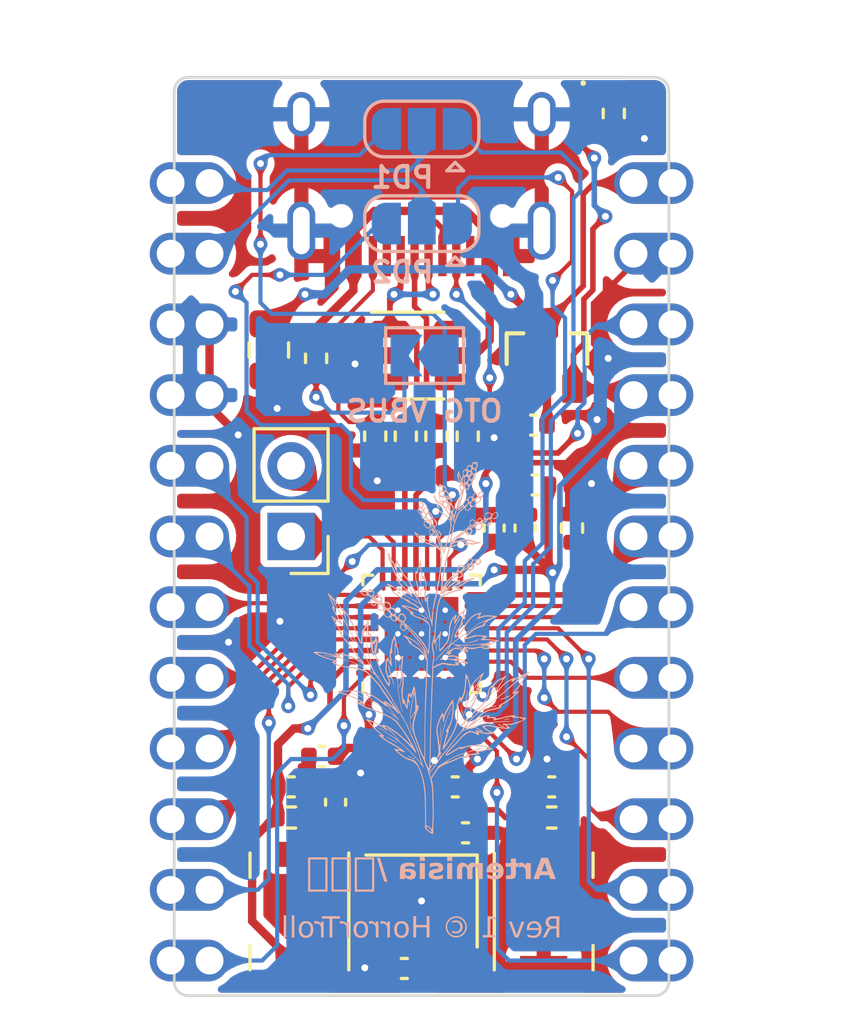
<source format=kicad_pcb>
(kicad_pcb (version 20220427) (generator pcbnew)
  (title_block (title "Artemisia") (date "2023-05-12") (rev "1") (comment 1 "Copyright © 2023 HorrorTroll") (comment 2 "GPL2 License"))
  (layers (0 "F.Cu" signal) (31 "B.Cu" signal) (34 "B.Paste" user) (35 "F.Paste" user) (36 "B.SilkS" user "B.Silkscreen") (37 "F.SilkS" user "F.Silkscreen") (38 "B.Mask" user) (39 "F.Mask" user) (44 "Edge.Cuts" user))
  (net 0 "")
  (net 1 "GND")
  (net 2 "XTAL1")
  (net 3 "NRST")
  (net 4 "+5V")
  (net 5 "/DM")
  (net 6 "/DP")
  (net 7 "XTAL2")
  (net 8 "D-")
  (net 9 "D+")
  (net 10 "+3V3")
  (net 11 "BOOT0")
  (net 12 "Net-(D1-K)")
  (net 17 "USART2_TX{slash}A2")
  (net 18 "USART2_RX{slash}A3")
  (net 19 "I2C1_SDA{slash}B7")
  (net 20 "I2C1_SCL{slash}B6")
  (net 21 "PD1")
  (net 22 "PD2")
  (net 23 "BOOT1")
  (net 24 "USART1_RX{slash}A10")
  (net 25 "OTGFS_VBUS{slash}A9")
  (net 26 "USART1_TX{slash}A9")
  (net 27 "A15")
  (net 28 "B3")
  (net 29 "B4")
  (net 30 "B5")
  (net 31 "SWCLK{slash}A14")
  (net 32 "SWDIO{slash}A13")
  (net 33 "B8")
  (net 34 "A8")
  (net 35 "B1")
  (net 36 "B0")
  (net 37 "A4")
  (net 38 "A1")
  (net 39 "A0")
  (net 40 "SPI1_SCK{slash}A5")
  (net 41 "SPI1_MISO{slash}A6")
  (net 42 "SPI1_MOSI{slash}A7")
  (net 43 "VBUS")
  (net 44 "Net-(R11-Pad2)")
  (net 45 "Net-(USB1-CC1)")
  (net 46 "Net-(USB1-CC2)")
  (footprint "Capacitor_SMD:C_0402_1005Metric" (layer "F.Cu") (at 8.27 32.025)
    (fp_text reference "C1" hide)
    (fp_text value "22p")
  )
  (footprint "Resistor_SMD:R_0402_1005Metric" (layer "F.Cu") (at 14.3 16.2 90)
    (fp_text reference "R7" hide)
    (fp_text value "10k")
  )
  (footprint "Capacitor_SMD:C_0402_1005Metric" (layer "F.Cu") (at 12.975 14.65)
    (fp_text reference "C5" hide)
    (fp_text value "100n")
  )
  (footprint "Package_TO_SOT_SMD:SOT-23-6" (layer "F.Cu") (at 8.89 10)
    (fp_text reference "ESD1" hide)
    (fp_text value "SRV05-4")
  )
  (footprint "Capacitor_SMD:C_0402_1005Metric" (layer "F.Cu") (at 12.92 12.5 180)
    (fp_text reference "C8" hide)
    (fp_text value "1u")
  )
  (footprint "Resistor_SMD:R_0402_1005Metric" (layer "F.Cu") (at 4.21 26.6 180)
    (fp_text reference "R6" hide)
    (fp_text value "10k")
  )
  (footprint "Capacitor_SMD:C_0402_1005Metric" (layer "F.Cu") (at 12.61 16.2 90)
    (fp_text reference "C9" hide)
    (fp_text value "1u")
  )
  (footprint "Capacitor_SMD:C_0402_1005Metric" (layer "F.Cu") (at 10.1 25.5)
    (fp_text reference "C4" hide)
    (fp_text value "100n")
  )
  (footprint "Capacitor_SMD:C_0402_1005Metric" (layer "F.Cu") (at 4.21 25.5 180)
    (fp_text reference "C11" hide)
    (fp_text value "100n")
  )
  (footprint "HorrorTroll_lib:Pinouts_Castellated_Oval_01x12" (layer "F.Cu") (at 17.275 17.77 180)
    (fp_text reference "J2" hide)
    (fp_text value "Conn_01x12_Male")
  )
  (footprint "Connector_PinHeader_2.54mm:PinHeader_1x02_P2.54mm_Vertical" (layer "F.Cu") (at 4.2 16.5 180)
    (fp_text reference "J3" hide)
    (fp_text value "Conn_01x02")
  )
  (footprint "Resistor_SMD:R_0402_1005Metric" (layer "F.Cu") (at 13.57 26.6)
    (fp_text reference "R11" hide)
    (fp_text value "100R")
  )
  (footprint "HorrorTroll_lib:SW_SPST_Litte_Turtle_2P" (layer "F.Cu") (at 4.5 29.975 90)
    (fp_text reference "SW2" hide)
    (fp_text value "BOOT0")
  )
  (footprint "HorrorTroll_lib:AT32F4xx_QFN-32_4x4mm" (layer "F.Cu") (at 8.89 20 90)
    (fp_text reference "U1" hide)
    (fp_text value "AT32F415KxU7-4")
  )
  (footprint "HorrorTroll_lib:XC6206P332MR" (layer "F.Cu") (at 13.4 10 90)
    (fp_text reference "RG1" hide)
    (fp_text value "XC6206P332MR")
  )
  (footprint "Fuse:Fuse_0805_2012Metric" (layer "F.Cu") (at 3.4 9.8 90)
    (fp_text reference "F1" hide)
    (fp_text value "500mA")
  )
  (footprint "HorrorTroll_lib:SW_SPST_Litte_Turtle_2P" (layer "F.Cu") (at 13.28 29.975 -90)
    (fp_text reference "SW1" hide)
    (fp_text value "RESET")
  )
  (footprint "HorrorTroll_lib:Pinouts_Castellated_Oval_01x12" (layer "F.Cu") (at 0.505 17.77)
    (fp_text reference "J1" hide)
    (fp_text value "Conn_01x12_Male")
  )
  (footprint "Resistor_SMD:R_0402_1005Metric" (layer "F.Cu") (at 5.1 10.1 90)
    (fp_text reference "R10" hide)
    (fp_text value "10k")
  )
  (footprint "Capacitor_SMD:C_0402_1005Metric" (layer "F.Cu") (at 5.8 26.05 -90)
    (fp_text reference "C3" hide)
    (fp_text value "100n")
  )
  (footprint "Capacitor_SMD:C_0402_1005Metric" (layer "F.Cu") (at 10.47 27.15)
    (fp_text reference "C7" hide)
    (fp_text value "22p")
  )
  (footprint "Capacitor_SMD:C_0402_1005Metric" (layer "F.Cu") (at 11.5 16.2 -90)
    (fp_text reference "C2" hide)
    (fp_text value "4.7u")
  )
  (footprint "Capacitor_SMD:C_0402_1005Metric" (layer "F.Cu") (at 5.32 24.4)
    (fp_text reference "C6" hide)
    (fp_text value "1u")
  )
  (footprint "Crystal:Crystal_SMD_3225-4Pin_3.2x2.5mm" (layer "F.Cu") (at 8.89 29.6 180)
    (fp_text reference "Y1" hide)
    (fp_text value "8Mhz")
  )
  (footprint "Resistor_SMD:R_0402_1005Metric" (layer "F.Cu") (at 8.325 12.9 90)
    (fp_text reference "R1" hide)
    (fp_text value "22R")
  )
  (footprint "Capacitor_SMD:C_0402_1005Metric" (layer "F.Cu") (at 13.57 25.5 180)
    (fp_text reference "C10" hide)
    (fp_text value "100n")
  )
  (footprint "Resistor_SMD:R_0402_1005Metric" (layer "F.Cu") (at 7.225 12.9 -90)
    (fp_text reference "R4" hide)
    (fp_text value "5.1k")
  )
  (footprint "LED_SMD:LED_0402_1005Metric" (layer "F.Cu") (at 14.7 1.3 -90)
    (fp_text reference "D1" hide)
    (fp_text value "Power LED")
  )
  (footprint "Resistor_SMD:R_0402_1005Metric" (layer "F.Cu") (at 9.425 12.9 90)
    (fp_text reference "R2" hide)
    (fp_text value "22R")
  )
  (footprint "Resistor_SMD:R_0402_1005Metric" (layer "F.Cu") (at 10.55 12.9 90)
    (fp_text reference "R3" hide)
    (fp_text value "5.1k")
  )
  (footprint "Resistor_SMD:R_0402_1005Metric" (layer "F.Cu") (at 15.8 1.3 90)
    (fp_text reference "R5" hide)
    (fp_text value "10k")
  )
  (footprint "HorrorTroll_lib:HRO-TYPE-C-31-M-12" (layer "F.Cu") (at 8.89 -1.27 180)
    (fp_text reference "USB1" hide)
    (fp_text value "HRO-TYPE-C-31-M-12" hide)
  )
  (footprint "HorrorTroll_lib:Artemisia_silkscreen" (layer "B.Cu") (at 8.89 20.5 180)
    (fp_text reference "G***" hide)
    (fp_text value "LOGO" hide)
  )
  (footprint "Jumper:SolderJumper-3_P1.3mm_Open_RoundedPad1.0x1.5mm" (layer "B.Cu") (at 8.9 5.2575 180)
    (fp_text reference "JP2" hide)
    (fp_text value "SolderJumper_3_Bridged12")
  )
  (footprint "Jumper:SolderJumper-3_P1.3mm_Open_RoundedPad1.0x1.5mm" (layer "B.Cu") (at 8.9 1.8575 180)
    (fp_text reference "JP1" hide)
    (fp_text value "SolderJumper_3_Bridged12")
  )
  (footprint "Jumper:SolderJumper-2_P1.3mm_Open_TrianglePad1.0x1.5mm" (layer "B.Cu") (at 9 10 180)
    (fp_text reference "JP3" hide)
    (fp_text value "SolderJumper_2_Open")
  )
  (gr_line (start 0 0.5) (end 0 32.5) (stroke (width 0.1)) (layer "Edge.Cuts"))
  (gr_arc (start 17.28 0) (mid 17.633553 0.146447) (end 17.78 0.5) (stroke (width 0.1)) (layer "Edge.Cuts"))
  (gr_arc (start 0.5 33) (mid 0.146447 32.853553) (end 0 32.5) (stroke (width 0.1)) (layer "Edge.Cuts"))
  (gr_arc (start 0 0.5) (mid 0.146447 0.146447) (end 0.5 0) (stroke (width 0.1)) (layer "Edge.Cuts"))
  (gr_line (start 17.78 0.5) (end 17.78 32.5) (stroke (width 0.1)) (layer "Edge.Cuts"))
  (gr_line (start 0.5 0) (end 17.28 0) (stroke (width 0.1)) (layer "Edge.Cuts"))
  (gr_line (start 0.5 33) (end 17.28 33) (stroke (width 0.1)) (layer "Edge.Cuts"))
  (gr_arc (start 17.78 32.5) (mid 17.633553 32.853553) (end 17.28 33) (stroke (width 0.1)) (layer "Edge.Cuts"))
  (gr_text "Artemisia /" (at 10.5 28.5) (layer "B.SilkS") (effects (font (size 0.75 0.75) (thickness 0.1875) bold) (justify mirror)))
  (gr_text "Rev 1 © HorrorTroll" (at 8.89 30.6) (layer "B.SilkS") (effects (font (size 0.75 0.75)) (justify mirror)))
  (gr_text "ヨモギ" (at 6 28.6) (layer "B.SilkS") (effects (font (size 1 1) (thickness 0.1875)) (justify mirror)))
  (segment (start 1.27 11.42) (end 1.27 11.82) (width 0.3) (layer "F.Cu") (net 1))
  (segment (start 1.27 11.42) (end 1.27 8.88) (width 0.3) (layer "F.Cu") (net 1))
  (segment (start 15.07452 9.57452) (end 15.07452 8.12548) (width 0.2) (layer "F.Cu") (net 1))
  (segment (start 9.99 30.45) (end 9.74 30.45) (width 0.2) (layer "F.Cu") (net 1))
  (segment (start 12.495 14.205) (end 12.85 13.85) (width 0.2) (layer "F.Cu") (net 1))
  (segment (start 15.07452 8.12548) (end 16.51 6.69) (width 0.2) (layer "F.Cu") (net 1))
  (segment (start 12.85 13.85) (end 14.25 13.85) (width 0.2) (layer "F.Cu") (net 1))
  (segment (start 7.79 28.75) (end 8.04 28.75) (width 0.2) (layer "F.Cu") (net 1))
  (segment (start 10.55 13.41) (end 11.04 13.41) (width 0.3) (layer "F.Cu") (net 1))
  (segment (start 1.27 11.82) (end 2.3 12.85) (width 0.3) (layer "F.Cu") (net 1))
  (segment (start 11.04 13.41) (end 11.5 12.95) (width 0.3) (layer "F.Cu") (net 1))
  (segment (start 15.6 10.1) (end 15.07452 9.57452) (width 0.2) (layer "F.Cu") (net 1))
  (segment (start 16.51 6.69) (end 16.51 6.34) (width 0.2) (layer "F.Cu") (net 1))
  (segment (start 12.495 14.65) (end 12.495 14.205) (width 0.2) (layer "F.Cu") (net 1))
  (segment (start 14.25 13.85) (end 15 14.6) (width 0.2) (layer "F.Cu") (net 1))
  (segment (start 3.05 20.3) (end 3.8 19.55) (width 0.2) (layer "F.Cu") (net 1))
  (segment (start 8.825 31.825) (end 8.75 31.9) (width 0.2) (layer "F.Cu") (net 1))
  (segment (start 1.95 20.3) (end 3.05 20.3) (width 0.2) (layer "F.Cu") (net 1))
  (segment (start 9.74 30.45) (end 8.89 29.6) (width 0.2) (layer "F.Cu") (net 1))
  (segment (start 8.04 28.75) (end 8.89 29.6) (width 0.2) (layer "F.Cu") (net 1))
  (via (at 6.7 25) (size 0.5) (drill 0.25) (layers "F.Cu" "B.Cu") (net 1))
  (via (at 8.89 29.6) (size 0.5) (drill 0.25) (layers "F.Cu" "B.Cu") (net 1))
  (via (at 6.85 32) (size 0.5) (drill 0.25) (layers "F.Cu" "B.Cu") (net 1))
  (via (at 3.7 11.9) (size 0.5) (drill 0.25) (layers "F.Cu" "B.Cu") (net 1))
  (via (at 15.6 10.1) (size 0.5) (drill 0.25) (layers "F.Cu" "B.Cu") (net 1))
  (via (at 6.5 10.3) (size 0.5) (drill 0.25) (layers "F.Cu" "B.Cu") (net 1))
  (via (at 15.2 12.3) (size 0.5) (drill 0.25) (layers "F.Cu" "B.Cu") (net 1))
  (via (at 2.3 12.85) (size 0.5) (drill 0.25) (layers "F.Cu" "B.Cu") (net 1))
  (via (at 9.35 24.55) (size 0.5) (drill 0.25) (layers "F.Cu" "B.Cu") (net 1))
  (via (at 11.5 12.95) (size 0.5) (drill 0.25) (layers "F.Cu" "B.Cu") (net 1))
  (via (at 7.3 14.5) (size 0.5) (drill 0.25) (layers "F.Cu" "B.Cu") (net 1))
  (via (at 16.9 2.2) (size 0.5) (drill 0.25) (layers "F.Cu" "B.Cu") (net 1))
  (via (at 15 14.6) (size 0.5) (drill 0.25) (layers "F.Cu" "B.Cu") (net 1))
  (via (at 3.8 19.55) (size 0.5) (drill 0.25) (layers "F.Cu" "B.Cu") (net 1))
  (via (at 13.4 24.5) (size 0.5) (drill 0.25) (layers "F.Cu" "B.Cu") (net 1))
  (via (at 1.95 20.3) (size 0.5) (drill 0.25) (layers "F.Cu" "B.Cu") (net 1))
  (segment (start 6.65 30.45) (end 6.34 30.14) (width 0.15) (layer "F.Cu") (net 2))
  (segment (start 7.5 27.4) (end 7.89 27.01) (width 0.15) (layer "F.Cu") (net 2))
  (segment (start 6.34 27.76) (end 6.7 27.4) (width 0.15) (layer "F.Cu") (net 2))
  (segment (start 6.7 27.4) (end 7.5 27.4) (width 0.15) (layer "F.Cu") (net 2))
  (segment (start 7.79 32.025) (end 7.79 30.45) (width 0.15) (layer "F.Cu") (net 2))
  (segment (start 6.34 30.14) (end 6.34 27.76) (width 0.15) (layer "F.Cu") (net 2))
  (segment (start 7.79 30.45) (end 6.65 30.45) (width 0.15) (layer "F.Cu") (net 2))
  (segment (start 7.89 27.01) (end 7.89 21.95) (width 0.15) (layer "F.Cu") (net 2))
  (segment (start 8.69 21.95) (end 8.69 25.99) (width 0.2) (layer "F.Cu") (net 3))
  (segment (start 13.09 25.5) (end 13.09 26.57) (width 0.3) (layer "F.Cu") (net 3))
  (segment (start 8.69 25.99) (end 9.025 26.325) (width 0.2) (layer "F.Cu") (net 3))
  (segment (start 11.9 26.6) (end 13.06 26.6) (width 0.2) (layer "F.Cu") (net 3))
  (segment (start 11.625 26.325) (end 11.9 26.6) (width 0.2) (layer "F.Cu") (net 3))
  (segment (start 9.025 26.325) (end 11.625 26.325) (width 0.2) (layer "F.Cu") (net 3))
  (segment (start 13.09 26.57) (end 13.06 26.6) (width 0.3) (layer "F.Cu") (net 3))
  (segment (start 3.4 8.8625) (end 3.6375 8.8625) (width 0.3) (layer "F.Cu") (net 4))
  (segment (start 13.1 8.8) (end 13.4 8.8) (width 0.3) (layer "F.Cu") (net 4))
  (segment (start 16.51 3.8) (end 15.1 3.8) (width 0.2) (layer "F.Cu") (net 4))
  (segment (start 3.6375 8.8625) (end 4.7 7.8) (width 0.3) (layer "F.Cu") (net 4))
  (segment (start 12.1 7.8) (end 13.1 8.8) (width 0.3) (layer "F.Cu") (net 4))
  (segment (start 14.7 4.2) (end 14.7 7.5) (width 0.2) (layer "F.Cu") (net 4))
  (segment (start 13.4 12.5) (end 13.4 8.8) (width 0.3) (layer "F.Cu") (net 4))
  (segment (start 15.1 3.8) (end 14.7 4.2) (width 0.2) (layer "F.Cu") (net 4))
  (segment (start 14.7 7.5) (end 13.4 8.8) (width 0.2) (layer "F.Cu") (net 4))
  (via (at 4.7 7.8) (size 0.5) (drill 0.25) (layers "F.Cu" "B.Cu") (net 4))
  (via (at 12.1 7.8) (size 0.5) (drill 0.25) (layers "F.Cu" "B.Cu") (net 4))
  (segment (start 4.7 7.8) (end 5.4 7.8) (width 0.3) (layer "B.Cu") (net 4))
  (segment (start 11.2 6.9) (end 12.1 7.8) (width 0.3) (layer "B.Cu") (net 4))
  (segment (start 5.4 7.8) (end 6.3 6.9) (width 0.3) (layer "B.Cu") (net 4))
  (segment (start 6.3 6.9) (end 11.2 6.9) (width 0.3) (layer "B.Cu") (net 4))
  (segment (start 8.64 6.425) (end 8.64 5.46) (width 0.2) (layer "F.Cu") (net 5))
  (segment (start 8.64 6.425) (end 8.64 8.24) (width 0.2) (layer "F.Cu") (net 5))
  (segment (start 9.308333 9.05) (end 10.0275 9.05) (width 0.2) (layer "F.Cu") (net 5))
  (segment (start 9.425 12.39) (end 9.06952 12.03452) (width 0.2) (layer "F.Cu") (net 5))
  (segment (start 8.64 5.46) (end 8.9 5.2) (width 0.2) (layer "F.Cu") (net 5))
  (segment (start 8.64 8.24) (end 9.06952 8.66952) (width 0.2) (layer "F.Cu") (net 5))
  (segment (start 9.06952 12.03452) (end 9.06952 9.288813) (width 0.2) (layer "F.Cu") (net 5))
  (segment (start 9.06952 9.288813) (end 9.308333 9.05) (width 0.2) (layer "F.Cu") (net 5))
  (segment (start 8.9 5.2) (end 9.4 5.2) (width 0.2) (layer "F.Cu") (net 5))
  (segment (start 9.64 5.44) (end 9.64 6.425) (width 0.2) (layer "F.Cu") (net 5))
  (segment (start 9.4 5.2) (end 9.64 5.44) (width 0.2) (layer "F.Cu") (net 5))
  (segment (start 9.06952 8.66952) (end 9.06952 9.288813) (width 0.2) (layer "F.Cu") (net 5))
  (segment (start 7.7525 7.9475) (end 7.9 7.8) (width 0.2) (layer "F.Cu") (net 6))
  (segment (start 8.72 11.995) (end 8.72 9.261667) (width 0.2) (layer "F.Cu") (net 6))
  (segment (start 8.14 7.56) (end 8.14 6.425) (width 0.2) (layer "F.Cu") (net 6))
  (segment (start 8.325 12.39) (end 8.72 11.995) (width 0.2) (layer "F.Cu") (net 6))
  (segment (start 7.9 7.8) (end 8.14 7.56) (width 0.2) (layer "F.Cu") (net 6))
  (segment (start 8.508333 9.05) (end 7.7525 9.05) (width 0.2) (layer "F.Cu") (net 6))
  (segment (start 9.14 6.425) (end 9.14 7.64) (width 0.2) (layer "F.Cu") (net 6))
  (segment (start 7.7525 9.05) (end 7.7525 7.9475) (width 0.2) (layer "F.Cu") (net 6))
  (segment (start 9.14 7.64) (end 9.3 7.8) (width 0.2) (layer "F.Cu") (net 6))
  (segment (start 8.72 9.261667) (end 8.508333 9.05) (width 0.2) (layer "F.Cu") (net 6))
  (via (at 9.3 7.8) (size 0.5) (drill 0.25) (layers "F.Cu" "B.Cu") (net 6))
  (via (at 7.9 7.8) (size 0.5) (drill 0.25) (layers "F.Cu" "B.Cu") (net 6))
  (segment (start 7.9 7.8) (end 9.3 7.8) (width 0.2) (layer "B.Cu") (net 6))
  (segment (start 8.65 27.15) (end 8.29 26.79) (width 0.15) (layer "F.Cu") (net 7))
  (segment (start 9.99 28.75) (end 9.99 27.15) (width 0.15) (layer "F.Cu") (net 7))
  (segment (start 9.99 27.15) (end 8.65 27.15) (width 0.15) (layer "F.Cu") (net 7))
  (segment (start 8.29 26.79) (end 8.29 21.95) (width 0.15) (layer "F.Cu") (net 7))
  (segment (start 9.04952 13.78548) (end 9.04952 14.65048) (width 0.2) (layer "F.Cu") (net 8))
  (segment (start 9.04952 14.65048) (end 8.69 15.01) (width 0.2) (layer "F.Cu") (net 8))
  (segment (start 9.425 13.41) (end 9.04952 13.78548) (width 0.2) (layer "F.Cu") (net 8))
  (segment (start 8.69 15.01) (end 8.69 18.05) (width 0.2) (layer "F.Cu") (net 8))
  (segment (start 8.7 13.785) (end 8.7 14.42106) (width 0.2) (layer "F.Cu") (net 9))
  (segment (start 8.7 14.42106) (end 8.29 14.83106) (width 0.2) (layer "F.Cu") (net 9))
  (segment (start 8.29 14.83106) (end 8.29 18.05) (width 0.2) (layer "F.Cu") (net 9))
  (segment (start 8.325 13.41) (end 8.7 13.785) (width 0.2) (layer "F.Cu") (net 9))
  (segment (start 14.7 1.785) (end 14.7 2.5) (width 0.2) (layer "F.Cu") (net 10))
  (segment (start 5.8 26.53) (end 7.07 26.53) (width 0.3) (layer "F.Cu") (net 10))
  (segment (start 14.35 11.2) (end 14.35 9.95) (width 0.2) (layer "F.Cu") (net 10))
  (segment (start 6.1 24.1) (end 7 24.1) (width 0.3) (layer "F.Cu") (net 10))
  (segment (start 12.61 16.68) (end 12.61 16.81) (width 0.3) (layer "F.Cu") (net 10))
  (segment (start 5.8 27.4) (end 5.275 27.925) (width 0.3) (layer "F.Cu") (net 10))
  (segment (start 9.86558 24.12452) (end 10.52452 24.12452) (width 0.2) (layer "F.Cu") (net 10))
  (segment (start 11.5 16.68) (end 12.61 16.68) (width 0.3) (layer "F.Cu") (net 10))
  (segment (start 10.58 24.82) (end 10.9 24.5) (width 0.3) (layer "F.Cu") (net 10))
  (segment (start 7.07 26.53) (end 7.51548 26.08452) (width 0.3) (layer "F.Cu") (net 10))
  (segment (start 9.09 23.34894) (end 9.86558 24.12452) (width 0.2) (layer "F.Cu") (net 10))
  (segment (start 5.8 26.53) (end 5.8 27.4) (width 0.3) (layer "F.Cu") (net 10))
  (segment (start 10.29 17.81) (end 10.29 18.05) (width 0.2) (layer "F.Cu") (net 10))
  (segment (start 7 22.44) (end 7.49 21.95) (width 0.2) (layer "F.Cu") (net 10))
  (segment (start 7 22.9) (end 7 22.44) (width 0.2) (layer "F.Cu") (net 10))
  (segment (start 10.58 25.5) (end 10.58 24.82) (width 0.3) (layer "F.Cu") (net 10))
  (segment (start 7.51548 26.08452) (end 7.51548 24.61548) (width 0.3) (layer "F.Cu") (net 10))
  (segment (start 12.61 16.81) (end 13.6 17.8) (width 0.3) (layer "F.Cu") (net 10))
  (segment (start 13.5 17.7) (end 13.6 17.8) (width 0.3) (layer "F.Cu") (net 10))
  (segment (start 14.725 7.969296) (end 14.725 9.575) (width 0.2) (layer "F.Cu") (net 10))
  (segment (start 14.725 9.575) (end 14.35 9.95) (width 0.2) (layer "F.Cu") (net 10))
  (segment (start 9.09 21.95) (end 9.09 23.34894) (width 0.2) (layer "F.Cu") (net 10))
  (segment (start 5.275 27.925) (end 4.5 27.925) (width 0.3) (layer "F.Cu") (net 10))
  (segment (start 15.04952 7.644776) (end 15.04952 5.45048) (width 0.2) (layer "F.Cu") (net 10))
  (segment (start 10.52452 24.12452) (end 10.9 24.5) (width 0.2) (layer "F.Cu") (net 10))
  (segment (start 5.8 24.4) (end 6.1 24.1) (width 0.3) (layer "F.Cu") (net 10))
  (segment (start 14.7 2.5) (end 15.1 2.9) (width 0.2) (layer "F.Cu") (net 10))
  (segment (start 7.51548 24.61548) (end 7 24.1) (width 0.3) (layer "F.Cu") (net 10))
  (segment (start 11.42 16.68) (end 10.29 17.81) (width 0.2) (layer "F.Cu") (net 10))
  (segment (start 7 24.1) (end 7 22.9) (width 0.3) (layer "F.Cu") (net 10))
  (segment (start 11.5 16.68) (end 11.42 16.68) (width 0.2) (layer "F.Cu") (net 10))
  (segment (start 13.6 17.8) (end 13.455 17.655) (width 0.3) (layer "F.Cu") (net 10))
  (segment (start 16.29 11.2) (end 16.51 11.42) (width 0.3) (layer "F.Cu") (net 10))
  (segment (start 14.725 7.969296) (end 15.04952 7.644776) (width 0.2) (layer "F.Cu") (net 10))
  (segment (start 13.455 17.655) (end 13.455 14.65) (width 0.3) (layer "F.Cu") (net 10))
  (segment (start 11.6 17.7) (end 13.5 17.7) (width 0.3) (layer "F.Cu") (net 10))
  (segment (start 14.35 11.2) (end 16.29 11.2) (width 0.3) (layer "F.Cu") (net 10))
  (segment (start 15.04952 5.45048) (end 15.5 5) (width 0.2) (layer "F.Cu") (net 10))
  (via (at 10.9 24.5) (size 0.5) (drill 0.25) (layers "F.Cu" "B.Cu") (net 10))
  (via (at 7 22.9) (size 0.5) (drill 0.25) (layers "F.Cu" "B.Cu") (net 10))
  (via (at 13.6 17.8) (size 0.5) (drill 0.25) (layers "F.Cu" "B.Cu") (net 10))
  (via (at 15.5 5) (size 0.5) (drill 0.25) (layers "F.Cu" "B.Cu") (net 10))
  (via (at 15.1 2.9) (size 0.5) (drill 0.25) (layers "F.Cu" "B.Cu") (net 10))
  (via (at 11.5 17.7) (size 0.5) (drill 0.25) (layers "F.Cu" "B.Cu") (net 10))
  (segment (start 10.9 24.5) (end 11 24.5) (width 0.2) (layer "B.Cu") (net 10))
  (segment (start 15.1 4.6) (end 15.5 5) (width 0.2) (layer "B.Cu") (net 10))
  (segment (start 13.6 17.8) (end 13.862247 17.537753) (width 0.2) (layer "B.Cu") (net 10))
  (segment (start 16.51 12.04) (end 16.51 11.42) (width 0.2) (layer "B.Cu") (net 10))
  (segment (start 12.27548 20.22452) (end 13.6 18.9) (width 0.2) (layer "B.Cu") (net 10))
  (segment (start 15.1 4.6) (end 15.1 2.9) (width 0.2) (layer "B.Cu") (net 10))
  (segment (start 7.5 18.2) (end 11 18.2) (width 0.2) (layer "B.Cu") (net 10))
  (segment (start 13.6 18.9) (end 13.6 17.8) (width 0.2) (layer "B.Cu") (net 10))
  (segment (start 13.862247 14.687753) (end 16.51 12.04) (width 0.2) (layer "B.Cu") (net 10))
  (segment (start 13.862247 17.537753) (end 13.862247 14.687753) (width 0.2) (layer "B.Cu") (net 10))
  (segment (start 6.7 22.6) (end 6.7 19) (width 0.2) (layer "B.Cu") (net 10))
  (segment (start 11 18.2) (end 11.5 17.7) (width 0.2) (layer "B.Cu") (net 10))
  (segment (start 11 24.5) (end 12.27548 23.22452) (width 0.2) (layer "B.Cu") (net 10))
  (segment (start 6.7 19) (end 7.5 18.2) (width 0.2) (layer "B.Cu") (net 10))
  (segment (start 7 22.9) (end 6.7 22.6) (width 0.2) (layer "B.Cu") (net 10))
  (segment (start 12.27548 23.22452) (end 12.27548 20.22452) (width 0.2) (layer "B.Cu") (net 10))
  (segment (start 5.6 22.6) (end 5.6 21.7) (width 0.2) (layer "F.Cu") (net 11))
  (segment (start 3.6 26.6) (end 3.7 26.6) (width 0.3) (layer "F.Cu") (net 11))
  (segment (start 3.73 25.5) (end 3.73 26.57) (width 0.3) (layer "F.Cu") (net 11))
  (segment (start 11.9 13.5) (end 11.2 14.2) (width 0.2) (layer "F.Cu") (net 11))
  (segment (start 4.5 32.025) (end 2.8 30.325) (width 0.3) (layer "F.Cu") (net 11))
  (segment (start 4.3 23.4) (end 4.8 23.4) (width 0.3) (layer "F.Cu") (net 11))
  (segment (start 5.6 21.7) (end 6.3 21) (width 0.2) (layer "F.Cu") (net 11))
  (segment (start 2.8 30.325) (end 2.8 27.4) (width 0.3) (layer "F.Cu") (net 11))
  (segment (start 11.2 14.2) (end 11.2 14.6) (width 0.2) (layer "F.Cu") (net 11))
  (segment (start 3.73 23.97) (end 3.73 25.5) (width 0.3) (layer "F.Cu") (net 11))
  (segment (start 13.8 13.5) (end 11.9 13.5) (width 0.2) (layer "F.Cu") (net 11))
  (segment (start 4.8 23.4) (end 5.6 22.6) (width 0.2) (layer "F.Cu") (net 11))
  (segment (start 6.3 21) (end 6.94 21) (width 0.2) (layer "F.Cu") (net 11))
  (segment (start 14.5 12.8) (end 13.8 13.5) (width 0.2) (layer "F.Cu") (net 11))
  (segment (start 2.8 27.4) (end 3.6 26.6) (width 0.3) (layer "F.Cu") (net 11))
  (segment (start 4.3 23.4) (end 3.73 23.97) (width 0.3) (layer "F.Cu") (net 11))
  (segment (start 3.73 26.57) (end 3.7 26.6) (width 0.3) (layer "F.Cu") (net 11))
  (via (at 11.2 14.6) (size 0.5) (drill 0.25) (layers "F.Cu" "B.Cu") (net 11))
  (via (at 4.8 23.4) (size 0.5) (drill 0.25) (layers "F.Cu" "B.Cu") (net 11))
  (via (at 14.5 12.8) (size 0.5) (drill 0.25) (layers "F.Cu" "B.Cu") (net 11))
  (segment (start 15.22 8.88) (end 16.51 8.88) (width 0.15) (layer "B.Cu") (net 11))
  (segment (start 14.5 11.95) (end 14.75 11.7) (width 0.15) (layer "B.Cu") (net 11))
  (segment (start 10.4 17.7) (end 11.2 16.9) (width 0.2) (layer "B.Cu") (net 11))
  (segment (start 7.3 17.7) (end 10.4 17.7) (width 0.2) (layer "B.Cu") (net 11))
  (segment (start 14.5 12.8) (end 14.5 11.95) (width 0.15) (layer "B.Cu") (net 11))
  (segment (start 6.174519 18.825481) (end 7.3 17.7) (width 0.2) (layer "B.Cu") (net 11))
  (segment (start 11.2 16.9) (end 11.2 14.6) (width 0.2) (layer "B.Cu") (net 11))
  (segment (start 14.75 11.7) (end 14.75 9.35) (width 0.15) (layer "B.Cu") (net 11))
  (segment (start 14.75 9.35) (end 15.22 8.88) (width 0.15) (layer "B.Cu") (net 11))
  (segment (start 6.174519 22.025481) (end 6.174519 18.825481) (width 0.2) (layer "B.Cu") (net 11))
  (segment (start 4.8 23.4) (end 6.174519 22.025481) (width 0.2) (layer "B.Cu") (net 11))
  (segment (start 15.8 0.79) (end 14.725 0.79) (width 0.15) (layer "F.Cu") (net 12))
  (segment (start 14.725 0.79) (end 14.7 0.815) (width 0.2) (layer "F.Cu") (net 12))
  (segment (start 10.29 22.59) (end 10.6 22.9) (width 0.15) (layer "F.Cu") (net 17))
  (segment (start 10.29 21.95) (end 10.29 22.59) (width 0.15) (layer "F.Cu") (net 17))
  (via (at 10.6 22.9) (size 0.5) (drill 0.25) (layers "F.Cu" "B.Cu") (net 17))
  (segment (start 14.35048 11.54952) (end 13.537727 12.362273) (width 0.15) (layer "B.Cu") (net 17))
  (segment (start 11.95096 22.54904) (end 11.6 22.9) (width 0.15) (layer "B.Cu") (net 17))
  (segment (start 10.2 1.8575) (end 11.0425 2.7) (width 0.15) (layer "B.Cu") (net 17))
  (segment (start 11.95096 19.94904) (end 11.95096 22.54904) (width 0.15) (layer "B.Cu") (net 17))
  (segment (start 14.6 4.1) (end 14.35048 4.34952) (width 0.15) (layer "B.Cu") (net 17))
  (segment (start 14.35048 4.34952) (end 14.35048 11.54952) (width 0.15) (layer "B.Cu") (net 17))
  (segment (start 12.9 19) (end 11.95096 19.94904) (width 0.15) (layer "B.Cu") (net 17))
  (segment (start 14.6 3.4) (end 14.6 4.1) (width 0.15) (layer "B.Cu") (net 17))
  (segment (start 11.6 22.9) (end 10.6 22.9) (width 0.15) (layer "B.Cu") (net 17))
  (segment (start 11.0425 2.7) (end 13.9 2.7) (width 0.15) (layer "B.Cu") (net 17))
  (segment (start 13.537727 16.862273) (end 12.9 17.5) (width 0.15) (layer "B.Cu") (net 17))
  (segment (start 13.537727 12.362273) (end 13.537727 16.862273) (width 0.15) (layer "B.Cu") (net 17))
  (segment (start 13.9 2.7) (end 14.6 3.4) (width 0.15) (layer "B.Cu") (net 17))
  (segment (start 12.9 17.5) (end 12.9 19) (width 0.15) (layer "B.Cu") (net 17))
  (segment (start 14.3 6.6) (end 14.3 4.1) (width 0.15) (layer "F.Cu") (net 18))
  (segment (start 10.84 21.4) (end 10.84 21.94) (width 0.15) (layer "F.Cu") (net 18))
  (segment (start 13.6 7.3) (end 14.3 6.6) (width 0.15) (layer "F.Cu") (net 18))
  (segment (start 10.84 21.94) (end 11.1 22.2) (width 0.15) (layer "F.Cu") (net 18))
  (segment (start 14.3 4.1) (end 13.8 3.6) (width 0.15) (layer "F.Cu") (net 18))
  (via (at 13.8 3.6) (size 0.5) (drill 0.25) (layers "F.Cu" "B.Cu") (net 18))
  (via (at 11.1 22.2) (size 0.5) (drill 0.25) (layers "F.Cu" "B.Cu") (net 18))
  (via (at 13.6 7.3) (size 0.5) (drill 0.25) (layers "F.Cu" "B.Cu") (net 18))
  (segment (start 13.238207 16.738207) (end 13.238207 12.238207) (width 0.15) (layer "B.Cu") (net 18))
  (segment (start 14.05096 8.65096) (end 13.6 8.2) (width 0.15) (layer "B.Cu") (net 18))
  (segment (start 11.1 22.2) (end 11.65144 21.64856) (width 0.15) (layer "B.Cu") (net 18))
  (segment (start 13.238207 12.238207) (end 14.05096 11.425454) (width 0.15) (layer "B.Cu") (net 18))
  (segment (start 13.6 8.2) (end 13.6 7.3) (width 0.15) (layer "B.Cu") (net 18))
  (segment (start 10.2 4) (end 10.2 5.2575) (width 0.15) (layer "B.Cu") (net 18))
  (segment (start 10.6 3.6) (end 10.2 4) (width 0.15) (layer "B.Cu") (net 18))
  (segment (start 11.65144 19.824974) (end 12.60048 18.875934) (width 0.15) (layer "B.Cu") (net 18))
  (segment (start 12.60048 17.375934) (end 13.238207 16.738207) (width 0.15) (layer "B.Cu") (net 18))
  (segment (start 11.65144 21.64856) (end 11.65144 19.824974) (width 0.15) (layer "B.Cu") (net 18))
  (segment (start 13.8 3.6) (end 10.6 3.6) (width 0.15) (layer "B.Cu") (net 18))
  (segment (start 14.05096 11.425454) (end 14.05096 8.65096) (width 0.15) (layer "B.Cu") (net 18))
  (segment (start 12.60048 18.875934) (end 12.60048 17.375934) (width 0.15) (layer "B.Cu") (net 18))
  (segment (start 4.9 22.2) (end 4.9 21.7) (width 0.15) (layer "F.Cu") (net 19))
  (segment (start 6 20.6) (end 6.94 20.6) (width 0.15) (layer "F.Cu") (net 19))
  (segment (start 4.9 21.7) (end 6 20.6) (width 0.15) (layer "F.Cu") (net 19))
  (via (at 4.9 22.2) (size 0.5) (drill 0.25) (layers "F.Cu" "B.Cu") (net 19))
  (segment (start 2.6 15.8) (end 1.27 14.47) (width 0.15) (layer "B.Cu") (net 19))
  (segment (start 4.9 22.2) (end 3 20.3) (width 0.15) (layer "B.Cu") (net 19))
  (segment (start 2.6 17.776414) (end 2.6 15.8) (width 0.15) (layer "B.Cu") (net 19))
  (segment (start 3 20.3) (end 3 18.176414) (width 0.15) (layer "B.Cu") (net 19))
  (segment (start 1.27 14.47) (end 1.27 13.96) (width 0.15) (layer "B.Cu") (net 19))
  (segment (start 3 18.176414) (end 2.6 17.776414) (width 0.15) (layer "B.Cu") (net 19))
  (segment (start 4.1 21.9) (end 5.8 20.2) (width 0.15) (layer "F.Cu") (net 20))
  (segment (start 5.8 20.2) (end 6.94 20.2) (width 0.15) (layer "F.Cu") (net 20))
  (segment (start 4.1 22.6) (end 4.1 21.9) (width 0.15) (layer "F.Cu") (net 20))
  (via (at 4.1 22.6) (size 0.5) (drill 0.25) (layers "F.Cu" "B.Cu") (net 20))
  (segment (start 2.7 18.3) (end 1.27 16.87) (width 0.15) (layer "B.Cu") (net 20))
  (segment (start 4.1 22.6) (end 4.1 21.823586) (width 0.15) (layer "B.Cu") (net 20))
  (segment (start 2.7 20.423586) (end 2.7 18.3) (width 0.15) (layer "B.Cu") (net 20))
  (segment (start 1.27 16.87) (end 1.27 16.5) (width 0.15) (layer "B.Cu") (net 20))
  (segment (start 4.1 21.823586) (end 2.7 20.423586) (width 0.15) (layer "B.Cu") (net 20))
  (segment (start 3.35 4.05) (end 4.04952 3.35048) (width 0.15) (layer "B.Cu") (net 21))
  (segment (start 8.44952 3.35048) (end 8.9 2.9) (width 0.15) (layer "B.Cu") (net 21))
  (segment (start 1.52 4.05) (end 3.35 4.05) (width 0.15) (layer "B.Cu") (net 21))
  (segment (start 8.9 2.9) (end 8.9 1.8575) (width 0.15) (layer "B.Cu") (net 21))
  (segment (start 4.04952 3.35048) (end 8.44952 3.35048) (width 0.15) (layer "B.Cu") (net 21))
  (segment (start 1.27 3.8) (end 1.52 4.05) (width 0.15) (layer "B.Cu") (net 21))
  (segment (start 8.55 3.7) (end 4.123586 3.7) (width 0.15) (layer "B.Cu") (net 22))
  (segment (start 4.123586 3.7) (end 1.483586 6.34) (width 0.15) (layer "B.Cu") (net 22))
  (segment (start 8.9 5.2575) (end 8.9 4.05) (width 0.15) (layer "B.Cu") (net 22))
  (segment (start 1.483586 6.34) (end 1.27 6.34) (width 0.15) (layer "B.Cu") (net 22))
  (segment (start 8.9 4.05) (end 8.55 3.7) (width 0.15) (layer "B.Cu") (net 22))
  (segment (start 14.5 16.91) (end 14.3 16.71) (width 0.2) (layer "F.Cu") (net 23))
  (segment (start 14 18.6) (end 14.5 18.1) (width 0.2) (layer "F.Cu") (net 23))
  (segment (start 14.5 18.1) (end 14.5 16.91) (width 0.2) (layer "F.Cu") (net 23))
  (segment (start 10.84 18.6) (end 14 18.6) (width 0.2) (layer "F.Cu") (net 23))
  (segment (start 2.2 7.7) (end 2.8 7.1) (width 0.15) (layer "F.Cu") (net 24))
  (segment (start 9.4 15.6) (end 9.4 16.1) (width 0.15) (layer "F.Cu") (net 24))
  (segment (start 9.09 16.41) (end 9.09 18.05) (width 0.15) (layer "F.Cu") (net 24))
  (segment (start 9.4 16.1) (end 9.09 16.41) (width 0.15) (layer "F.Cu") (net 24))
  (segment (start 2.8 7.1) (end 3.8 7.1) (width 0.15) (layer "F.Cu") (net 24))
  (via (at 3.8 7.1) (size 0.5) (drill 0.25) (layers "F.Cu" "B.Cu") (net 24))
  (via (at 2.2 7.7) (size 0.5) (drill 0.25) (layers "F.Cu" "B.Cu") (net 24))
  (via (at 9.4 15.6) (size 0.5) (drill 0.25) (layers "F.Cu" "B.Cu") (net 24))
  (segment (start 6.79904 15.2) (end 6.34952 14.75048) (width 0.15) (layer "B.Cu") (net 24))
  (segment (start 9 15.2) (end 6.79904 15.2) (width 0.15) (layer "B.Cu") (net 24))
  (segment (start 7.3425 5.2575) (end 7.6 5.2575) (width 0.15) (layer "B.Cu") (net 24))
  (segment (start 6 12.5) (end 3.1 12.5) (width 0.15) (layer "B.Cu") (net 24))
  (segment (start 2.6 8.1) (end 2.2 7.7) (width 0.15) (layer "B.Cu") (net 24))
  (segment (start 6.34952 14.75048) (end 6.349519 12.849519) (width 0.15) (layer "B.Cu") (net 24))
  (segment (start 6.349519 12.849519) (end 6 12.5) (width 0.15) (layer "B.Cu") (net 24))
  (segment (start 2.6 12) (end 2.6 8.1) (width 0.15) (layer "B.Cu") (net 24))
  (segment (start 5.5 7.1) (end 7.3425 5.2575) (width 0.15) (layer "B.Cu") (net 24))
  (segment (start 3.8 7.1) (end 5.5 7.1) (width 0.15) (layer "B.Cu") (net 24))
  (segment (start 3.1 12.5) (end 2.6 12) (width 0.15) (layer "B.Cu") (net 24))
  (segment (start 9.4 15.6) (end 9 15.2) (width 0.15) (layer "B.Cu") (net 24))
  (segment (start 5.1 10.61) (end 5.1 11.5) (width 0.15) (layer "F.Cu") (net 25))
  (via (at 5.1 11.5) (size 0.5) (drill 0.25) (layers "F.Cu" "B.Cu") (net 25))
  (segment (start 5.65048 12.05048) (end 7.74952 12.05048) (width 0.15) (layer "B.Cu") (net 25))
  (segment (start 5.1 11.5) (end 5.65048 12.05048) (width 0.15) (layer "B.Cu") (net 25))
  (segment (start 7.74952 12.05048) (end 8.275 11.525) (width 0.15) (layer "B.Cu") (net 25))
  (segment (start 8.275 11.525) (end 8.275 10) (width 0.15) (layer "B.Cu") (net 25))
  (segment (start 3.1 3.1) (end 3.1 6) (width 0.15) (layer "F.Cu") (net 26))
  (segment (start 9.49 16.61) (end 10 16.1) (width 0.15) (layer "F.Cu") (net 26))
  (segment (start 9.49 18.05) (end 9.49 16.61) (width 0.15) (layer "F.Cu") (net 26))
  (segment (start 10 16.1) (end 10 15) (width 0.15) (layer "F.Cu") (net 26))
  (via (at 3.1 3.1) (size 0.5) (drill 0.25) (layers "F.Cu" "B.Cu") (net 26))
  (via (at 10 15) (size 0.5) (drill 0.25) (layers "F.Cu" "B.Cu") (net 26))
  (via (at 3.1 6) (size 0.5) (drill 0.25) (layers "F.Cu" "B.Cu") (net 26))
  (segment (start 3.1 8.1) (end 3.1 6) (width 0.15) (layer "B.Cu") (net 26))
  (segment (start 3.1 3.1) (end 3.4 2.8) (width 0.15) (layer "B.Cu") (net 26))
  (segment (start 9.725 8.925) (end 9.3 8.5) (width 0.15) (layer "B.Cu") (net 26))
  (segment (start 9.3 8.5) (end 3.5 8.5) (width 0.15) (layer "B.Cu") (net 26))
  (segment (start 3.4 2.8) (end 6.6575 2.8) (width 0.15) (layer "B.Cu") (net 26))
  (segment (start 3.5 8.5) (end 3.1 8.1) (width 0.15) (layer "B.Cu") (net 26))
  (segment (start 10 15) (end 9.725 14.725) (width 0.15) (layer "B.Cu") (net 26))
  (segment (start 6.6575 2.8) (end 7.6 1.8575) (width 0.15) (layer "B.Cu") (net 26))
  (segment (start 9.725 14.725) (end 9.725 10) (width 0.15) (layer "B.Cu") (net 26))
  (segment (start 9.725 10) (end 9.725 8.925) (width 0.15) (layer "B.Cu") (net 26))
  (segment (start 2.649243 21.58) (end 5.629243 18.6) (width 0.15) (layer "F.Cu") (net 27))
  (segment (start 5.629243 18.6) (end 6.94 18.6) (width 0.15) (layer "F.Cu") (net 27))
  (segment (start 1.27 21.58) (end 2.649243 21.58) (width 0.15) (layer "F.Cu") (net 27))
  (segment (start 2.40048 22.252349) (end 5.652829 19) (width 0.15) (layer "F.Cu") (net 28))
  (segment (start 1.68 24.12) (end 2.40048 23.39952) (width 0.15) (layer "F.Cu") (net 28))
  (segment (start 1.27 24.12) (end 1.68 24.12) (width 0.15) (layer "F.Cu") (net 28))
  (segment (start 2.40048 22.252349) (end 2.40048 23.39952) (width 0.15) (layer "F.Cu") (net 28))
  (segment (start 5.652829 19) (end 6.94 19) (width 0.15) (layer "F.Cu") (net 28))
  (segment (start 5.676415 19.4) (end 2.7 22.376415) (width 0.15) (layer "F.Cu") (net 29))
  (segment (start 2.7 22.376415) (end 2.7 25.6) (width 0.15) (layer "F.Cu") (net 29))
  (segment (start 1.64 26.66) (end 1.27 26.66) (width 0.15) (layer "F.Cu") (net 29))
  (segment (start 2.7 25.6) (end 1.64 26.66) (width 0.15) (layer "F.Cu") (net 29))
  (segment (start 6.94 19.4) (end 5.676415 19.4) (width 0.15) (layer "F.Cu") (net 29))
  (segment (start 5.7 19.8) (end 3.4 22.1) (width 0.15) (layer "F.Cu") (net 30))
  (segment (start 6.94 19.8) (end 5.7 19.8) (width 0.15) (layer "F.Cu") (net 30))
  (segment (start 3.4 22.1) (end 3.4 23.2) (width 0.15) (layer "F.Cu") (net 30))
  (via (at 3.4 23.2) (size 0.5) (drill 0.25) (layers "F.Cu" "B.Cu") (net 30))
  (segment (start 3.4 28.8) (end 3 29.2) (width 0.15) (layer "B.Cu") (net 30))
  (segment (start 3.4 23.2) (end 3.4 28.8) (width 0.15) (layer "B.Cu") (net 30))
  (segment (start 3 29.2) (end 1.27 29.2) (width 0.15) (layer "B.Cu") (net 30))
  (segment (start 7 16.5) (end 7.49 16.99) (width 0.15) (layer "F.Cu") (net 31))
  (segment (start 7.49 16.99) (end 7.49 18.05) (width 0.15) (layer "F.Cu") (net 31))
  (segment (start 4.2 16.5) (end 7 16.5) (width 0.15) (layer "F.Cu") (net 31))
  (segment (start 7.89 16.71) (end 7.38048 16.20048) (width 0.15) (layer "F.Cu") (net 32))
  (segment (start 7.38048 16.20048) (end 6.50048 16.20048) (width 0.15) (layer "F.Cu") (net 32))
  (segment (start 4.26 13.96) (end 4.2 13.96) (width 0.15) (layer "F.Cu") (net 32))
  (segment (start 7.89 18.05) (end 7.89 16.71) (width 0.15) (layer "F.Cu") (net 32))
  (segment (start 6.50048 16.20048) (end 4.26 13.96) (width 0.15) (layer "F.Cu") (net 32))
  (segment (start 6.1 23.3) (end 6.1 22.24) (width 0.15) (layer "F.Cu") (net 33))
  (segment (start 6.1 22.24) (end 6.94 21.4) (width 0.15) (layer "F.Cu") (net 33))
  (via (at 6.1 23.3) (size 0.5) (drill 0.25) (layers "F.Cu" "B.Cu") (net 33))
  (segment (start 5.7 24.5) (end 6.1 24.1) (width 0.15) (layer "B.Cu") (net 33))
  (segment (start 3.69952 25.00048) (end 4.2 24.5) (width 0.15) (layer "B.Cu") (net 33))
  (segment (start 6.1 24.1) (end 6.1 23.3) (width 0.15) (layer "B.Cu") (net 33))
  (segment (start 3.69952 31.20048) (end 3.69952 25.00048) (width 0.15) (layer "B.Cu") (net 33))
  (segment (start 3.16 31.74) (end 3.69952 31.20048) (width 0.15) (layer "B.Cu") (net 33))
  (segment (start 4.2 24.5) (end 5.7 24.5) (width 0.15) (layer "B.Cu") (net 33))
  (segment (start 1.27 31.74) (end 3.16 31.74) (width 0.15) (layer "B.Cu") (net 33))
  (segment (start 6.4 17.401036) (end 6.4 17.4) (width 0.15) (layer "F.Cu") (net 34))
  (segment (start 9.89 17.31) (end 10.3 16.9) (width 0.15) (layer "F.Cu") (net 34))
  (segment (start 9.89 18.05) (end 9.89 17.31) (width 0.15) (layer "F.Cu") (net 34))
  (segment (start 6.100518 17.700518) (end 6.4 17.401036) (width 0.15) (layer "F.Cu") (net 34))
  (segment (start 4.90406 18.9) (end 5.22703 18.57703) (width 0.15) (layer "F.Cu") (net 34))
  (segment (start 5.22703 18.57703) (end 6.100518 17.700518) (width 0.15) (layer "F.Cu") (net 34))
  (segment (start 1.41 18.9) (end 4.90406 18.9) (width 0.15) (layer "F.Cu") (net 34))
  (segment (start 10.3 16.9) (end 10.3 16.8) (width 0.2) (layer "F.Cu") (net 34))
  (segment (start 1.27 19.04) (end 1.41 18.9) (width 0.15) (layer "F.Cu") (net 34))
  (via (at 10.3 16.8) (size 0.5) (drill 0.25) (layers "F.Cu" "B.Cu") (net 34))
  (via (at 6.4 17.4) (size 0.5) (drill 0.25) (layers "F.Cu" "B.Cu") (net 34))
  (segment (start 10.3 16.8) (end 7 16.8) (width 0.15) (layer "B.Cu") (net 34))
  (segment (start 7 16.8) (end 6.4 17.4) (width 0.15) (layer "B.Cu") (net 34))
  (segment (start 16.51 13.96) (end 16.51 14.39) (width 0.15) (layer "F.Cu") (net 35))
  (segment (start 15.185 17.914999) (end 14.099999 19) (width 0.15) (layer "F.Cu") (net 35))
  (segment (start 14.099999 19) (end 10.84 19) (width 0.15) (layer "F.Cu") (net 35))
  (segment (start 15.185 15.715) (end 15.185 17.914999) (width 0.15) (layer "F.Cu") (net 35))
  (segment (start 16.51 14.39) (end 15.185 15.715) (width 0.15) (layer "F.Cu") (net 35))
  (segment (start 14.123585 19.4) (end 16.51 17.013585) (width 0.15) (layer "F.Cu") (net 36))
  (segment (start 16.51 17.013585) (end 16.51 16.5) (width 0.15) (layer "F.Cu") (net 36))
  (segment (start 10.84 19.4) (end 14.123585 19.4) (width 0.15) (layer "F.Cu") (net 36))
  (segment (start 12.1 21) (end 10.84 21) (width 0.15) (layer "F.Cu") (net 37))
  (segment (start 16.51 21.58) (end 12.68 21.58) (width 0.15) (layer "F.Cu") (net 37))
  (segment (start 12.68 21.58) (end 12.1 21) (width 0.15) (layer "F.Cu") (net 37))
  (segment (start 11.30048 23.50048) (end 12.3 24.5) (width 0.15) (layer "F.Cu") (net 38))
  (segment (start 9.89 21.95) (end 9.89 23.266414) (width 0.15) (layer "F.Cu") (net 38))
  (segment (start 9.89 23.266414) (end 10.124066 23.50048) (width 0.15) (layer "F.Cu") (net 38))
  (segment (start 10.124066 23.50048) (end 11.30048 23.50048) (width 0.15) (layer "F.Cu") (net 38))
  (via (at 12.3 24.5) (size 0.5) (drill 0.25) (layers "F.Cu" "B.Cu") (net 38))
  (segment (start 12.3 24.5) (end 12.6 24.2) (width 0.15) (layer "B.Cu") (net 38))
  (segment (start 12.6 20.4) (end 13 20) (width 0.15) (layer "B.Cu") (net 38))
  (segment (start 15.55 20) (end 16.51 19.04) (width 0.15) (layer "B.Cu") (net 38))
  (segment (start 13 20) (end 15.55 20) (width 0.15) (layer "B.Cu") (net 38))
  (segment (start 12.6 24.2) (end 12.6 20.4) (width 0.15) (layer "B.Cu") (net 38))
  (segment (start 9.49 23.29) (end 10 23.8) (width 0.15) (layer "F.Cu") (net 39))
  (segment (start 11.6 24.223586) (end 11.6 25.7) (width 0.15) (layer "F.Cu") (net 39))
  (segment (start 9.49 21.95) (end 9.49 23.29) (width 0.15) (layer "F.Cu") (net 39))
  (segment (start 11.176414 23.8) (end 11.6 24.223586) (width 0.15) (layer "F.Cu") (net 39))
  (segment (start 10 23.8) (end 11.176414 23.8) (width 0.15) (layer "F.Cu") (net 39))
  (via (at 11.6 25.7) (size 0.5) (drill 0.25) (layers "F.Cu" "B.Cu") (net 39))
  (segment (start 11.6 31.3) (end 11.6 25.7) (width 0.15) (layer "B.Cu") (net 39))
  (segment (start 12.04 31.74) (end 11.6 31.3) (width 0.15) (layer "B.Cu") (net 39))
  (segment (start 16.51 31.74) (end 12.04 31.74) (width 0.15) (layer "B.Cu") (net 39))
  (segment (start 13.8 22.8) (end 15.6 22.8) (width 0.15) (layer "F.Cu") (net 40))
  (segment (start 16.51 23.71) (end 16.51 24.12) (width 0.15) (layer "F.Cu") (net 40))
  (segment (start 10.84 20.6) (end 13 20.6) (width 0.15) (layer "F.Cu") (net 40))
  (segment (start 13 20.6) (end 13.3 20.9) (width 0.15) (layer "F.Cu") (net 40))
  (segment (start 15.6 22.8) (end 16.51 23.71) (width 0.15) (layer "F.Cu") (net 40))
  (segment (start 13.3 22.3) (end 13.8 22.8) (width 0.15) (layer "F.Cu") (net 40))
  (via (at 13.3 22.3) (size 0.5) (drill 0.25) (layers "F.Cu" "B.Cu") (net 40))
  (via (at 13.3 20.9) (size 0.5) (drill 0.25) (layers "F.Cu" "B.Cu") (net 40))
  (segment (start 13.3 20.9) (end 13.3 22.3) (width 0.15) (layer "B.Cu") (net 40))
  (segment (start 14.9 24.5) (end 14.9 26.2) (width 0.15) (layer "F.Cu") (net 41))
  (segment (start 15.36 26.66) (end 16.51 26.66) (width 0.15) (layer "F.Cu") (net 41))
  (segment (start 14.1 23.7) (end 14.9 24.5) (width 0.15) (layer "F.Cu") (net 41))
  (segment (start 14.9 26.2) (end 15.36 26.66) (width 0.15) (layer "F.Cu") (net 41))
  (segment (start 10.84 20.2) (end 13.4 20.2) (width 0.15) (layer "F.Cu") (net 41))
  (segment (start 13.4 20.2) (end 14.1 20.9) (width 0.15) (layer "F.Cu") (net 41))
  (via (at 14.1 23.7) (size 0.5) (drill 0.25) (layers "F.Cu" "B.Cu") (net 41))
  (via (at 14.1 20.9) (size 0.5) (drill 0.25) (layers "F.Cu" "B.Cu") (net 41))
  (segment (start 14.1 20.9) (end 14.1 23.7) (width 0.15) (layer "B.Cu") (net 41))
  (segment (start 13.8 19.8) (end 14.9 20.9) (width 0.15) (layer "F.Cu") (net 42))
  (segment (start 10.84 19.8) (end 13.8 19.8) (width 0.15) (layer "F.Cu") (net 42))
  (via (at 14.9 20.9) (size 0.5) (drill 0.25) (layers "F.Cu" "B.Cu") (net 42))
  (segment (start 16.51 29.2) (end 15.2 29.2) (width 0.15) (layer "B.Cu") (net 42))
  (segment (start 14.9 28.9) (end 14.9 20.9) (width 0.15) (layer "B.Cu") (net 42))
  (segment (start 15.2 29.2) (end 14.9 28.9) (width 0.15) (layer "B.Cu") (net 42))
  (segment (start 7.149519 4.850481) (end 7.19952 4.80048) (width 0.3) (layer "F.Cu") (net 43))
  (segment (start 6.44 6.425) (end 6.44 5.56) (width 0.3) (layer "F.Cu") (net 43))
  (segment (start 11.34 6.425) (end 11.34 9.45) (width 0.3) (layer "F.Cu") (net 43))
  (segment (start 4.87125 9.81875) (end 5.1 9.59) (width 0.3) (layer "F.Cu") (net 43))
  (segment (start 6.44 6.425) (end 6.44 7.66) (width 0.3) (layer "F.Cu") (net 43))
  (segment (start 4.31875 9.81875) (end 3.4 10.7375) (width 0.3) (layer "F.Cu") (net 43))
  (segment (start 6.44 7.66) (end 5.1 9) (width 0.3) (layer "F.Cu") (net 43))
  (segment (start 7.19952 4.80048) (end 10.500481 4.800481) (width 0.3) (layer "F.Cu") (net 43))
  (segment (start 7.149519 4.850481) (end 7.249519 4.850481) (width 0.3) (layer "F.Cu") (net 43))
  (segment (start 11.34 5.64) (end 11.34 6.425) (width 0.3) (layer "F.Cu") (net 43))
  (segment (start 6.44 5.56) (end 7.149519 4.850481) (width 0.3) (layer "F.Cu") (net 43))
  (segment (start 10.79 10) (end 11.34 9.45) (width 0.3) (layer "F.Cu") (net 43))
  (segment (start 10.0275 10) (end 10.79 10) (width 0.3) (layer "F.Cu") (net 43))
  (segment (start 5.1 9) (end 5.1 9.59) (width 0.3) (layer "F.Cu") (net 43))
  (segment (start 4.31875 9.81875) (end 4.87125 9.81875) (width 0.3) (layer "F.Cu") (net 43))
  (segment (start 10.500481 4.800481) (end 11.34 5.64) (width 0.3) (layer "F.Cu") (net 43))
  (segment (start 14.08 27.125) (end 13.28 27.925) (width 0.3) (layer "F.Cu") (net 44))
  (segment (start 14.08 26.6) (end 14.08 27.125) (width 0.3) (layer "F.Cu") (net 44))
  (segment (start 10.14 6.425) (end 10.14 7.8) (width 0.15) (layer "F.Cu") (net 45))
  (segment (start 11.34 11.96) (end 11.34 10.8) (width 0.15) (layer "F.Cu") (net 45))
  (segment (start 10.55 12.39) (end 10.91 12.39) (width 0.15) (layer "F.Cu") (net 45))
  (segment (start 10.91 12.39) (end 11.34 11.96) (width 0.15) (layer "F.Cu") (net 45))
  (via (at 11.34 10.8) (size 0.5) (drill 0.25) (layers "F.Cu" "B.Cu") (net 45))
  (via (at 10.14 7.8) (size 0.5) (drill 0.25) (layers "F.Cu" "B.Cu") (net 45))
  (segment (start 11.34 10.8) (end 11.34 9) (width 0.15) (layer "B.Cu") (net 45))
  (segment (start 11.34 9) (end 10.14 7.8) (width 0.15) (layer "B.Cu") (net 45))
  (segment (start 5.9 8.9) (end 5.9 12) (width 0.15) (layer "F.Cu") (net 46))
  (segment (start 7.14 7.66) (end 5.9 8.9) (width 0.15) (layer "F.Cu") (net 46))
  (segment (start 5.9 12) (end 6.29 12.39) (width 0.15) (layer "F.Cu") (net 46))
  (segment (start 6.29 12.39) (end 7.225 12.39) (width 0.15) (layer "F.Cu") (net 46))
  (segment (start 7.14 6.425) (end 7.14 7.66) (width 0.15) (layer "F.Cu") (net 46))
  (zone (net 20) (net_name "I2C1_SCL{slash}B6") (layer "F.Cu") (name "$teardrop_padvia$") (priority 30097) (connect_pads yes (clearance 0)) (min_thickness 0.0254) (fill yes (thermal_gap 0.508) (thermal_bridge_width 0.508) (island_removal_mode 1) (island_area_min 10))
    (polygon (pts (xy 4.025 22.1) (xy 4.016739 22.206038) (xy 3.993979 22.278276) (xy 3.959753 22.337927) (xy 3.917092 22.406207) (xy 3.86903 22.504329) (xy 4.1 22.601) (xy 4.33097 22.504329) (xy 4.282907 22.406207) (xy 4.240246 22.337927) (xy 4.206019 22.278276) (xy 4.18326 22.206038) (xy 4.175 22.1)))
  )
  (zone (net 10) (net_name "+3V3") (layer "F.Cu") (name "$teardrop_padvia$") (priority 30069) (connect_pads yes (clearance 0)) (min_thickness 0.0254) (fill yes (thermal_gap 0.508) (thermal_bridge_width 0.508) (island_removal_mode 1) (island_area_min 10))
    (polygon (pts (xy 12 17.55) (xy 11.897063 17.549153) (xy 11.823466 17.544222) (xy 11.760904 17.531616) (xy 11.691073 17.507748) (xy 11.595671 17.46903) (xy 11.499 17.7) (xy 11.595671 17.93097) (xy 11.691073 17.89225) (xy 11.760904 17.868382) (xy 11.823466 17.855777) (xy 11.897063 17.850846) (xy 12 17.85)))
  )
  (zone (net 6) (net_name "/DP") (layer "F.Cu") (name "$teardrop_padvia$") (priority 30076) (connect_pads yes (clearance 0)) (min_thickness 0.0254) (fill yes (thermal_gap 0.508) (thermal_bridge_width 0.508) (island_removal_mode 1) (island_area_min 10))
    (polygon (pts (xy 8.24 7.3) (xy 8.249999 7.264) (xy 8.259999 7.231) (xy 8.269999 7.201) (xy 8.279999 7.174) (xy 8.29 7.15) (xy 8.14 6.424) (xy 7.99 7.15) (xy 7.999999 7.174) (xy 8.009999 7.201) (xy 8.019999 7.231) (xy 8.029999 7.264) (xy 8.04 7.3)))
  )
  (zone (net 5) (net_name "/DM") (layer "F.Cu") (name "$teardrop_padvia$") (priority 30074) (connect_pads yes (clearance 0)) (min_thickness 0.0254) (fill yes (thermal_gap 0.508) (thermal_bridge_width 0.508) (island_removal_mode 1) (island_area_min 10))
    (polygon (pts (xy 8.54 5.55) (xy 8.529999 5.586) (xy 8.519999 5.619) (xy 8.509999 5.649) (xy 8.499999 5.676) (xy 8.49 5.7) (xy 8.64 6.426) (xy 8.79 5.7) (xy 8.779999 5.676) (xy 8.769999 5.649) (xy 8.759999 5.619) (xy 8.749999 5.586) (xy 8.74 5.55)))
  )
  (zone (net 43) (net_name "VBUS") (layer "F.Cu") (name "$teardrop_padvia$") (priority 30017) (connect_pads yes (clearance 0)) (min_thickness 0.0254) (fill yes (thermal_gap 0.508) (thermal_bridge_width 0.508) (island_removal_mode 1) (island_area_min 10))
    (polygon (pts (xy 4.120963 9.804405) (xy 3.936384 9.934023) (xy 3.751805 10.043392) (xy 3.567227 10.132511) (xy 3.382649 10.20138) (xy 3.198071 10.25) (xy 3.399293 10.738207) (xy 4.1 10.726929) (xy 4.146618 10.54435) (xy 4.193237 10.382021) (xy 4.239856 10.239943) (xy 4.286475 10.118115) (xy 4.333095 10.016537)))
  )
  (zone (net 10) (net_name "+3V3") (layer "F.Cu") (name "$teardrop_padvia$") (priority 30081) (connect_pads yes (clearance 0)) (min_thickness 0.0254) (fill yes (thermal_gap 0.508) (thermal_bridge_width 0.508) (island_removal_mode 1) (island_area_min 10))
    (polygon (pts (xy 6.957574 22.341006) (xy 6.879241 22.43492) (xy 6.84237 22.513948) (xy 6.825811 22.59235) (xy 6.808414 22.68439) (xy 6.76903 22.804329) (xy 6.999293 22.900707) (xy 7.23097 22.804329) (xy 7.179873 22.720945) (xy 7.120331 22.657016) (xy 7.073139 22.602588) (xy 7.059095 22.547708) (xy 7.098994 22.482426)))
  )
  (zone (net 11) (net_name "BOOT0") (layer "F.Cu") (name "$teardrop_padvia$") (priority 30087) (connect_pads yes (clearance 0)) (min_thickness 0.0254) (fill yes (thermal_gap 0.508) (thermal_bridge_width 0.508) (island_removal_mode 1) (island_area_min 10))
    (polygon (pts (xy 11.2 14.058579) (xy 11.117042 14.150832) (xy 11.069685 14.22537) (xy 11.04071 14.298358) (xy 11.012898 14.385956) (xy 10.96903 14.504329) (xy 11.199293 14.600707) (xy 11.43097 14.504329) (xy 11.38758 14.427173) (xy 11.340924 14.3662) (xy 11.307008 14.313371) (xy 11.301838 14.26065) (xy 11.341421 14.2)))
  )
  (zone (net 11) (net_name "BOOT0") (layer "F.Cu") (name "$teardrop_padvia$") (priority 30086) (connect_pads yes (clearance 0)) (min_thickness 0.0254) (fill yes (thermal_gap 0.508) (thermal_bridge_width 0.508) (island_removal_mode 1) (island_area_min 10))
    (polygon (pts (xy 14.217157 13.224264) (xy 14.295376 13.154266) (xy 14.358764 13.11473) (xy 14.420895 13.090864) (xy 14.495339 13.067874) (xy 14.595671 13.03097) (xy 14.500707 12.799293) (xy 14.26903 12.704329) (xy 14.232124 12.804659) (xy 14.209135 12.879104) (xy 14.185268 12.941234) (xy 14.145732 13.004623) (xy 14.075736 13.082843)))
  )
  (zone (net 34) (net_name "A8") (layer "F.Cu") (name "$teardrop_padvia$") (priority 30114) (connect_pads yes (clearance 0)) (min_thickness 0.0254) (fill yes (thermal_gap 0.508) (thermal_bridge_width 0.508) (island_removal_mode 1) (island_area_min 10))
    (polygon (pts (xy 6.100285 17.807002) (xy 6.180869 17.737784) (xy 6.24787 17.70267) (xy 6.314118 17.684562) (xy 6.392442 17.666362) (xy 6.495671 17.63097) (xy 6.400705 17.399292) (xy 6.16903 17.304329) (xy 6.13366 17.407776) (xy 6.115665 17.486306) (xy 6.097856 17.552792) (xy 6.063042 17.620106) (xy 5.994035 17.701119)))
  )
  (zone (net 10) (net_name "+3V3") (layer "F.Cu") (name "$teardrop_padvia$") (priority 30022) (connect_pads yes (clearance 0)) (min_thickness 0.0254) (fill yes (thermal_gap 0.508) (thermal_bridge_width 0.508) (island_removal_mode 1) (island_area_min 10))
    (polygon (pts (xy 14.25 10.3) (xy 14.19 10.409999) (xy 14.13 10.504999) (xy 14.07 10.584999) (xy 14.01 10.649999) (xy 13.95 10.7) (xy 14.35 11.201) (xy 14.75 10.7) (xy 14.69 10.649999) (xy 14.63 10.584999) (xy 14.57 10.504999) (xy 14.51 10.409999) (xy 14.45 10.3)))
  )
  (zone (net 43) (net_name "VBUS") (layer "F.Cu") (name "$teardrop_padvia$") (priority 30029) (connect_pads yes (clearance 0)) (min_thickness 0.0254) (fill yes (thermal_gap 0.508) (thermal_bridge_width 0.508) (island_removal_mode 1) (island_area_min 10))
    (polygon (pts (xy 11.064229 5.576361) (xy 11.059382 5.608647) (xy 11.054537 5.637155) (xy 11.049691 5.661882) (xy 11.044845 5.682831) (xy 11.04 5.7) (xy 11.340707 6.425707) (xy 11.516001 5.7) (xy 11.468073 5.650845) (xy 11.420145 5.592691) (xy 11.372217 5.525537) (xy 11.324289 5.449382) (xy 11.276361 5.364229)))
  )
  (zone (net 7) (net_name "XTAL2") (layer "F.Cu") (name "$teardrop_padvia$") (priority 30013) (connect_pads yes (clearance 0)) (min_thickness 0.0254) (fill yes (thermal_gap 0.508) (thermal_bridge_width 0.508) (island_removal_mode 1) (island_area_min 10))
    (polygon (pts (xy 9.915 27.55) (xy 9.81 27.717835) (xy 9.705 27.861753) (xy 9.599999 27.981753) (xy 9.495 28.077835) (xy 9.39 28.15) (xy 9.99 28.751) (xy 10.59 28.15) (xy 10.485 28.077835) (xy 10.38 27.981753) (xy 10.275 27.861753) (xy 10.17 27.717835) (xy 10.065 27.55)))
  )
  (zone (net 41) (net_name "SPI1_MISO{slash}A6") (layer "F.Cu") (name "$teardrop_padvia$") (priority 30012) (connect_pads yes (clearance 0)) (min_thickness 0.0254) (fill yes (thermal_gap 0.508) (thermal_bridge_width 0.508) (island_removal_mode 1) (island_area_min 10))
    (polygon (pts (xy 15.094835 26.500901) (xy 15.281801 26.569092) (xy 15.468768 26.672131) (xy 15.655735 26.810017) (xy 15.842702 26.98275) (xy 16.02967 27.19033) (xy 16.510707 26.660707) (xy 16.272987 25.96709) (xy 16.058569 26.121894) (xy 15.844152 26.242071) (xy 15.629735 26.32762) (xy 15.415318 26.378541) (xy 15.200901 26.394835)))
  )
  (zone (net 24) (net_name "USART1_RX{slash}A10") (layer "F.Cu") (name "$teardrop_padvia$") (priority 30096) (connect_pads yes (clearance 0)) (min_thickness 0.0254) (fill yes (thermal_gap 0.508) (thermal_bridge_width 0.508) (island_removal_mode 1) (island_area_min 10))
    (polygon (pts (xy 3.3 7.175) (xy 3.406038 7.18326) (xy 3.478276 7.206019) (xy 3.537927 7.240246) (xy 3.606207 7.282907) (xy 3.704329 7.33097) (xy 3.801 7.1) (xy 3.704329 6.86903) (xy 3.606207 6.917092) (xy 3.537927 6.959753) (xy 3.478276 6.993979) (xy 3.406038 7.016739) (xy 3.3 7.025)))
  )
  (zone (net 26) (net_name "USART1_TX{slash}A9") (layer "F.Cu") (name "$teardrop_padvia$") (priority 30122) (connect_pads yes (clearance 0)) (min_thickness 0.0254) (fill yes (thermal_gap 0.508) (thermal_bridge_width 0.508) (island_removal_mode 1) (island_area_min 10))
    (polygon (pts (xy 9.415 17.55) (xy 9.409999 17.583) (xy 9.404999 17.6145) (xy 9.399999 17.6445) (xy 9.394999 17.673) (xy 9.39 17.7) (xy 9.49 18.051) (xy 9.59 17.7) (xy 9.584999 17.673) (xy 9.579999 17.6445) (xy 9.574999 17.6145) (xy 9.569999 17.583) (xy 9.565 17.55)))
  )
  (zone (net 34) (net_name "A8") (layer "F.Cu") (name "$teardrop_padvia$") (priority 30009) (connect_pads yes (clearance 0)) (min_thickness 0.0254) (fill yes (thermal_gap 0.508) (thermal_bridge_width 0.508) (island_removal_mode 1) (island_area_min 10))
    (polygon (pts (xy 2.692152 18.825) (xy 2.455123 18.806089) (xy 2.218096 18.748843) (xy 1.981068 18.653261) (xy 1.74404 18.519343) (xy 1.507013 18.34709) (xy 1.269 19.04) (xy 1.507013 19.73291) (xy 1.74404 19.500327) (xy 1.981068 19.308245) (xy 2.218096 19.156663) (xy 2.455123 19.045581) (xy 2.692152 18.975)))
  )
  (zone (net 46) (net_name "Net-(USB1-CC2)") (layer "F.Cu") (name "$teardrop_padvia$") (priority 30079) (connect_pads yes (clearance 0)) (min_thickness 0.0254) (fill yes (thermal_gap 0.508) (thermal_bridge_width 0.508) (island_removal_mode 1) (island_area_min 10))
    (polygon (pts (xy 7.215 7.3) (xy 7.23 7.261) (xy 7.245 7.2265) (xy 7.26 7.1965) (xy 7.275 7.171) (xy 7.29 7.15) (xy 7.14 6.424) (xy 6.99 7.15) (xy 7.005 7.171) (xy 7.02 7.1965) (xy 7.035 7.2265) (xy 7.05 7.261) (xy 7.065 7.3)))
  )
  (zone (net 36) (net_name "B0") (layer "F.Cu") (name "$teardrop_padvia$") (priority 30127) (connect_pads yes (clearance 0)) (min_thickness 0.0254) (fill yes (thermal_gap 0.508) (thermal_bridge_width 0.508) (island_removal_mode 1) (island_area_min 10))
    (polygon (pts (xy 11.34 19.325) (xy 11.31 19.322999) (xy 11.28 19.319499) (xy 11.25 19.314499) (xy 11.22 19.307999) (xy 11.19 19.3) (xy 10.839 19.4) (xy 11.19 19.5) (xy 11.22 19.491999) (xy 11.25 19.485499) (xy 11.28 19.480499) (xy 11.31 19.476999) (xy 11.34 19.475)))
  )
  (zone (net 11) (net_name "BOOT0") (layer "F.Cu") (name "$teardrop_padvia$") (priority 30044) (connect_pads yes (clearance 0)) (min_thickness 0.0254) (fill yes (thermal_gap 0.508) (thermal_bridge_width 0.508) (island_removal_mode 1) (island_area_min 10))
    (polygon (pts (xy 3.58 26.01) (xy 3.552367 26.0946) (xy 3.524734 26.172001) (xy 3.497101 26.242202) (xy 3.469468 26.305203) (xy 3.441835 26.361005) (xy 3.7 26.601) (xy 3.959724 26.363338) (xy 3.943779 26.30707) (xy 3.927834 26.243602) (xy 3.911889 26.172934) (xy 3.895944 26.095067) (xy 3.88 26.01)))
  )
  (zone (net 43) (net_name "VBUS") (layer "F.Cu") (name "$teardrop_padvia$") (priority 30025) (connect_pads yes (clearance 0)) (min_thickness 0.0254) (fill yes (thermal_gap 0.508) (thermal_bridge_width 0.508) (island_removal_mode 1) (island_area_min 10))
    (polygon (pts (xy 11.49 7.45) (xy 11.52 7.372) (xy 11.55 7.303) (xy 11.58 7.243) (xy 11.61 7.192) (xy 11.64 7.15) (xy 11.34 6.424) (xy 11.04 7.15) (xy 11.07 7.192) (xy 11.1 7.243) (xy 11.13 7.303) (xy 11.16 7.372) (xy 11.19 7.45)))
  )
  (zone (net 31) (net_name "SWCLK{slash}A14") (layer "F.Cu") (name "$teardrop_padvia$") (priority 30000) (connect_pads yes (clearance 0)) (min_thickness 0.0254) (fill yes (thermal_gap 0.508) (thermal_bridge_width 0.508) (island_removal_mode 1) (island_area_min 10))
    (polygon (pts (xy 5.9 16.425) (xy 5.729999 16.339015) (xy 5.559999 16.218523) (xy 5.389999 16.063523) (xy 5.219999 15.874015) (xy 5.05 15.65) (xy 4.199 16.5) (xy 5.05 17.35) (xy 5.219999 17.125983) (xy 5.389999 16.936475) (xy 5.559999 16.781475) (xy 5.729999 16.660983) (xy 5.9 16.575)))
  )
  (zone (net 10) (net_name "+3V3") (layer "F.Cu") (name "$teardrop_padvia$") (priority 30041) (connect_pads yes (clearance 0)) (min_thickness 0.0254) (fill yes (thermal_gap 0.508) (thermal_bridge_width 0.508) (island_removal_mode 1) (island_area_min 10))
    (polygon (pts (xy 13.605 15.24) (xy 13.628868 15.151114) (xy 13.652737 15.07003) (xy 13.676605 14.996745) (xy 13.700474 14.93126) (xy 13.724343 14.873576) (xy 13.455 14.649) (xy 13.185657 14.873576) (xy 13.209525 14.93126) (xy 13.233394 14.996745) (xy 13.257262 15.07003) (xy 13.281131 15.151114) (xy 13.305 15.24)))
  )
  (zone (net 42) (net_name "SPI1_MOSI{slash}A7") (layer "F.Cu") (name "$teardrop_padvia$") (priority 30130) (connect_pads yes (clearance 0)) (min_thickness 0.0254) (fill yes (thermal_gap 0.508) (thermal_bridge_width 0.508) (island_removal_mode 1) (island_area_min 10))
    (polygon (pts (xy 11.34 19.725) (xy 11.31 19.722999) (xy 11.28 19.719499) (xy 11.25 19.714499) (xy 11.22 19.707999) (xy 11.19 19.7) (xy 10.839 19.8) (xy 11.19 19.9) (xy 11.22 19.891999) (xy 11.25 19.885499) (xy 11.28 19.880499) (xy 11.31 19.876999) (xy 11.34 19.875)))
  )
  (zone (net 30) (net_name "B5") (layer "F.Cu") (name "$teardrop_padvia$") (priority 30129) (connect_pads yes (clearance 0)) (min_thickness 0.0254) (fill yes (thermal_gap 0.508) (thermal_bridge_width 0.508) (island_removal_mode 1) (island_area_min 10))
    (polygon (pts (xy 6.44 19.875) (xy 6.47 19.876999) (xy 6.5 19.880499) (xy 6.53 19.885499) (xy 6.56 19.891999) (xy 6.59 19.9) (xy 6.941 19.8) (xy 6.59 19.7) (xy 6.56 19.707999) (xy 6.53 19.714499) (xy 6.5 19.719499) (xy 6.47 19.722999) (xy 6.44 19.725)))
  )
  (zone (net 29) (net_name "B4") (layer "F.Cu") (name "$teardrop_padvia$") (priority 30008) (connect_pads yes (clearance 0)) (min_thickness 0.0254) (fill yes (thermal_gap 0.508) (thermal_bridge_width 0.508) (island_removal_mode 1) (island_area_min 10))
    (polygon (pts (xy 2.392547 25.801387) (xy 2.121628 25.904109) (xy 1.850709 25.966331) (xy 1.579791 25.988054) (xy 1.308873 25.969277) (xy 1.037955 25.91) (xy 1.269293 26.660707) (xy 1.91291 26.947013) (xy 2.03005 26.667509) (xy 2.14719 26.423801) (xy 2.264331 26.215888) (xy 2.381472 26.043773) (xy 2.498613 25.907453)))
  )
  (zone (net 4) (net_name "+5V") (layer "F.Cu") (name "$teardrop_padvia$") (priority 30021) (connect_pads yes (clearance 0)) (min_thickness 0.0254) (fill yes (thermal_gap 0.508) (thermal_bridge_width 0.508) (island_removal_mode 1) (island_area_min 10))
    (polygon (pts (xy 13.55 9.7) (xy 13.599999 9.591697) (xy 13.649999 9.497546) (xy 13.699999 9.417547) (xy 13.749999 9.351698) (xy 13.8 9.3) (xy 13.4 8.799) (xy 13 9.3) (xy 13.049999 9.351698) (xy 13.099999 9.417547) (xy 13.149999 9.497546) (xy 13.199999 9.591697) (xy 13.25 9.7)))
  )
  (zone (net 39) (net_name "A0") (layer "F.Cu") (name "$teardrop_padvia$") (priority 30100) (connect_pads yes (clearance 0)) (min_thickness 0.0254) (fill yes (thermal_gap 0.508) (thermal_bridge_width 0.508) (island_removal_mode 1) (island_area_min 10))
    (polygon (pts (xy 11.525 25.2) (xy 11.516739 25.306038) (xy 11.493979 25.378276) (xy 11.459753 25.437927) (xy 11.417092 25.506207) (xy 11.36903 25.604329) (xy 11.6 25.701) (xy 11.83097 25.604329) (xy 11.782907 25.506207) (xy 11.740246 25.437927) (xy 11.706019 25.378276) (xy 11.68326 25.306038) (xy 11.675 25.2)))
  )
  (zone (net 41) (net_name "SPI1_MISO{slash}A6") (layer "F.Cu") (name "$teardrop_padvia$") (priority 30094) (connect_pads yes (clearance 0)) (min_thickness 0.0254) (fill yes (thermal_gap 0.508) (thermal_bridge_width 0.508) (island_removal_mode 1) (island_area_min 10))
    (polygon (pts (xy 13.693414 20.59948) (xy 13.762553 20.680301) (xy 13.797539 20.747474) (xy 13.815517 20.813856) (xy 13.833632 20.892302) (xy 13.86903 20.995671) (xy 14.100707 20.900707) (xy 14.195671 20.66903) (xy 14.092302 20.633632) (xy 14.013856 20.615517) (xy 13.947474 20.597539) (xy 13.880301 20.562553) (xy 13.79948 20.493414)))
  )
  (zone (net 33) (net_name "B8") (layer "F.Cu") (name "$teardrop_padvia$") (priority 30098) (connect_pads yes (clearance 0)) (min_thickness 0.0254) (fill yes (thermal_gap 0.508) (thermal_bridge_width 0.508) (island_removal_mode 1) (island_area_min 10))
    (polygon (pts (xy 6.025 22.8) (xy 6.016739 22.906038) (xy 5.993979 22.978276) (xy 5.959753 23.037927) (xy 5.917092 23.106207) (xy 5.86903 23.204329) (xy 6.1 23.301) (xy 6.33097 23.204329) (xy 6.282907 23.106207) (xy 6.240246 23.037927) (xy 6.206019 22.978276) (xy 6.18326 22.906038) (xy 6.175 22.8)))
  )
  (zone (net 10) (net_name "+3V3") (layer "F.Cu") (name "$teardrop_padvia$") (priority 30068) (connect_pads yes (clearance 0)) (min_thickness 0.0254) (fill yes (thermal_gap 0.508) (thermal_bridge_width 0.508) (island_removal_mode 1) (island_area_min 10))
    (polygon (pts (xy 7.15 23.4) (xy 7.150846 23.297063) (xy 7.155777 23.223466) (xy 7.168382 23.160904) (xy 7.19225 23.091073) (xy 7.23097 22.995671) (xy 7 22.899) (xy 6.76903 22.995671) (xy 6.807748 23.091073) (xy 6.831616 23.160904) (xy 6.844222 23.223466) (xy 6.849153 23.297063) (xy 6.85 23.4)))
  )
  (zone (net 5) (net_name "/DM") (layer "F.Cu") (name "$teardrop_padvia$") (priority 30077) (connect_pads yes (clearance 0)) (min_thickness 0.0254) (fill yes (thermal_gap 0.508) (thermal_bridge_width 0.508) (island_removal_mode 1) (island_area_min 10))
    (polygon (pts (xy 9.54 5.55) (xy 9.529999 5.586) (xy 9.519999 5.619) (xy 9.509999 5.649) (xy 9.499999 5.676) (xy 9.49 5.7) (xy 9.64 6.426) (xy 9.79 5.7) (xy 9.779999 5.676) (xy 9.769999 5.649) (xy 9.759999 5.619) (xy 9.749999 5.586) (xy 9.74 5.55)))
  )
  (zone (net 10) (net_name "+3V3") (layer "F.Cu") (name "$teardrop_padvia$") (priority 30032) (connect_pads yes (clearance 0)) (min_thickness 0.0254) (fill yes (thermal_gap 0.508) (thermal_bridge_width 0.508) (island_removal_mode 1) (island_area_min 10))
    (polygon (pts (xy 13.064055 17.051923) (xy 13.035243 16.983194) (xy 13.006432 16.906665) (xy 12.977621 16.822336) (xy 12.94881 16.730207) (xy 12.92 16.630279) (xy 12.609293 16.679293) (xy 12.467358 16.96) (xy 12.54427 17.00521) (xy 12.621183 17.058221) (xy 12.698096 17.119032) (xy 12.775009 17.187643) (xy 12.851923 17.264055)))
  )
  (zone (net 45) (net_name "Net-(USB1-CC1)") (layer "F.Cu") (name "$teardrop_padvia$") (priority 30107) (connect_pads yes (clearance 0)) (min_thickness 0.0254) (fill yes (thermal_gap 0.508) (thermal_bridge_width 0.508) (island_removal_mode 1) (island_area_min 10))
    (polygon (pts (xy 11.415 11.3) (xy 11.42326 11.193961) (xy 11.446019 11.121723) (xy 11.480246 11.062071) (xy 11.522907 10.993792) (xy 11.57097 10.895671) (xy 11.34 10.799) (xy 11.10903 10.895671) (xy 11.157092 10.993792) (xy 11.199753 11.062071) (xy 11.233979 11.121723) (xy 11.256739 11.193961) (xy 11.265 11.3)))
  )
  (zone (net 45) (net_name "Net-(USB1-CC1)") (layer "F.Cu") (name "$teardrop_padvia$") (priority 30080) (connect_pads yes (clearance 0)) (min_thickness 0.0254) (fill yes (thermal_gap 0.508) (thermal_bridge_width 0.508) (island_removal_mode 1) (island_area_min 10))
    (polygon (pts (xy 10.215 7.3) (xy 10.23 7.261) (xy 10.245 7.2265) (xy 10.26 7.1965) (xy 10.275 7.171) (xy 10.29 7.15) (xy 10.14 6.424) (xy 9.99 7.15) (xy 10.005 7.171) (xy 10.02 7.1965) (xy 10.035 7.2265) (xy 10.05 7.261) (xy 10.065 7.3)))
  )
  (zone (net 11) (net_name "BOOT0") (layer "F.Cu") (name "$teardrop_padvia$") (priority 30019) (connect_pads yes (clearance 0)) (min_thickness 0.0254) (fill yes (thermal_gap 0.508) (thermal_bridge_width 0.508) (island_removal_mode 1) (island_area_min 10))
    (polygon (pts (xy 3.625736 31.362868) (xy 3.630588 31.425622) (xy 3.635441 31.501853) (xy 3.640294 31.591558) (xy 3.645147 31.694739) (xy 3.65 31.811396) (xy 4.500707 32.025707) (xy 4.686396 31.575) (xy 4.51669 31.526146) (xy 4.346984 31.459294) (xy 4.177278 31.374441) (xy 4.007573 31.271588) (xy 3.837868 31.150736)))
  )
  (zone (net 43) (net_name "VBUS") (layer "F.Cu") (name "$teardrop_padvia$") (priority 30050) (connect_pads yes (clearance 0)) (min_thickness 0.0254) (fill yes (thermal_gap 0.508) (thermal_bridge_width 0.508) (island_removal_mode 1) (island_area_min 10))
    (polygon (pts (xy 4.95 9.05) (xy 4.926 9.12491) (xy 4.902 9.19262) (xy 4.877999 9.25313) (xy 4.854 9.306441) (xy 4.83 9.352552) (xy 5.1 9.591) (xy 5.37 9.352552) (xy 5.346 9.306441) (xy 5.322 9.25313) (xy 5.298 9.19262) (xy 5.274 9.12491) (xy 5.25 9.05)))
  )
  (zone (net 38) (net_name "A1") (layer "F.Cu") (name "$teardrop_padvia$") (priority 30095) (connect_pads yes (clearance 0)) (min_thickness 0.0254) (fill yes (thermal_gap 0.508) (thermal_bridge_width 0.508) (island_removal_mode 1) (island_area_min 10))
    (polygon (pts (xy 11.893414 24.19948) (xy 11.962553 24.280301) (xy 11.997539 24.347474) (xy 12.015517 24.413856) (xy 12.033632 24.492302) (xy 12.06903 24.595671) (xy 12.300707 24.500707) (xy 12.395671 24.26903) (xy 12.292302 24.233632) (xy 12.213856 24.215517) (xy 12.147474 24.197539) (xy 12.080301 24.162553) (xy 11.99948 24.093414)))
  )
  (zone (net 10) (net_name "+3V3") (layer "F.Cu") (name "$teardrop_padvia$") (priority 30047) (connect_pads yes (clearance 0)) (min_thickness 0.0254) (fill yes (thermal_gap 0.508) (thermal_bridge_width 0.508) (island_removal_mode 1) (island_area_min 10))
    (polygon (pts (xy 6.39 26.38) (xy 6.316714 26.371731) (xy 6.24343 26.355662) (xy 6.170145 26.331794) (xy 6.09686 26.300125) (xy 6.023576 26.260657) (xy 5.799 26.53) (xy 6.023576 26.799343) (xy 6.09686 26.759874) (xy 6.170145 26.728205) (xy 6.24343 26.704337) (xy 6.316714 26.688268) (xy 6.39 26.68)))
  )
  (zone (net 18) (net_name "USART2_RX{slash}A3") (layer "F.Cu") (name "$teardrop_padvia$") (priority 30115) (connect_pads yes (clearance 0)) (min_thickness 0.0254) (fill yes (thermal_gap 0.508) (thermal_bridge_width 0.508) (island_removal_mode 1) (island_area_min 10))
    (polygon (pts (xy 10.765 21.807695) (xy 10.766654 21.932114) (xy 10.774123 22.020855) (xy 10.791168 22.096183) (xy 10.82155 22.180365) (xy 10.86903 22.295671) (xy 11.1 22.201) (xy 11.195671 21.96903) (xy 11.109055 21.944003) (xy 11.03227 21.932097) (xy 10.970726 21.916571) (xy 10.929833 21.880684) (xy 10.915 21.807695)))
  )
  (zone (net 6) (net_name "/DP") (layer "F.Cu") (name "$teardrop_padvia$") (priority 30073) (connect_pads yes (clearance 0)) (min_thickness 0.0254) (fill yes (thermal_gap 0.508) (thermal_bridge_width 0.508) (island_removal_mode 1) (island_area_min 10))
    (polygon (pts (xy 8.04 7.39941) (xy 8.020219 7.483991) (xy 7.967988 7.522476) (xy 7.893969 7.541052) (xy 7.808826 7.565905) (xy 7.723223 7.623223) (xy 7.9 7.801) (xy 8.13097 7.895671) (xy 8.179641 7.778319) (xy 8.211347 7.692758) (xy 8.22962 7.616246) (xy 8.237994 7.526043) (xy 8.24 7.39941)))
  )
  (zone (net 26) (net_name "USART1_TX{slash}A9") (layer "F.Cu") (name "$teardrop_padvia$") (priority 30108) (connect_pads yes (clearance 0)) (min_thickness 0.0254) (fill yes (thermal_gap 0.508) (thermal_bridge_width 0.508) (island_removal_mode 1) (island_area_min 10))
    (polygon (pts (xy 3.175 3.6) (xy 3.18326 3.493961) (xy 3.206019 3.421723) (xy 3.240246 3.362071) (xy 3.282907 3.293792) (xy 3.33097 3.195671) (xy 3.1 3.099) (xy 2.86903 3.195671) (xy 2.917092 3.293792) (xy 2.959753 3.362071) (xy 2.993979 3.421723) (xy 3.016739 3.493961) (xy 3.025 3.6)))
  )
  (zone (net 7) (net_name "XTAL2") (layer "F.Cu") (name "$teardrop_padvia$") (priority 30059) (connect_pads yes (clearance 0)) (min_thickness 0.0254) (fill yes (thermal_gap 0.508) (thermal_bridge_width 0.508) (island_removal_mode 1) (island_area_min 10))
    (polygon (pts (xy 10.065 27.74) (xy 10.103868 27.642114) (xy 10.142737 27.55653) (xy 10.181605 27.483245) (xy 10.220474 27.42226) (xy 10.259343 27.373576) (xy 9.99 27.149) (xy 9.720657 27.373576) (xy 9.759525 27.42226) (xy 9.798394 27.483245) (xy 9.837262 27.55653) (xy 9.876131 27.642114) (xy 9.915 27.74)))
  )
  (zone (net 6) (net_name "/DP") (layer "F.Cu") (name "$teardrop_padvia$") (priority 30049) (connect_pads yes (clearance 0)) (min_thickness 0.0254) (fill yes (thermal_gap 0.508) (thermal_bridge_width 0.508) (island_removal_mode 1) (island_area_min 10))
    (polygon (pts (xy 7.6525 8.45) (xy 7.612499 8.531633) (xy 7.572499 8.602449) (xy 7.532499 8.662449) (xy 7.492499 8.711633) (xy 7.4525 8.75) (xy 7.7525 9.051) (xy 8.0525 8.75) (xy 8.012499 8.711633) (xy 7.972499 8.662449) (xy 7.932499 8.602449) (xy 7.892499 8.531633) (xy 7.8525 8.45)))
  )
  (zone (net 36) (net_name "B0") (layer "F.Cu") (name "$teardrop_padvia$") (priority 30003) (connect_pads yes (clearance 0)) (min_thickness 0.0254) (fill yes (thermal_gap 0.508) (thermal_bridge_width 0.508) (island_removal_mode 1) (island_area_min 10))
    (polygon (pts (xy 15.843807 17.785844) (xy 16.063236 17.605414) (xy 16.282666 17.461615) (xy 16.502096 17.354446) (xy 16.721526 17.283908) (xy 16.940957 17.25) (xy 16.510707 16.499293) (xy 15.81 16.5) (xy 15.795547 16.806874) (xy 15.781096 17.078289) (xy 15.766644 17.314244) (xy 15.752192 17.514741) (xy 15.737741 17.679778)))
  )
  (zone (net 26) (net_name "USART1_TX{slash}A9") (layer "F.Cu") (name "$teardrop_padvia$") (priority 30103) (connect_pads yes (clearance 0)) (min_thickness 0.0254) (fill yes (thermal_gap 0.508) (thermal_bridge_width 0.508) (island_removal_mode 1) (island_area_min 10))
    (polygon (pts (xy 3.025 5.5) (xy 3.016739 5.606038) (xy 2.993979 5.678276) (xy 2.959753 5.737927) (xy 2.917092 5.806207) (xy 2.86903 5.904329) (xy 3.1 6.001) (xy 3.33097 5.904329) (xy 3.282907 5.806207) (xy 3.240246 5.737927) (xy 3.206019 5.678276) (xy 3.18326 5.606038) (xy 3.175 5.5)))
  )
  (zone (net 4) (net_name "+5V") (layer "F.Cu") (name "$teardrop_padvia$") (priority 30007) (connect_pads yes (clearance 0)) (min_thickness 0.0254) (fill yes (thermal_gap 0.508) (thermal_bridge_width 0.508) (island_removal_mode 1) (island_area_min 10))
    (polygon (pts (xy 15.142426 3.898994) (xy 15.368537 3.941153) (xy 15.59465 4.021624) (xy 15.820762 4.140407) (xy 16.046874 4.297502) (xy 16.272987 4.49291) (xy 16.510707 3.799293) (xy 16.272987 3.10709) (xy 16.01859 3.315186) (xy 15.764194 3.484283) (xy 15.509798 3.61438) (xy 15.255401 3.705477) (xy 15.001006 3.757574)))
  )
  (zone (net 10) (net_name "+3V3") (layer "F.Cu") (name "$teardrop_padvia$") (priority 30082) (connect_pads yes (clearance 0)) (min_thickness 0.0254) (fill yes (thermal_gap 0.508) (thermal_bridge_width 0.508) (island_removal_mode 1) (island_area_min 10))
    (polygon (pts (xy 14.675736 2.617157) (xy 14.745732 2.695376) (xy 14.785268 2.758764) (xy 14.809135 2.820895) (xy 14.832124 2.895339) (xy 14.86903 2.995671) (xy 15.100707 2.900707) (xy 15.195671 2.66903) (xy 15.095339 2.632124) (xy 15.020895 2.609135) (xy 14.958764 2.585268) (xy 14.895376 2.545732) (xy 14.817157 2.475736)))
  )
  (zone (net 10) (net_name "+3V3") (layer "F.Cu") (name "$teardrop_padvia$") (priority 30072) (connect_pads yes (clearance 0)) (min_thickness 0.0254) (fill yes (thermal_gap 0.508) (thermal_bridge_width 0.508) (island_removal_mode 1) (island_area_min 10))
    (polygon (pts (xy 10.73 24.867453) (xy 10.744384 24.801398) (xy 10.78378 24.771355) (xy 10.84255 24.76069) (xy 10.915059 24.752772) (xy 10.995671 24.73097) (xy 10.9 24.499) (xy 10.66903 24.404329) (xy 10.605877 24.519925) (xy 10.541811 24.596303) (xy 10.485418 24.661196) (xy 10.445285 24.742335) (xy 10.43 24.867453)))
  )
  (zone (net 43) (net_name "VBUS") (layer "F.Cu") (name "$teardrop_padvia$") (priority 30028) (connect_pads yes (clearance 0)) (min_thickness 0.0254) (fill yes (thermal_gap 0.508) (thermal_bridge_width 0.508) (island_removal_mode 1) (island_area_min 10))
    (polygon (pts (xy 10.825355 9.752513) (xy 10.768283 9.759418) (xy 10.711212 9.75762) (xy 10.654141 9.747117) (xy 10.59707 9.727911) (xy 10.54 9.7) (xy 10.026793 10.000707) (xy 10.679695 10.201808) (xy 10.751253 10.136375) (xy 10.822811 10.079942) (xy 10.89437 10.032509) (xy 10.965928 9.994077) (xy 11.037487 9.964645)))
  )
  (zone (net 11) (net_name "BOOT0") (layer "F.Cu") (name "$teardrop_padvia$") (priority 30033) (connect_pads yes (clearance 0)) (min_thickness 0.0254) (fill yes (thermal_gap 0.508) (thermal_bridge_width 0.508) (island_removal_mode 1) (island_area_min 10))
    (polygon (pts (xy 3.345148 27.066984) (xy 3.421946 27.023187) (xy 3.498745 26.98659) (xy 3.575544 26.957193) (xy 3.652343 26.934996) (xy 3.729142 26.92) (xy 3.700707 26.599293) (xy 3.43 26.468375) (xy 3.370603 26.56007) (xy 3.311206 26.644565) (xy 3.251809 26.72186) (xy 3.192412 26.791956) (xy 3.133016 26.854852)))
  )
  (zone (net 40) (net_name "SPI1_SCK{slash}A5") (layer "F.Cu") (name "$teardrop_padvia$") (priority 30092) (connect_pads yes (clearance 0)) (min_thickness 0.0254) (fill yes (thermal_gap 0.508) (thermal_bridge_width 0.508) (island_removal_mode 1) (island_area_min 10))
    (polygon (pts (xy 12.924263 20.675) (xy 13.000408 20.692747) (xy 13.031828 20.741068) (xy 13.039653 20.812583) (xy 13.045011 20.89991) (xy 13.06903 20.995671) (xy 13.301 20.9) (xy 13.395671 20.66903) (xy 13.282867 20.617833) (xy 13.202349 20.577586) (xy 13.131091 20.548535) (xy 13.04607 20.530924) (xy 12.924263 20.525)))
  )
  (zone (net 12) (net_name "Net-(D1-K)") (layer "F.Cu") (name "$teardrop_padvia$") (priority 30064) (connect_pads yes (clearance 0)) (min_thickness 0.0254) (fill yes (thermal_gap 0.508) (thermal_bridge_width 0.508) (island_removal_mode 1) (island_area_min 10))
    (polygon (pts (xy 15.21 0.865) (xy 15.280667 0.878544) (xy 15.351334 0.903789) (xy 15.422002 0.940734) (xy 15.49267 0.989379) (xy 15.563338 1.049724) (xy 15.801 0.79) (xy 15.563338 0.530276) (xy 15.49267 0.59062) (xy 15.422002 0.639265) (xy 15.351334 0.67621) (xy 15.280667 0.701455) (xy 15.21 0.715)))
  )
  (zone (net 26) (net_name "USART1_TX{slash}A9") (layer "F.Cu") (name "$teardrop_padvia$") (priority 30105) (connect_pads yes (clearance 0)) (min_thickness 0.0254) (fill yes (thermal_gap 0.508) (thermal_bridge_width 0.508) (island_removal_mode 1) (island_area_min 10))
    (polygon (pts (xy 10.075 15.5) (xy 10.08326 15.393961) (xy 10.106019 15.321723) (xy 10.140246 15.262071) (xy 10.182907 15.193792) (xy 10.23097 15.095671) (xy 10 14.999) (xy 9.76903 15.095671) (xy 9.817092 15.193792) (xy 9.859753 15.262071) (xy 9.893979 15.321723) (xy 9.916739 15.393961) (xy 9.925 15.5)))
  )
  (zone (net 10) (net_name "+3V3") (layer "F.Cu") (name "$teardrop_padvia$") (priority 30042) (connect_pads yes (clearance 0)) (min_thickness 0.0254) (fill yes (thermal_gap 0.508) (thermal_bridge_width 0.508) (island_removal_mode 1) (island_area_min 10))
    (polygon (pts (xy 5.95 27.09) (xy 5.975999 27.006904) (xy 6.001999 26.931609) (xy 6.027999 26.864114) (xy 6.053999 26.804419) (xy 6.08 26.752525) (xy 5.8 26.529) (xy 5.52 26.752525) (xy 5.545999 26.804419) (xy 5.571999 26.864114) (xy 5.597999 26.931609) (xy 5.623999 27.006904) (xy 5.65 27.09)))
  )
  (zone (net 39) (net_name "A0") (layer "F.Cu") (name "$teardrop_padvia$") (priority 30120) (connect_pads yes (clearance 0)) (min_thickness 0.0254) (fill yes (thermal_gap 0.508) (thermal_bridge_width 0.508) (island_removal_mode 1) (island_area_min 10))
    (polygon (pts (xy 9.565 22.45) (xy 9.569999 22.417) (xy 9.574999 22.3855) (xy 9.579999 22.3555) (xy 9.584999 22.327) (xy 9.59 22.3) (xy 9.49 21.949) (xy 9.39 22.3) (xy 9.394999 22.327) (xy 9.399999 22.3555) (xy 9.404999 22.3855) (xy 9.409999 22.417) (xy 9.415 22.45)))
  )
  (zone (net 5) (net_name "/DM") (layer "F.Cu") (name "$teardrop_padvia$") (priority 30078) (connect_pads yes (clearance 0)) (min_thickness 0.0254) (fill yes (thermal_gap 0.508) (thermal_bridge_width 0.508) (island_removal_mode 1) (island_area_min 10))
    (polygon (pts (xy 8.74 7.3) (xy 8.749999 7.264) (xy 8.759999 7.231) (xy 8.769999 7.201) (xy 8.779999 7.174) (xy 8.79 7.15) (xy 8.64 6.424) (xy 8.49 7.15) (xy 8.499999 7.174) (xy 8.509999 7.201) (xy 8.519999 7.231) (xy 8.529999 7.264) (xy 8.54 7.3)))
  )
  (zone (net 10) (net_name "+3V3") (layer "F.Cu") (name "$teardrop_padvia$") (priority 30057) (connect_pads yes (clearance 0)) (min_thickness 0.0254) (fill yes (thermal_gap 0.508) (thermal_bridge_width 0.508) (island_removal_mode 1) (island_area_min 10))
    (polygon (pts (xy 13.121923 17.85) (xy 13.22416 17.861049) (xy 13.291627 17.890387) (xy 13.346217 17.932297) (xy 13.40982 17.981063) (xy 13.504329 18.03097) (xy 13.601 17.8) (xy 13.6 17.55) (xy 13.481436 17.55) (xy 13.397294 17.55) (xy 13.324627 17.55) (xy 13.240485 17.55) (xy 13.121923 17.55)))
  )
  (zone (net 10) (net_name "+3V3") (layer "F.Cu") (name "$teardrop_padvia$") (priority 30060) (connect_pads yes (clearance 0)) (min_thickness 0.0254) (fill yes (thermal_gap 0.508) (thermal_bridge_width 0.508) (island_removal_mode 1) (island_area_min 10))
    (polygon (pts (xy 13.305 17.35199) (xy 13.30968 17.463421) (xy 13.32084 17.542108) (xy 13.33416 17.609881) (xy 13.34532 17.688568) (xy 13.35 17.8) (xy 13.6 17.801) (xy 13.83097 17.704329) (xy 13.776714 17.613528) (xy 13.716829 17.55705) (xy 13.661475 17.510738) (xy 13.620812 17.450437) (xy 13.605 17.35199)))
  )
  (zone (net 10) (net_name "+3V3") (layer "F.Cu") (name "$teardrop_padvia$") (priority 30038) (connect_pads yes (clearance 0)) (min_thickness 0.0254) (fill yes (thermal_gap 0.508) (thermal_bridge_width 0.508) (island_removal_mode 1) (island_area_min 10))
    (polygon (pts (xy 10.43 24.91) (xy 10.406131 24.998884) (xy 10.382262 25.079969) (xy 10.358394 25.153254) (xy 10.334525 25.218738) (xy 10.310657 25.276424) (xy 10.58 25.501) (xy 10.849343 25.276424) (xy 10.825474 25.218738) (xy 10.801605 25.153254) (xy 10.777737 25.079969) (xy 10.753868 24.998884) (xy 10.73 24.91)))
  )
  (zone (net 28) (net_name "B3") (layer "F.Cu") (name "$teardrop_padvia$") (priority 30011) (connect_pads yes (clearance 0)) (min_thickness 0.0254) (fill yes (thermal_gap 0.508) (thermal_bridge_width 0.508) (island_removal_mode 1) (island_area_min 10))
    (polygon (pts (xy 2.32548 23.326354) (xy 2.067223 23.412603) (xy 1.808966 23.460093) (xy 1.550709 23.468822) (xy 1.292453 23.438791) (xy 1.034197 23.37) (xy 1.27 24.121) (xy 1.91291 24.407013) (xy 2.025423 24.117781) (xy 2.137937 23.8651) (xy 2.250451 23.648968) (xy 2.362965 23.469386) (xy 2.47548 23.326354)))
  )
  (zone (net 10) (net_name "+3V3") (layer "F.Cu") (name "$teardrop_padvia$") (priority 30083) (connect_pads yes (clearance 0)) (min_thickness 0.0254) (fill yes (thermal_gap 0.508) (thermal_bridge_width 0.508) (island_removal_mode 1) (island_area_min 10))
    (polygon (pts (xy 10.475736 24.217157) (xy 10.545732 24.295376) (xy 10.585268 24.358764) (xy 10.609135 24.420895) (xy 10.632124 24.495339) (xy 10.66903 24.595671) (xy 10.900707 24.500707) (xy 10.995671 24.26903) (xy 10.895339 24.232124) (xy 10.820895 24.209135) (xy 10.758764 24.185268) (xy 10.695376 24.145732) (xy 10.617157 24.075736)))
  )
  (zone (net 8) (net_name "D-") (layer "F.Cu") (name "$teardrop_padvia$") (priority 30052) (connect_pads yes (clearance 0)) (min_thickness 0.0254) (fill yes (thermal_gap 0.508) (thermal_bridge_width 0.508) (island_removal_mode 1) (island_area_min 10))
    (polygon (pts (xy 9.14952 13.878714) (xy 9.230422 13.818571) (xy 9.311324 13.768628) (xy 9.392226 13.728885) (xy 9.473129 13.699342) (xy 9.554032 13.68) (xy 9.425 13.409) (xy 9.105 13.376895) (xy 9.073903 13.497658) (xy 9.042807 13.608222) (xy 9.011711 13.708586) (xy 8.980615 13.79875) (xy 8.94952 13.878714)))
  )
  (zone (net 4) (net_name "+5V") (layer "F.Cu") (name "$teardrop_padvia$") (priority 30036) (connect_pads yes (clearance 0)) (min_thickness 0.0254) (fill yes (thermal_gap 0.508) (thermal_bridge_width 0.508) (island_removal_mode 1) (island_area_min 10))
    (polygon (pts (xy 13.25 11.91) (xy 13.226131 11.998884) (xy 13.202262 12.079969) (xy 13.178394 12.153254) (xy 13.154525 12.218738) (xy 13.130657 12.276424) (xy 13.4 12.501) (xy 13.669343 12.276424) (xy 13.645474 12.218738) (xy 13.621605 12.153254) (xy 13.597737 12.079969) (xy 13.573868 11.998884) (xy 13.55 11.91)))
  )
  (zone (net 25) (net_name "OTGFS_VBUS{slash}A9") (layer "F.Cu") (name "$teardrop_padvia$") (priority 30102) (connect_pads yes (clearance 0)) (min_thickness 0.0254) (fill yes (thermal_gap 0.508) (thermal_bridge_width 0.508) (island_removal_mode 1) (island_area_min 10))
    (polygon (pts (xy 5.025 11) (xy 5.016739 11.106038) (xy 4.993979 11.178276) (xy 4.959753 11.237927) (xy 4.917092 11.306207) (xy 4.86903 11.404329) (xy 5.1 11.501) (xy 5.33097 11.404329) (xy 5.282907 11.306207) (xy 5.240246 11.237927) (xy 5.206019 11.178276) (xy 5.18326 11.106038) (xy 5.175 11)))
  )
  (zone (net 43) (net_name "VBUS") (layer "F.Cu") (name "$teardrop_padvia$") (priority 30027) (connect_pads yes (clearance 0)) (min_thickness 0.0254) (fill yes (thermal_gap 0.508) (thermal_bridge_width 0.508) (island_removal_mode 1) (island_area_min 10))
    (polygon (pts (xy 6.447071 5.340797) (xy 6.401991 5.430637) (xy 6.356911 5.511477) (xy 6.311832 5.583318) (xy 6.266753 5.646159) (xy 6.221674 5.7) (xy 6.439293 6.425707) (xy 6.74 5.7) (xy 6.72384 5.680653) (xy 6.70768 5.656273) (xy 6.691521 5.626859) (xy 6.675362 5.59241) (xy 6.659203 5.552929)))
  )
  (zone (net 4) (net_name "+5V") (layer "F.Cu") (name "$teardrop_padvia$") (priority 30026) (connect_pads yes (clearance 0)) (min_thickness 0.0254) (fill yes (thermal_gap 0.508) (thermal_bridge_width 0.508) (island_removal_mode 1) (island_area_min 10))
    (polygon (pts (xy 12.611092 8.523224) (xy 12.688873 8.595485) (xy 12.766655 8.682747) (xy 12.844436 8.785008) (xy 12.922218 8.90227) (xy 13 9.034532) (xy 13.400707 8.800707) (xy 13 8.3) (xy 12.964644 8.312845) (xy 12.929289 8.320377) (xy 12.893934 8.322595) (xy 12.858579 8.3195) (xy 12.823224 8.311092)))
  )
  (zone (net 32) (net_name "SWDIO{slash}A13") (layer "F.Cu") (name "$teardrop_padvia$") (priority 30118) (connect_pads yes (clearance 0)) (min_thickness 0.0254) (fill yes (thermal_gap 0.508) (thermal_bridge_width 0.508) (island_removal_mode 1) (island_area_min 10))
    (polygon (pts (xy 7.815 17.55) (xy 7.809999 17.583) (xy 7.804999 17.6145) (xy 7.799999 17.6445) (xy 7.794999 17.673) (xy 7.79 17.7) (xy 7.89 18.051) (xy 7.99 17.7) (xy 7.984999 17.673) (xy 7.979999 17.6445) (xy 7.974999 17.6145) (xy 7.969999 17.583) (xy 7.965 17.55)))
  )
  (zone (net 20) (net_name "I2C1_SCL{slash}B6") (layer "F.Cu") (name "$teardrop_padvia$") (priority 30133) (connect_pads yes (clearance 0)) (min_thickness 0.0254) (fill yes (thermal_gap 0.508) (thermal_bridge_width 0.508) (island_removal_mode 1) (island_area_min 10))
    (polygon (pts (xy 6.44 20.275) (xy 6.47 20.276999) (xy 6.5 20.280499) (xy 6.53 20.285499) (xy 6.56 20.291999) (xy 6.59 20.3) (xy 6.941 20.2) (xy 6.59 20.1) (xy 6.56 20.107999) (xy 6.53 20.114499) (xy 6.5 20.119499) (xy 6.47 20.122999) (xy 6.44 20.125)))
  )
  (zone (net 25) (net_name "OTGFS_VBUS{slash}A9") (layer "F.Cu") (name "$teardrop_padvia$") (priority 30071) (connect_pads yes (clearance 0)) (min_thickness 0.0254) (fill yes (thermal_gap 0.508) (thermal_bridge_width 0.508) (island_removal_mode 1) (island_area_min 10))
    (polygon (pts (xy 5.175 11.15) (xy 5.214 11.067892) (xy 5.253 10.996583) (xy 5.292 10.936073) (xy 5.331 10.886361) (xy 5.37 10.847448) (xy 5.1 10.609) (xy 4.83 10.847448) (xy 4.869 10.886361) (xy 4.908 10.936073) (xy 4.947 10.996583) (xy 4.986 11.067892) (xy 5.025 11.15)))
  )
  (zone (net 19) (net_name "I2C1_SDA{slash}B7") (layer "F.Cu") (name "$teardrop_padvia$") (priority 30099) (connect_pads yes (clearance 0)) (min_thickness 0.0254) (fill yes (thermal_gap 0.508) (thermal_bridge_width 0.508) (island_removal_mode 1) (island_area_min 10))
    (polygon (pts (xy 4.825 21.7) (xy 4.816739 21.806038) (xy 4.793979 21.878276) (xy 4.759753 21.937927) (xy 4.717092 22.006207) (xy 4.66903 22.104329) (xy 4.9 22.201) (xy 5.13097 22.104329) (xy 5.082907 22.006207) (xy 5.040246 21.937927) (xy 5.006019 21.878276) (xy 4.98326 21.806038) (xy 4.975 21.7)))
  )
  (zone (net 37) (net_name "A4") (layer "F.Cu") (name "$teardrop_padvia$") (priority 30131) (connect_pads yes (clearance 0)) (min_thickness 0.0254) (fill yes (thermal_gap 0.508) (thermal_bridge_width 0.508) (island_removal_mode 1) (island_area_min 10))
    (polygon (pts (xy 11.34 20.925) (xy 11.31 20.922999) (xy 11.28 20.919499) (xy 11.25 20.914499) (xy 11.22 20.907999) (xy 11.19 20.9) (xy 10.839 21) (xy 11.19 21.1) (xy 11.22 21.091999) (xy 11.25 21.085499) (xy 11.28 21.080499) (xy 11.31 21.076999) (xy 11.34 21.075)))
  )
  (zone (net 7) (net_name "XTAL2") (layer "F.Cu") (name "$teardrop_padvia$") (priority 30121) (connect_pads yes (clearance 0)) (min_thickness 0.0254) (fill yes (thermal_gap 0.508) (thermal_bridge_width 0.508) (island_removal_mode 1) (island_area_min 10))
    (polygon (pts (xy 8.365 22.45) (xy 8.369999 22.417) (xy 8.374999 22.3855) (xy 8.379999 22.3555) (xy 8.384999 22.327) (xy 8.39 22.3) (xy 8.29 21.949) (xy 8.19 22.3) (xy 8.194999 22.327) (xy 8.199999 22.3555) (xy 8.204999 22.3855) (xy 8.209999 22.417) (xy 8.215 22.45)))
  )
  (zone (net 41) (net_name "SPI1_MISO{slash}A6") (layer "F.Cu") (name "$teardrop_padvia$") (priority 30135) (connect_pads yes (clearance 0)) (min_thickness 0.0254) (fill yes (thermal_gap 0.508) (thermal_bridge_width 0.508) (island_removal_mode 1) (island_area_min 10))
    (polygon (pts (xy 11.34 20.125) (xy 11.31 20.122999) (xy 11.28 20.119499) (xy 11.25 20.114499) (xy 11.22 20.107999) (xy 11.19 20.1) (xy 10.839 20.2) (xy 11.19 20.3) (xy 11.22 20.291999) (xy 11.25 20.285499) (xy 11.28 20.280499) (xy 11.31 20.276999) (xy 11.34 20.275)))
  )
  (zone (net 4) (net_name "+5V") (layer "F.Cu") (name "$teardrop_padvia$") (priority 30066) (connect_pads yes (clearance 0)) (min_thickness 0.0254) (fill yes (thermal_gap 0.508) (thermal_bridge_width 0.508) (island_removal_mode 1) (island_area_min 10))
    (polygon (pts (xy 4.452513 8.259619) (xy 4.525897 8.18743) (xy 4.581426 8.138876) (xy 4.634577 8.103552) (xy 4.700832 8.071051) (xy 4.795671 8.03097) (xy 4.700707 7.799293) (xy 4.46903 7.704329) (xy 4.428947 7.799167) (xy 4.396447 7.865421) (xy 4.361122 7.918573) (xy 4.312568 7.974101) (xy 4.240381 8.047487)))
  )
  (zone (net 27) (net_name "A15") (layer "F.Cu") (name "$teardrop_padvia$") (priority 30010) (connect_pads yes (clearance 0)) (min_thickness 0.0254) (fill yes (thermal_gap 0.508) (thermal_bridge_width 0.508) (island_removal_mode 1) (island_area_min 10))
    (polygon (pts (xy 2.646243 21.476935) (xy 2.418396 21.435938) (xy 2.19055 21.356455) (xy 1.962704 21.238486) (xy 1.734858 21.082031) (xy 1.507013 20.88709) (xy 1.269293 21.580707) (xy 1.507013 22.27291) (xy 1.756071 22.053928) (xy 2.00513 21.875446) (xy 2.254189 21.737464) (xy 2.503248 21.639982) (xy 2.752308 21.583)))
  )
  (zone (net 24) (net_name "USART1_RX{slash}A10") (layer "F.Cu") (name "$teardrop_padvia$") (priority 30106) (connect_pads yes (clearance 0)) (min_thickness 0.0254) (fill yes (thermal_gap 0.508) (thermal_bridge_width 0.508) (island_removal_mode 1) (island_area_min 10))
    (polygon (pts (xy 9.475 16.1) (xy 9.48326 15.993961) (xy 9.506019 15.921723) (xy 9.540246 15.862071) (xy 9.582907 15.793792) (xy 9.63097 15.695671) (xy 9.4 15.599) (xy 9.16903 15.695671) (xy 9.217092 15.793792) (xy 9.259753 15.862071) (xy 9.293979 15.921723) (xy 9.316739 15.993961) (xy 9.325 16.1)))
  )
  (zone (net 6) (net_name "/DP") (layer "F.Cu") (name "$teardrop_padvia$") (priority 30051) (connect_pads yes (clearance 0)) (min_thickness 0.0254) (fill yes (thermal_gap 0.508) (thermal_bridge_width 0.508) (island_removal_mode 1) (island_area_min 10))
    (polygon (pts (xy 8.62 11.929372) (xy 8.536306 11.987897) (xy 8.452613 12.036222) (xy 8.36892 12.074348) (xy 8.285226 12.102274) (xy 8.201534 12.12) (xy 8.325 12.391) (xy 8.645 12.432314) (xy 8.679999 12.311325) (xy 8.714999 12.200536) (xy 8.749999 12.099948) (xy 8.784999 12.00956) (xy 8.82 11.929372)))
  )
  (zone (net 10) (net_name "+3V3") (layer "F.Cu") (name "$teardrop_padvia$") (priority 30084) (connect_pads yes (clearance 0)) (min_thickness 0.0254) (fill yes (thermal_gap 0.508) (thermal_bridge_width 0.508) (island_removal_mode 1) (island_area_min 10))
    (polygon (pts (xy 15.217157 5.424264) (xy 15.295376 5.354266) (xy 15.358764 5.31473) (xy 15.420895 5.290864) (xy 15.495339 5.267874) (xy 15.595671 5.23097) (xy 15.500707 4.999293) (xy 15.26903 4.904329) (xy 15.232124 5.004659) (xy 15.209135 5.079104) (xy 15.185268 5.141234) (xy 15.145732 5.204623) (xy 15.075736 5.282843)))
  )
  (zone (net 32) (net_name "SWDIO{slash}A13") (layer "F.Cu") (name "$teardrop_padvia$") (priority 30001) (connect_pads yes (clearance 0)) (min_thickness 0.0254) (fill yes (thermal_gap 0.508) (thermal_bridge_width 0.508) (island_removal_mode 1) (island_area_min 10))
    (polygon (pts (xy 5.479147 15.073081) (xy 5.249253 14.784464) (xy 5.15684 14.536823) (xy 5.129988 14.289655) (xy 5.09678 14.002455) (xy 4.985298 13.634719) (xy 4.199293 13.959293) (xy 3.874719 14.745298) (xy 4.254307 14.852087) (xy 4.554599 14.868118) (xy 4.814932 14.87414) (xy 5.074647 14.9509) (xy 5.373081 15.179147)))
  )
  (zone (net 6) (net_name "/DP") (layer "F.Cu") (name "$teardrop_padvia$") (priority 30089) (connect_pads yes (clearance 0)) (min_thickness 0.0254) (fill yes (thermal_gap 0.508) (thermal_bridge_width 0.508) (island_removal_mode 1) (island_area_min 10))
    (polygon (pts (xy 7.8525 8.246339) (xy 7.863922 8.162879) (xy 7.895739 8.111415) (xy 7.944273 8.074725) (xy 8.005844 8.035586) (xy 8.076777 7.976777) (xy 7.9 7.799) (xy 7.65 7.8) (xy 7.65026 7.910693) (xy 7.65088 7.989248) (xy 7.65162 8.05709) (xy 7.65224 8.135645) (xy 7.6525 8.246339)))
  )
  (zone (net 44) (net_name "Net-(R11-Pad2)") (layer "F.Cu") (name "$teardrop_padvia$") (priority 30056) (connect_pads yes (clearance 0)) (min_thickness 0.0254) (fill yes (thermal_gap 0.508) (thermal_bridge_width 0.508) (island_removal_mode 1) (island_area_min 10))
    (polygon (pts (xy 14.140104 27.277027) (xy 14.178319 27.177109) (xy 14.216535 27.084392) (xy 14.254751 26.998875) (xy 14.292967 26.920558) (xy 14.331184 26.849442) (xy 14.080707 26.599293) (xy 13.820276 26.836662) (xy 13.841815 26.867908) (xy 13.863354 26.906355) (xy 13.884894 26.952002) (xy 13.906433 27.004849) (xy 13.927973 27.064896)))
  )
  (zone (net 40) (net_name "SPI1_SCK{slash}A5") (layer "F.Cu") (name "$teardrop_padvia$") (priority 30132) (connect_pads yes (clearance 0)) (min_thickness 0.0254) (fill yes (thermal_gap 0.508) (thermal_bridge_width 0.508) (island_removal_mode 1) (island_area_min 10))
    (polygon (pts (xy 11.34 20.525) (xy 11.31 20.522999) (xy 11.28 20.519499) (xy 11.25 20.514499) (xy 11.22 20.507999) (xy 11.19 20.5) (xy 10.839 20.6) (xy 11.19 20.7) (xy 11.22 20.691999) (xy 11.25 20.685499) (xy 11.28 20.680499) (xy 11.31 20.676999) (xy 11.34 20.675)))
  )
  (zone (net 18) (net_name "USART2_RX{slash}A3") (layer "F.Cu") (name "$teardrop_padvia$") (priority 30109) (connect_pads yes (clearance 0)) (min_thickness 0.0254) (fill yes (thermal_gap 0.508) (thermal_bridge_width 0.508) (island_removal_mode 1) (island_area_min 10))
    (polygon (pts (xy 13.90052 6.893414) (xy 13.819698 6.962553) (xy 13.752524 6.997539) (xy 13.686143 7.015517) (xy 13.607696 7.033632) (xy 13.504329 7.06903) (xy 13.599293 7.300707) (xy 13.83097 7.395671) (xy 13.866366 7.292302) (xy 13.884481 7.213856) (xy 13.902459 7.147474) (xy 13.937446 7.080301) (xy 14.006586 6.99948)))
  )
  (zone (net 45) (net_name "Net-(USB1-CC1)") (layer "F.Cu") (name "$teardrop_padvia$") (priority 30088) (connect_pads yes (clearance 0)) (min_thickness 0.0254) (fill yes (thermal_gap 0.508) (thermal_bridge_width 0.508) (island_removal_mode 1) (island_area_min 10))
    (polygon (pts (xy 11.019601 12.174333) (xy 10.96268 12.18085) (xy 10.90576 12.178676) (xy 10.84884 12.167809) (xy 10.79192 12.14825) (xy 10.735 12.12) (xy 10.549293 12.390707) (xy 10.859724 12.576662) (xy 10.912912 12.494009) (xy 10.9661 12.423056) (xy 11.019289 12.363803) (xy 11.072478 12.316251) (xy 11.125667 12.280399)))
  )
  (zone (net 10) (net_name "+3V3") (layer "F.Cu") (name "$teardrop_padvia$") (priority 30048) (connect_pads yes (clearance 0)) (min_thickness 0.0254) (fill yes (thermal_gap 0.508) (thermal_bridge_width 0.508) (island_removal_mode 1) (island_area_min 10))
    (polygon (pts (xy 14.8 2.375) (xy 14.839 2.278511) (xy 14.878 2.193722) (xy 14.917 2.120633) (xy 14.956 2.059245) (xy 14.995 2.009557) (xy 14.7 1.784) (xy 14.405 2.009557) (xy 14.444 2.059245) (xy 14.483 2.120633) (xy 14.522 2.193722) (xy 14.561 2.278511) (xy 14.6 2.375)))
  )
  (zone (net 24) (net_name "USART1_RX{slash}A10") (layer "F.Cu") (name "$teardrop_padvia$") (priority 30123) (connect_pads yes (clearance 0)) (min_thickness 0.0254) (fill yes (thermal_gap 0.508) (thermal_bridge_width 0.508) (island_removal_mode 1) (island_area_min 10))
    (polygon (pts (xy 9.015 17.55) (xy 9.009999 17.583) (xy 9.004999 17.6145) (xy 8.999999 17.6445) (xy 8.994999 17.673) (xy 8.99 17.7) (xy 9.09 18.051) (xy 9.19 17.7) (xy 9.184999 17.673) (xy 9.179999 17.6445) (xy 9.174999 17.6145) (xy 9.169999 17.583) (xy 9.165 17.55)))
  )
  (zone (net 17) (net_name "USART2_TX{slash}A2") (layer "F.Cu") (name "$teardrop_padvia$") (priority 30091) (connect_pads yes (clearance 0)) (min_thickness 0.0254) (fill yes (thermal_gap 0.508) (thermal_bridge_width 0.508) (island_removal_mode 1) (island_area_min 10))
    (polygon (pts (xy 10.215 22.528405) (xy 10.221981 22.649645) (xy 10.242106 22.733699) (xy 10.274142 22.803858) (xy 10.316861 22.883418) (xy 10.36903 22.995671) (xy 10.6 22.901) (xy 10.695671 22.66903) (xy 10.597541 22.64525) (xy 10.507567 22.641571) (xy 10.433591 22.635718) (xy 10.383454 22.60542) (xy 10.365 22.528405)))
  )
  (zone (net 24) (net_name "USART1_RX{slash}A10") (layer "F.Cu") (name "$teardrop_padvia$") (priority 30110) (connect_pads yes (clearance 0)) (min_thickness 0.0254) (fill yes (thermal_gap 0.508) (thermal_bridge_width 0.508) (island_removal_mode 1) (island_area_min 10))
    (polygon (pts (xy 2.50052 7.293414) (xy 2.419698 7.362553) (xy 2.352524 7.397539) (xy 2.286143 7.415517) (xy 2.207696 7.433632) (xy 2.104329 7.46903) (xy 2.199293 7.700707) (xy 2.43097 7.795671) (xy 2.466366 7.692302) (xy 2.484481 7.613856) (xy 2.502459 7.547474) (xy 2.537446 7.480301) (xy 2.606586 7.39948)))
  )
  (zone (net 11) (net_name "BOOT0") (layer "F.Cu") (name "$teardrop_padvia$") (priority 30085) (connect_pads yes (clearance 0)) (min_thickness 0.0254) (fill yes (thermal_gap 0.508) (thermal_bridge_width 0.508) (island_removal_mode 1) (island_area_min 10))
    (polygon (pts (xy 5.082843 22.975736) (xy 5.004623 23.045732) (xy 4.941234 23.085268) (xy 4.879104 23.109135) (xy 4.804659 23.132124) (xy 4.704329 23.16903) (xy 4.799293 23.400707) (xy 5.03097 23.495671) (xy 5.067874 23.395339) (xy 5.090864 23.320895) (xy 5.11473 23.258764) (xy 5.154266 23.195376) (xy 5.224264 23.117157)))
  )
  (zone (net 45) (net_name "Net-(USB1-CC1)") (layer "F.Cu") (name "$teardrop_padvia$") (priority 30104) (connect_pads yes (clearance 0)) (min_thickness 0.0254) (fill yes (thermal_gap 0.508) (thermal_bridge_width 0.508) (island_removal_mode 1) (island_area_min 10))
    (polygon (pts (xy 10.065 7.3) (xy 10.056739 7.406038) (xy 10.033979 7.478276) (xy 9.999753 7.537927) (xy 9.957092 7.606207) (xy 9.90903 7.704329) (xy 10.14 7.801) (xy 10.37097 7.704329) (xy 10.322907 7.606207) (xy 10.280246 7.537927) (xy 10.246019 7.478276) (xy 10.22326 7.406038) (xy 10.215 7.3)))
  )
  (zone (net 46) (net_name "Net-(USB1-CC2)") (layer "F.Cu") (name "$teardrop_padvia$") (priority 30063) (connect_pads yes (clearance 0)) (min_thickness 0.0254) (fill yes (thermal_gap 0.508) (thermal_bridge_width 0.508) (island_removal_mode 1) (island_area_min 10))
    (polygon (pts (xy 6.635 12.465) (xy 6.705667 12.478544) (xy 6.776334 12.503789) (xy 6.847002 12.540734) (xy 6.91767 12.589379) (xy 6.988338 12.649724) (xy 7.226 12.39) (xy 6.988338 12.130276) (xy 6.91767 12.19062) (xy 6.847002 12.239265) (xy 6.776334 12.27621) (xy 6.705667 12.301455) (xy 6.635 12.315)))
  )
  (zone (net 42) (net_name "SPI1_MOSI{slash}A7") (layer "F.Cu") (name "$teardrop_padvia$") (priority 30093) (connect_pads yes (clearance 0)) (min_thickness 0.0254) (fill yes (thermal_gap 0.508) (thermal_bridge_width 0.508) (island_removal_mode 1) (island_area_min 10))
    (polygon (pts (xy 14.493414 20.59948) (xy 14.562553 20.680301) (xy 14.597539 20.747474) (xy 14.615517 20.813856) (xy 14.633632 20.892302) (xy 14.66903 20.995671) (xy 14.900707 20.900707) (xy 14.995671 20.66903) (xy 14.892302 20.633632) (xy 14.813856 20.615517) (xy 14.747474 20.597539) (xy 14.680301 20.562553) (xy 14.59948 20.493414)))
  )
  (zone (net 4) (net_name "+5V") (layer "F.Cu") (name "$teardrop_padvia$") (priority 30016) (connect_pads yes (clearance 0)) (min_thickness 0.0254) (fill yes (thermal_gap 0.508) (thermal_bridge_width 0.508) (island_removal_mode 1) (island_area_min 10))
    (polygon (pts (xy 4.277269 8.010599) (xy 4.069061 8.123979) (xy 3.860853 8.217109) (xy 3.652645 8.289989) (xy 3.444438 8.342619) (xy 3.236231 8.375) (xy 3.399293 8.863207) (xy 4.1 8.943531) (xy 4.17788 8.75887) (xy 4.25576 8.59446) (xy 4.33364 8.4503) (xy 4.41152 8.32639) (xy 4.489401 8.222731)))
  )
  (zone (net 11) (net_name "BOOT0") (layer "F.Cu") (name "$teardrop_padvia$") (priority 30037) (connect_pads yes (clearance 0)) (min_thickness 0.0254) (fill yes (thermal_gap 0.508) (thermal_bridge_width 0.508) (island_removal_mode 1) (island_area_min 10))
    (polygon (pts (xy 3.58 24.91) (xy 3.556131 24.998884) (xy 3.532262 25.079969) (xy 3.508394 25.153254) (xy 3.484525 25.218738) (xy 3.460657 25.276424) (xy 3.73 25.501) (xy 3.999343 25.276424) (xy 3.975474 25.218738) (xy 3.951605 25.153254) (xy 3.927737 25.079969) (xy 3.903868 24.998884) (xy 3.88 24.91)))
  )
  (zone (net 6) (net_name "/DP") (layer "F.Cu") (name "$teardrop_padvia$") (priority 30075) (connect_pads yes (clearance 0)) (min_thickness 0.0254) (fill yes (thermal_gap 0.508) (thermal_bridge_width 0.508) (island_removal_mode 1) (island_area_min 10))
    (polygon (pts (xy 9.24 7.3) (xy 9.249999 7.264) (xy 9.259999 7.231) (xy 9.269999 7.201) (xy 9.279999 7.174) (xy 9.29 7.15) (xy 9.14 6.424) (xy 8.99 7.15) (xy 8.999999 7.174) (xy 9.009999 7.201) (xy 9.019999 7.231) (xy 9.029999 7.264) (xy 9.04 7.3)))
  )
  (zone (net 38) (net_name "A1") (layer "F.Cu") (name "$teardrop_padvia$") (priority 30119) (connect_pads yes (clearance 0)) (min_thickness 0.0254) (fill yes (thermal_gap 0.508) (thermal_bridge_width 0.508) (island_removal_mode 1) (island_area_min 10))
    (polygon (pts (xy 9.965 22.45) (xy 9.969999 22.417) (xy 9.974999 22.3855) (xy 9.979999 22.3555) (xy 9.984999 22.327) (xy 9.99 22.3) (xy 9.89 21.949) (xy 9.79 22.3) (xy 9.794999 22.327) (xy 9.799999 22.3555) (xy 9.804999 22.3855) (xy 9.809999 22.417) (xy 9.815 22.45)))
  )
  (zone (net 2) (net_name "XTAL1") (layer "F.Cu") (name "$teardrop_padvia$") (priority 30015) (connect_pads yes (clearance 0)) (min_thickness 0.0254) (fill yes (thermal_gap 0.508) (thermal_bridge_width 0.508) (island_removal_mode 1) (island_area_min 10))
    (polygon (pts (xy 6.48383 30.389896) (xy 6.605063 30.458668) (xy 6.726297 30.55302) (xy 6.847531 30.672951) (xy 6.968765 30.818463) (xy 7.09 30.989554) (xy 7.790707 30.450707) (xy 7.09 29.85) (xy 6.989978 29.976488) (xy 6.889958 30.083116) (xy 6.789937 30.169882) (xy 6.689916 30.236786) (xy 6.589896 30.28383)))
  )
  (zone (net 10) (net_name "+3V3") (layer "F.Cu") (name "$teardrop_padvia$") (priority 30035) (connect_pads yes (clearance 0)) (min_thickness 0.0254) (fill yes (thermal_gap 0.508) (thermal_bridge_width 0.508) (island_removal_mode 1) (island_area_min 10))
    (polygon (pts (xy 11.083699 17.157722) (xy 11.187255 17.096577) (xy 11.290811 17.046232) (xy 11.394368 17.006688) (xy 11.497925 16.977944) (xy 11.601482 16.96) (xy 11.500707 16.679293) (xy 11.19 16.574083) (xy 11.140455 16.684126) (xy 11.090911 16.78337) (xy 11.041366 16.871813) (xy 10.991822 16.949457) (xy 10.942278 17.016301)))
  )
  (zone (net 10) (net_name "+3V3") (layer "F.Cu") (name "$teardrop_padvia$") (priority 30034) (connect_pads yes (clearance 0)) (min_thickness 0.0254) (fill yes (thermal_gap 0.508) (thermal_bridge_width 0.508) (island_removal_mode 1) (island_area_min 10))
    (polygon (pts (xy 6.31072 23.95) (xy 6.203405 23.993599) (xy 6.09609 24.029399) (xy 5.988775 24.057399) (xy 5.881461 24.077599) (xy 5.774147 24.09) (xy 5.799 24.4) (xy 6.08 24.559832) (xy 6.126143 24.482265) (xy 6.172287 24.412498) (xy 6.218431 24.350532) (xy 6.264575 24.296366) (xy 6.31072 24.25)))
  )
  (zone (net 43) (net_name "VBUS") (layer "F.Cu") (name "$teardrop_padvia$") (priority 30024) (connect_pads yes (clearance 0)) (min_thickness 0.0254) (fill yes (thermal_gap 0.508) (thermal_bridge_width 0.508) (island_removal_mode 1) (island_area_min 10))
    (polygon (pts (xy 6.59 7.45) (xy 6.62 7.372) (xy 6.65 7.303) (xy 6.68 7.243) (xy 6.71 7.192) (xy 6.74 7.15) (xy 6.44 6.424) (xy 6.14 7.15) (xy 6.17 7.192) (xy 6.2 7.243) (xy 6.23 7.303) (xy 6.26 7.372) (xy 6.29 7.45)))
  )
  (zone (net 4) (net_name "+5V") (layer "F.Cu") (name "$teardrop_padvia$") (priority 30020) (connect_pads yes (clearance 0)) (min_thickness 0.0254) (fill yes (thermal_gap 0.508) (thermal_bridge_width 0.508) (island_removal_mode 1) (island_area_min 10))
    (polygon (pts (xy 14.012132 8.046447) (xy 13.876568 8.133157) (xy 13.741004 8.201867) (xy 13.60544 8.252578) (xy 13.469877 8.285289) (xy 13.334314 8.3) (xy 13.399293 8.800707) (xy 13.8 8.965686) (xy 13.87071 8.774122) (xy 13.941421 8.600558) (xy 14.012131 8.444994) (xy 14.082842 8.307431) (xy 14.153553 8.187868)))
  )
  (zone (net 35) (net_name "B1") (layer "F.Cu") (name "$teardrop_padvia$") (priority 30134) (connect_pads yes (clearance 0)) (min_thickness 0.0254) (fill yes (thermal_gap 0.508) (thermal_bridge_width 0.508) (island_removal_mode 1) (island_area_min 10))
    (polygon (pts (xy 11.34 18.925) (xy 11.31 18.922999) (xy 11.28 18.919499) (xy 11.25 18.914499) (xy 11.22 18.907999) (xy 11.19 18.9) (xy 10.839 19) (xy 11.19 19.1) (xy 11.22 19.091999) (xy 11.25 19.085499) (xy 11.28 19.080499) (xy 11.31 19.076999) (xy 11.34 19.075)))
  )
  (zone (net 10) (net_name "+3V3") (layer "F.Cu") (name "$teardrop_padvia$") (priority 30002) (connect_pads yes (clearance 0)) (min_thickness 0.0254) (fill yes (thermal_gap 0.508) (thermal_bridge_width 0.508) (island_removal_mode 1) (island_area_min 10))
    (polygon (pts (xy 15.10376 11.35) (xy 15.337605 11.430581) (xy 15.57145 11.547163) (xy 15.805295 11.699745) (xy 16.039141 11.888327) (xy 16.272987 12.11291) (xy 16.511 11.42) (xy 16.272987 10.72709) (xy 16.039141 10.863671) (xy 15.805295 10.964253) (xy 15.57145 11.028835) (xy 15.337605 11.057417) (xy 15.10376 11.05)))
  )
  (zone (net 2) (net_name "XTAL1") (layer "F.Cu") (name "$teardrop_padvia$") (priority 30014) (connect_pads yes (clearance 0)) (min_thickness 0.0254) (fill yes (thermal_gap 0.508) (thermal_bridge_width 0.508) (island_removal_mode 1) (island_area_min 10))
    (polygon (pts (xy 7.865 31.65) (xy 7.97 31.482164) (xy 8.075 31.338246) (xy 8.18 31.218246) (xy 8.285 31.122164) (xy 8.39 31.05) (xy 7.79 30.449) (xy 7.19 31.05) (xy 7.295 31.122164) (xy 7.4 31.218246) (xy 7.505 31.338246) (xy 7.61 31.482164) (xy 7.715 31.65)))
  )
  (zone (net 19) (net_name "I2C1_SDA{slash}B7") (layer "F.Cu") (name "$teardrop_padvia$") (priority 30126) (connect_pads yes (clearance 0)) (min_thickness 0.0254) (fill yes (thermal_gap 0.508) (thermal_bridge_width 0.508) (island_removal_mode 1) (island_area_min 10))
    (polygon (pts (xy 6.44 20.675) (xy 6.47 20.676999) (xy 6.5 20.680499) (xy 6.53 20.685499) (xy 6.56 20.691999) (xy 6.59 20.7) (xy 6.941 20.6) (xy 6.59 20.5) (xy 6.56 20.507999) (xy 6.53 20.514499) (xy 6.5 20.519499) (xy 6.47 20.522999) (xy 6.44 20.525)))
  )
  (zone (net 5) (net_name "/DM") (layer "F.Cu") (name "$teardrop_padvia$") (priority 30054) (connect_pads yes (clearance 0)) (min_thickness 0.0254) (fill yes (thermal_gap 0.508) (thermal_bridge_width 0.508) (island_removal_mode 1) (island_area_min 10))
    (polygon (pts (xy 8.96952 11.913002) (xy 8.996616 11.992633) (xy 9.023712 12.082464) (xy 9.050808 12.182496) (xy 9.077904 12.292728) (xy 9.105 12.41316) (xy 9.425 12.391) (xy 9.559941 12.12) (xy 9.481856 12.099) (xy 9.403772 12.0678) (xy 9.325688 12.0264) (xy 9.247604 11.974801) (xy 9.16952 11.913002)))
  )
  (zone (net 41) (net_name "SPI1_MISO{slash}A6") (layer "F.Cu") (name "$teardrop_padvia$") (priority 30112) (connect_pads yes (clearance 0)) (min_thickness 0.0254) (fill yes (thermal_gap 0.508) (thermal_bridge_width 0.508) (island_removal_mode 1) (island_area_min 10))
    (polygon (pts (xy 14.506586 24.00052) (xy 14.437446 23.919698) (xy 14.402459 23.852524) (xy 14.384481 23.786143) (xy 14.366366 23.707696) (xy 14.33097 23.604329) (xy 14.099293 23.699293) (xy 14.004329 23.93097) (xy 14.107696 23.966366) (xy 14.186143 23.984481) (xy 14.252524 24.002459) (xy 14.319698 24.037446) (xy 14.40052 24.106586)))
  )
  (zone (net 5) (net_name "/DM") (layer "F.Cu") (name "$teardrop_padvia$") (priority 30030) (connect_pads yes (clearance 0)) (min_thickness 0.0254) (fill yes (thermal_gap 0.508) (thermal_bridge_width 0.508) (island_removal_mode 1) (island_area_min 10))
    (polygon (pts (xy 9.206982 9.292773) (xy 9.268585 9.28542) (xy 9.330188 9.287467) (xy 9.391792 9.298912) (xy 9.453396 9.319757) (xy 9.515 9.35) (xy 10.028207 9.049293) (xy 9.370755 8.871066) (xy 9.309715 8.951122) (xy 9.248676 9.019179) (xy 9.187637 9.075236) (xy 9.126598 9.119293) (xy 9.06556 9.151351)))
  )
  (zone (net 30) (net_name "B5") (layer "F.Cu") (name "$teardrop_padvia$") (priority 30101) (connect_pads yes (clearance 0)) (min_thickness 0.0254) (fill yes (thermal_gap 0.508) (thermal_bridge_width 0.508) (island_removal_mode 1) (island_area_min 10))
    (polygon (pts (xy 3.325 22.7) (xy 3.316739 22.806038) (xy 3.293979 22.878276) (xy 3.259753 22.937927) (xy 3.217092 23.006207) (xy 3.16903 23.104329) (xy 3.4 23.201) (xy 3.63097 23.104329) (xy 3.582907 23.006207) (xy 3.540246 22.937927) (xy 3.506019 22.878276) (xy 3.48326 22.806038) (xy 3.475 22.7)))
  )
  (zone (net 9) (net_name "D+") (layer "F.Cu") (name "$teardrop_padvia$") (priority 30053) (connect_pads yes (clearance 0)) (min_thickness 0.0254) (fill yes (thermal_gap 0.508) (thermal_bridge_width 0.508) (island_removal_mode 1) (island_area_min 10))
    (polygon (pts (xy 8.8 13.878913) (xy 8.768999 13.798955) (xy 8.737999 13.708798) (xy 8.706999 13.608441) (xy 8.675999 13.497884) (xy 8.645 13.377127) (xy 8.325 13.409) (xy 8.195828 13.68) (xy 8.276662 13.699382) (xy 8.357496 13.728964) (xy 8.438331 13.768747) (xy 8.519165 13.81873) (xy 8.6 13.878913)))
  )
  (zone (net 11) (net_name "BOOT0") (layer "F.Cu") (name "$teardrop_padvia$") (priority 30067) (connect_pads yes (clearance 0)) (min_thickness 0.0254) (fill yes (thermal_gap 0.508) (thermal_bridge_width 0.508) (island_removal_mode 1) (island_area_min 10))
    (polygon (pts (xy 4.3 23.55) (xy 4.402936 23.550846) (xy 4.476533 23.555777) (xy 4.539095 23.568382) (xy 4.608926 23.59225) (xy 4.704329 23.63097) (xy 4.801 23.4) (xy 4.704329 23.16903) (xy 4.608926 23.207748) (xy 4.539095 23.231616) (xy 4.476533 23.244222) (xy 4.402936 23.249153) (xy 4.3 23.25)))
  )
  (zone (net 44) (net_name "Net-(R11-Pad2)") (layer "F.Cu") (name "$teardrop_padvia$") (priority 30018) (connect_pads yes (clearance 0)) (min_thickness 0.0254) (fill yes (thermal_gap 0.508) (thermal_bridge_width 0.508) (island_removal_mode 1) (island_area_min 10))
    (polygon (pts (xy 13.942132 27.050736) (xy 13.772426 27.171588) (xy 13.60272 27.274441) (xy 13.433014 27.359294) (xy 13.263309 27.426146) (xy 13.093604 27.475) (xy 13.279293 27.925707) (xy 14.13 27.711396) (xy 14.134852 27.594739) (xy 14.139705 27.491558) (xy 14.144558 27.401853) (xy 14.149411 27.325622) (xy 14.154264 27.262868)))
  )
  (zone (net 10) (net_name "+3V3") (layer "F.Cu") (name "$teardrop_padvia$") (priority 30046) (connect_pads yes (clearance 0)) (min_thickness 0.0254) (fill yes (thermal_gap 0.508) (thermal_bridge_width 0.508) (island_removal_mode 1) (island_area_min 10))
    (polygon (pts (xy 12.09 16.53) (xy 12.016714 16.521731) (xy 11.94343 16.505662) (xy 11.870145 16.481794) (xy 11.79686 16.450125) (xy 11.723576 16.410657) (xy 11.499 16.68) (xy 11.723576 16.949343) (xy 11.79686 16.909874) (xy 11.870145 16.878205) (xy 11.94343 16.854337) (xy 12.016714 16.838268) (xy 12.09 16.83)))
  )
  (zone (net 2) (net_name "XTAL1") (layer "F.Cu") (name "$teardrop_padvia$") (priority 30058) (connect_pads yes (clearance 0)) (min_thickness 0.0254) (fill yes (thermal_gap 0.508) (thermal_bridge_width 0.508) (island_removal_mode 1) (island_area_min 10))
    (polygon (pts (xy 7.715 31.435) (xy 7.676131 31.532884) (xy 7.637262 31.618469) (xy 7.598394 31.691754) (xy 7.559525 31.752738) (xy 7.520657 31.801424) (xy 7.79 32.026) (xy 8.059343 31.801424) (xy 8.020474 31.752738) (xy 7.981605 31.691754) (xy 7.942737 31.618469) (xy 7.903868 31.532884) (xy 7.865 31.435)))
  )
  (zone (net 6) (net_name "/DP") (layer "F.Cu") (name "$teardrop_padvia$") (priority 30090) (connect_pads yes (clearance 0)) (min_thickness 0.0254) (fill yes (thermal_gap 0.508) (thermal_bridge_width 0.508) (island_removal_mode 1) (island_area_min 10))
    (polygon (pts (xy 9.04 7.362013) (xy 9.04104 7.470649) (xy 9.04352 7.547727) (xy 9.046479 7.614284) (xy 9.04896 7.691362) (xy 9.05 7.8) (xy 9.3 7.801) (xy 9.476777 7.623223) (xy 9.404287 7.565115) (xy 9.339583 7.528197) (xy 9.287447 7.494211) (xy 9.252658 7.444902) (xy 9.24 7.362013)))
  )
  (zone (net 6) (net_name "/DP") (layer "F.Cu") (name "$teardrop_padvia$") (priority 30031) (connect_pads yes (clearance 0)) (min_thickness 0.0254) (fill yes (thermal_gap 0.508) (thermal_bridge_width 0.508) (island_removal_mode 1) (island_area_min 10))
    (polygon (pts (xy 8.725179 9.125424) (xy 8.66122 9.094673) (xy 8.597261 9.051922) (xy 8.533303 8.997172) (xy 8.469345 8.930422) (xy 8.405387 8.851672) (xy 7.751793 9.049293) (xy 8.322403 9.338582) (xy 8.374673 9.307973) (xy 8.426944 9.285496) (xy 8.479215 9.271148) (xy 8.531486 9.264932) (xy 8.583757 9.266846)))
  )
  (zone (net 34) (net_name "A8") (layer "F.Cu") (name "$teardrop_padvia$") (priority 30116) (connect_pads yes (clearance 0)) (min_thickness 0.0254) (fill yes (thermal_gap 0.508) (thermal_bridge_width 0.508) (island_removal_mode 1) (island_area_min 10))
    (polygon (pts (xy 10.059426 17.24664) (xy 10.130913 17.177314) (xy 10.185651 17.131724) (xy 10.23827 17.09923) (xy 10.3034 17.069191) (xy 10.395671 17.03097) (xy 10.300707 16.799293) (xy 10.06903 16.704329) (xy 10.039157 16.814437) (xy 10.036962 16.901996) (xy 10.038137 16.978126) (xy 10.018372 17.053945) (xy 9.95336 17.140574)))
  )
  (zone (net 7) (net_name "XTAL2") (layer "F.Cu") (name "$teardrop_padvia$") (priority 30061) (connect_pads yes (clearance 0)) (min_thickness 0.0254) (fill yes (thermal_gap 0.508) (thermal_bridge_width 0.508) (island_removal_mode 1) (island_area_min 10))
    (polygon (pts (xy 9.43 27.225) (xy 9.497494 27.242308) (xy 9.564989 27.271462) (xy 9.632484 27.312462) (xy 9.699979 27.365308) (xy 9.767475 27.43) (xy 9.991 27.15) (xy 9.767475 26.87) (xy 9.699979 26.934691) (xy 9.632484 26.987536) (xy 9.564989 27.028536) (xy 9.497494 27.057691) (xy 9.43 27.075)))
  )
  (zone (net 10) (net_name "+3V3") (layer "F.Cu") (name "$teardrop_padvia$") (priority 30045) (connect_pads yes (clearance 0)) (min_thickness 0.0254) (fill yes (thermal_gap 0.508) (thermal_bridge_width 0.508) (island_removal_mode 1) (island_area_min 10))
    (polygon (pts (xy 12.02 16.83) (xy 12.093284 16.838268) (xy 12.166569 16.854337) (xy 12.239854 16.878205) (xy 12.313138 16.909874) (xy 12.386424 16.949343) (xy 12.611 16.68) (xy 12.386424 16.410657) (xy 12.313138 16.450125) (xy 12.239854 16.481794) (xy 12.166569 16.505662) (xy 12.093284 16.521731) (xy 12.02 16.53)))
  )
  (zone (net 40) (net_name "SPI1_SCK{slash}A5") (layer "F.Cu") (name "$teardrop_padvia$") (priority 30113) (connect_pads yes (clearance 0)) (min_thickness 0.0254) (fill yes (thermal_gap 0.508) (thermal_bridge_width 0.508) (island_removal_mode 1) (island_area_min 10))
    (polygon (pts (xy 13.706586 22.60052) (xy 13.637446 22.519698) (xy 13.602459 22.452524) (xy 13.584481 22.386143) (xy 13.566366 22.307696) (xy 13.53097 22.204329) (xy 13.299293 22.299293) (xy 13.204329 22.53097) (xy 13.307696 22.566366) (xy 13.386143 22.584481) (xy 13.452524 22.602459) (xy 13.519698 22.637446) (xy 13.60052 22.706586)))
  )
  (zone (net 40) (net_name "SPI1_SCK{slash}A5") (layer "F.Cu") (name "$teardrop_padvia$") (priority 30005) (connect_pads yes (clearance 0)) (min_thickness 0.0254) (fill yes (thermal_gap 0.508) (thermal_bridge_width 0.508) (island_removal_mode 1) (island_area_min 10))
    (polygon (pts (xy 15.662111 22.968177) (xy 15.691688 23.128865) (xy 15.721266 23.324391) (xy 15.750844 23.554756) (xy 15.780421 23.819959) (xy 15.81 24.12) (xy 16.510707 24.120707) (xy 16.913894 23.37) (xy 16.68475 23.343616) (xy 16.455606 23.279635) (xy 16.226463 23.178057) (xy 15.99732 23.038883) (xy 15.768177 22.862111)))
  )
  (zone (net 29) (net_name "B4") (layer "F.Cu") (name "$teardrop_padvia$") (priority 30128) (connect_pads yes (clearance 0)) (min_thickness 0.0254) (fill yes (thermal_gap 0.508) (thermal_bridge_width 0.508) (island_removal_mode 1) (island_area_min 10))
    (polygon (pts (xy 6.44 19.475) (xy 6.47 19.476999) (xy 6.5 19.480499) (xy 6.53 19.485499) (xy 6.56 19.491999) (xy 6.59 19.5) (xy 6.941 19.4) (xy 6.59 19.3) (xy 6.56 19.307999) (xy 6.53 19.314499) (xy 6.5 19.319499) (xy 6.47 19.322999) (xy 6.44 19.325)))
  )
  (zone (net 35) (net_name "B1") (layer "F.Cu") (name "$teardrop_padvia$") (priority 30004) (connect_pads yes (clearance 0)) (min_thickness 0.0254) (fill yes (thermal_gap 0.508) (thermal_bridge_width 0.508) (island_removal_mode 1) (island_area_min 10))
    (polygon (pts (xy 15.780166 15.2259) (xy 16.007881 15.047719) (xy 16.235597 14.907039) (xy 16.463313 14.803859) (xy 16.691028 14.738179) (xy 16.918745 14.71) (xy 16.510707 13.959293) (xy 15.81 13.96) (xy 15.78282 14.262032) (xy 15.75564 14.529032) (xy 15.72846 14.760999) (xy 15.70128 14.957932) (xy 15.6741 15.119834)))
  )
  (zone (net 28) (net_name "B3") (layer "F.Cu") (name "$teardrop_padvia$") (priority 30125) (connect_pads yes (clearance 0)) (min_thickness 0.0254) (fill yes (thermal_gap 0.508) (thermal_bridge_width 0.508) (island_removal_mode 1) (island_area_min 10))
    (polygon (pts (xy 6.44 19.075) (xy 6.47 19.076999) (xy 6.5 19.080499) (xy 6.53 19.085499) (xy 6.56 19.091999) (xy 6.59 19.1) (xy 6.941 19) (xy 6.59 18.9) (xy 6.56 18.907999) (xy 6.53 18.914499) (xy 6.5 18.919499) (xy 6.47 18.922999) (xy 6.44 18.925)))
  )
  (zone (net 3) (net_name "NRST") (layer "F.Cu") (name "$teardrop_padvia$") (priority 30062) (connect_pads yes (clearance 0)) (min_thickness 0.0254) (fill yes (thermal_gap 0.508) (thermal_bridge_width 0.508) (island_removal_mode 1) (island_area_min 10))
    (polygon (pts (xy 12.52 26.7) (xy 12.58051 26.713599) (xy 12.64102 26.737399) (xy 12.70153 26.771399) (xy 12.762041 26.815599) (xy 12.822552 26.87) (xy 13.061 26.6) (xy 12.822552 26.33) (xy 12.762041 26.384399) (xy 12.70153 26.428599) (xy 12.64102 26.462599) (xy 12.58051 26.486399) (xy 12.52 26.5)))
  )
  (zone (net 18) (net_name "USART2_RX{slash}A3") (layer "F.Cu") (name "$teardrop_padvia$") (priority 30111) (connect_pads yes (clearance 0)) (min_thickness 0.0254) (fill yes (thermal_gap 0.508) (thermal_bridge_width 0.508) (island_removal_mode 1) (island_area_min 10))
    (polygon (pts (xy 14.206586 3.90052) (xy 14.137446 3.819698) (xy 14.102459 3.752524) (xy 14.084481 3.686143) (xy 14.066366 3.607696) (xy 14.03097 3.504329) (xy 13.799293 3.599293) (xy 13.704329 3.83097) (xy 13.807696 3.866366) (xy 13.886143 3.884481) (xy 13.952524 3.902459) (xy 14.019698 3.937446) (xy 14.10052 4.006586)))
  )
  (zone (net 3) (net_name "NRST") (layer "F.Cu") (name "$teardrop_padvia$") (priority 30043) (connect_pads yes (clearance 0)) (min_thickness 0.0254) (fill yes (thermal_gap 0.508) (thermal_bridge_width 0.508) (island_removal_mode 1) (island_area_min 10))
    (polygon (pts (xy 12.94 26.01) (xy 12.912367 26.0946) (xy 12.884734 26.172001) (xy 12.8571 26.242202) (xy 12.829468 26.305203) (xy 12.801835 26.361005) (xy 13.06 26.601) (xy 13.319724 26.363338) (xy 13.303779 26.30707) (xy 13.287834 26.243602) (xy 13.271889 26.172934) (xy 13.255944 26.095067) (xy 13.24 26.01)))
  )
  (zone (net 4) (net_name "+5V") (layer "F.Cu") (name "$teardrop_padvia$") (priority 30070) (connect_pads yes (clearance 0)) (min_thickness 0.0254) (fill yes (thermal_gap 0.508) (thermal_bridge_width 0.508) (island_removal_mode 1) (island_area_min 10))
    (polygon (pts (xy 12.559619 8.047487) (xy 12.48743 7.974101) (xy 12.438876 7.918573) (xy 12.403552 7.865421) (xy 12.371051 7.799167) (xy 12.33097 7.704329) (xy 12.099293 7.799293) (xy 12.004329 8.03097) (xy 12.099167 8.071051) (xy 12.165421 8.103552) (xy 12.218573 8.138876) (xy 12.274101 8.18743) (xy 12.347487 8.259619)))
  )
  (zone (net 10) (net_name "+3V3") (layer "F.Cu") (name "$teardrop_padvia$") (priority 30065) (connect_pads yes (clearance 0)) (min_thickness 0.0254) (fill yes (thermal_gap 0.508) (thermal_bridge_width 0.508) (island_removal_mode 1) (island_area_min 10))
    (polygon (pts (xy 13.140381 17.552513) (xy 13.212568 17.625897) (xy 13.261122 17.681426) (xy 13.296447 17.734577) (xy 13.328947 17.800832) (xy 13.36903 17.895671) (xy 13.600707 17.800707) (xy 13.695671 17.56903) (xy 13.600832 17.528947) (xy 13.534577 17.496447) (xy 13.481426 17.461122) (xy 13.425897 17.412568) (xy 13.352513 17.340381)))
  )
  (zone (net 11) (net_name "BOOT0") (layer "F.Cu") (name "$teardrop_padvia$") (priority 30040) (connect_pads yes (clearance 0)) (min_thickness 0.0254) (fill yes (thermal_gap 0.508) (thermal_bridge_width 0.508) (island_removal_mode 1) (island_area_min 10))
    (polygon (pts (xy 3.88 26.09) (xy 3.903868 26.001114) (xy 3.927737 25.92003) (xy 3.951605 25.846745) (xy 3.975474 25.78126) (xy 3.999343 25.723576) (xy 3.73 25.499) (xy 3.460657 25.723576) (xy 3.484525 25.78126) (xy 3.508394 25.846745) (xy 3.532262 25.92003) (xy 3.556131 26.001114) (xy 3.58 26.09)))
  )
  (zone (net 12) (net_name "Net-(D1-K)") (layer "F.Cu") (name "$teardrop_padvia$") (priority 30055) (connect_pads yes (clearance 0)) (min_thickness 0.0254) (fill yes (thermal_gap 0.508) (thermal_bridge_width 0.508) (island_removal_mode 1) (island_area_min 10))
    (polygon (pts (xy 15.315 0.715) (xy 15.237789 0.703898) (xy 15.160578 0.679971) (xy 15.083367 0.643216) (xy 15.006156 0.593635) (xy 14.928946 0.531228) (xy 14.699 0.815) (xy 14.928946 1.098772) (xy 15.006156 1.025617) (xy 15.083367 0.965663) (xy 15.160578 0.918908) (xy 15.237789 0.885354) (xy 15.315 0.865)))
  )
  (zone (net 3) (net_name "NRST") (layer "F.Cu") (name "$teardrop_padvia$") (priority 30039) (connect_pads yes (clearance 0)) (min_thickness 0.0254) (fill yes (thermal_gap 0.508) (thermal_bridge_width 0.508) (island_removal_mode 1) (island_area_min 10))
    (polygon (pts (xy 13.24 26.09) (xy 13.263868 26.001114) (xy 13.287737 25.92003) (xy 13.311605 25.846745) (xy 13.335474 25.78126) (xy 13.359343 25.723576) (xy 13.09 25.499) (xy 12.820657 25.723576) (xy 12.844525 25.78126) (xy 12.868394 25.846745) (xy 12.892262 25.92003) (xy 12.916131 26.001114) (xy 12.94 26.09)))
  )
  (zone (net 10) (net_name "+3V3") (layer "F.Cu") (name "$teardrop_padvia$") (priority 30023) (connect_pads yes (clearance 0)) (min_thickness 0.0254) (fill yes (thermal_gap 0.508) (thermal_bridge_width 0.508) (island_removal_mode 1) (island_area_min 10))
    (polygon (pts (xy 15.15 11.05) (xy 15.069999 11.028301) (xy 14.989999 10.992452) (xy 14.909999 10.942452) (xy 14.829999 10.878301) (xy 14.75 10.8) (xy 14.349 11.2) (xy 14.75 11.6) (xy 14.829999 11.521697) (xy 14.909999 11.457546) (xy 14.989999 11.407547) (xy 15.069999 11.371698) (xy 15.15 11.35)))
  )
  (zone (net 37) (net_name "A4") (layer "F.Cu") (name "$teardrop_padvia$") (priority 30006) (connect_pads yes (clearance 0)) (min_thickness 0.0254) (fill yes (thermal_gap 0.508) (thermal_bridge_width 0.508) (island_removal_mode 1) (island_area_min 10))
    (polygon (pts (xy 15.06 21.655) (xy 15.302597 21.697582) (xy 15.545194 21.780664) (xy 15.787792 21.904246) (xy 16.030389 22.068328) (xy 16.272987 22.27291) (xy 16.511 21.58) (xy 16.272987 20.88709) (xy 16.030389 21.091672) (xy 15.787792 21.255754) (xy 15.545194 21.379336) (xy 15.302597 21.462418) (xy 15.06 21.505)))
  )
  (zone (net 34) (net_name "A8") (layer "F.Cu") (name "$teardrop_padvia$") (priority 30117) (connect_pads yes (clearance 0)) (min_thickness 0.0254) (fill yes (thermal_gap 0.508) (thermal_bridge_width 0.508) (island_removal_mode 1) (island_area_min 10))
    (polygon (pts (xy 9.815 17.55) (xy 9.809999 17.583) (xy 9.804999 17.6145) (xy 9.799999 17.6445) (xy 9.794999 17.673) (xy 9.79 17.7) (xy 9.89 18.051) (xy 9.99 17.7) (xy 9.984999 17.673) (xy 9.979999 17.6445) (xy 9.974999 17.6145) (xy 9.969999 17.583) (xy 9.965 17.55)))
  )
  (zone (net 2) (net_name "XTAL1") (layer "F.Cu") (name "$teardrop_padvia$") (priority 30124) (connect_pads yes (clearance 0)) (min_thickness 0.0254) (fill yes (thermal_gap 0.508) (thermal_bridge_width 0.508) (island_removal_mode 1) (island_area_min 10))
    (polygon (pts (xy 7.965 22.45) (xy 7.969999 22.417) (xy 7.974999 22.3855) (xy 7.979999 22.3555) (xy 7.984999 22.327) (xy 7.99 22.3) (xy 7.89 21.949) (xy 7.79 22.3) (xy 7.794999 22.327) (xy 7.799999 22.3555) (xy 7.804999 22.3855) (xy 7.809999 22.417) (xy 7.815 22.45)))
  )
  (zone (net 1) (net_name "GND") (layers F&B.Cu) (connect_pads (clearance 0.254)) (min_thickness 0.254) (fill yes (thermal_gap 0.508) (thermal_bridge_width 0.508) (island_removal_mode 2) (island_area_min 10))
    (polygon (pts (xy 20 34) (xy -2 34) (xy -2 -1) (xy 20 -1)))
  )
  (zone (net 11) (net_name "BOOT0") (layer "B.Cu") (name "$teardrop_padvia$") (priority 30020) (connect_pads yes (clearance 0)) (min_thickness 0.0254) (fill yes (thermal_gap 0.508) (thermal_bridge_width 0.508) (island_removal_mode 1) (island_area_min 10))
    (polygon (pts (xy 11.3 15.1) (xy 11.305813 14.995195) (xy 11.32268 14.922416) (xy 11.349737 14.861607) (xy 11.386121 14.79271) (xy 11.43097 14.695671) (xy 11.2 14.599) (xy 10.96903 14.695671) (xy 11.013878 14.79271) (xy 11.050262 14.861607) (xy 11.077319 14.922416) (xy 11.094186 14.995195) (xy 11.1 15.1)))
  )
  (zone (net 42) (net_name "SPI1_MOSI{slash}A7") (layer "B.Cu") (name "$teardrop_padvia$") (priority 30043) (connect_pads yes (clearance 0)) (min_thickness 0.0254) (fill yes (thermal_gap 0.508) (thermal_bridge_width 0.508) (island_removal_mode 1) (island_area_min 10))
    (polygon (pts (xy 14.975 21.4) (xy 14.98326 21.293961) (xy 15.006019 21.221723) (xy 15.040246 21.162071) (xy 15.082907 21.093792) (xy 15.13097 20.995671) (xy 14.9 20.899) (xy 14.66903 20.995671) (xy 14.717092 21.093792) (xy 14.759753 21.162071) (xy 14.793979 21.221723) (xy 14.816739 21.293961) (xy 14.825 21.4)))
  )
  (zone (net 41) (net_name "SPI1_MISO{slash}A6") (layer "B.Cu") (name "$teardrop_padvia$") (priority 30040) (connect_pads yes (clearance 0)) (min_thickness 0.0254) (fill yes (thermal_gap 0.508) (thermal_bridge_width 0.508) (island_removal_mode 1) (island_area_min 10))
    (polygon (pts (xy 14.175 21.4) (xy 14.18326 21.293961) (xy 14.206019 21.221723) (xy 14.240246 21.162071) (xy 14.282907 21.093792) (xy 14.33097 20.995671) (xy 14.1 20.899) (xy 13.86903 20.995671) (xy 13.917092 21.093792) (xy 13.959753 21.162071) (xy 13.993979 21.221723) (xy 14.016739 21.293961) (xy 14.025 21.4)))
  )
  (zone (net 21) (net_name "PD1") (layer "B.Cu") (name "$teardrop_padvia$") (priority 30010) (connect_pads yes (clearance 0)) (min_thickness 0.0254) (fill yes (thermal_gap 0.508) (thermal_bridge_width 0.508) (island_removal_mode 1) (island_area_min 10))
    (polygon (pts (xy 2.670272 3.975) (xy 2.486283 3.903486) (xy 2.302294 3.797197) (xy 2.118306 3.656131) (xy 1.934318 3.480288) (xy 1.75033 3.26967) (xy 1.269 3.8) (xy 1.507013 4.49291) (xy 1.739664 4.346124) (xy 1.972316 4.235941) (xy 2.204968 4.162359) (xy 2.43762 4.125378) (xy 2.670272 4.125)))
  )
  (zone (net 10) (net_name "+3V3") (layer "B.Cu") (name "$teardrop_padvia$") (priority 30016) (connect_pads yes (clearance 0)) (min_thickness 0.0254) (fill yes (thermal_gap 0.508) (thermal_bridge_width 0.508) (island_removal_mode 1) (island_area_min 10))
    (polygon (pts (xy 15.075736 4.717157) (xy 15.145732 4.795376) (xy 15.185268 4.858764) (xy 15.209135 4.920895) (xy 15.232124 4.995339) (xy 15.26903 5.095671) (xy 15.500707 5.000707) (xy 15.595671 4.76903) (xy 15.495339 4.732124) (xy 15.420895 4.709135) (xy 15.358764 4.685268) (xy 15.295376 4.645732) (xy 15.217157 4.575736)))
  )
  (zone (net 30) (net_name "B5") (layer "B.Cu") (name "$teardrop_padvia$") (priority 30006) (connect_pads yes (clearance 0)) (min_thickness 0.0254) (fill yes (thermal_gap 0.508) (thermal_bridge_width 0.508) (island_removal_mode 1) (island_area_min 10))
    (polygon (pts (xy 2.72 29.125) (xy 2.477402 29.082418) (xy 2.234805 28.999336) (xy 1.992207 28.875753) (xy 1.74961 28.711672) (xy 1.507013 28.50709) (xy 1.269 29.2) (xy 1.507013 29.89291) (xy 1.74961 29.688328) (xy 1.992207 29.524246) (xy 2.234805 29.400663) (xy 2.477402 29.317582) (xy 2.72 29.275)))
  )
  (zone (net 10) (net_name "+3V3") (layer "B.Cu") (name "$teardrop_padvia$") (priority 30025) (connect_pads yes (clearance 0)) (min_thickness 0.0254) (fill yes (thermal_gap 0.508) (thermal_bridge_width 0.508) (island_removal_mode 1) (island_area_min 10))
    (polygon (pts (xy 13.762247 17.408625) (xy 13.748892 17.478043) (xy 13.711867 17.513955) (xy 13.655727 17.531197) (xy 13.585029 17.544609) (xy 13.504329 17.56903) (xy 13.6 17.801) (xy 13.83097 17.895671) (xy 13.881685 17.779752) (xy 13.918875 17.696205) (xy 13.943834 17.621912) (xy 13.957859 17.533758) (xy 13.962247 17.408625)))
  )
  (zone (net 10) (net_name "+3V3") (layer "B.Cu") (name "$teardrop_padvia$") (priority 30000) (connect_pads yes (clearance 0)) (min_thickness 0.0254) (fill yes (thermal_gap 0.508) (thermal_bridge_width 0.508) (island_removal_mode 1) (island_area_min 10))
    (polygon (pts (xy 15.950245 12.741176) (xy 16.154602 12.556705) (xy 16.358959 12.407352) (xy 16.563316 12.293117) (xy 16.767673 12.213999) (xy 16.97203 12.17) (xy 16.510707 11.419293) (xy 15.81 11.42) (xy 15.809764 11.726735) (xy 15.809529 11.998079) (xy 15.809294 12.23403) (xy 15.809059 12.434588) (xy 15.808824 12.599755)))
  )
  (zone (net 45) (net_name "Net-(USB1-CC1)") (layer "B.Cu") (name "$teardrop_padvia$") (priority 30035) (connect_pads yes (clearance 0)) (min_thickness 0.0254) (fill yes (thermal_gap 0.508) (thermal_bridge_width 0.508) (island_removal_mode 1) (island_area_min 10))
    (polygon (pts (xy 11.265 10.3) (xy 11.256739 10.406038) (xy 11.233979 10.478276) (xy 11.199753 10.537927) (xy 11.157092 10.606207) (xy 11.10903 10.704329) (xy 11.34 10.801) (xy 11.57097 10.704329) (xy 11.522907 10.606207) (xy 11.480246 10.537927) (xy 11.446019 10.478276) (xy 11.42326 10.406038) (xy 11.415 10.3)))
  )
  (zone (net 39) (net_name "A0") (layer "B.Cu") (name "$teardrop_padvia$") (priority 30005) (connect_pads yes (clearance 0)) (min_thickness 0.0254) (fill yes (thermal_gap 0.508) (thermal_bridge_width 0.508) (island_removal_mode 1) (island_area_min 10))
    (polygon (pts (xy 15.06 31.815) (xy 15.302597 31.857582) (xy 15.545194 31.940664) (xy 15.787792 32.064246) (xy 16.030389 32.228328) (xy 16.272987 32.43291) (xy 16.511 31.74) (xy 16.272987 31.04709) (xy 16.030389 31.251672) (xy 15.787792 31.415754) (xy 15.545194 31.539335) (xy 15.302597 31.622418) (xy 15.06 31.665)))
  )
  (zone (net 10) (net_name "+3V3") (layer "B.Cu") (name "$teardrop_padvia$") (priority 30022) (connect_pads yes (clearance 0)) (min_thickness 0.0254) (fill yes (thermal_gap 0.508) (thermal_bridge_width 0.508) (island_removal_mode 1) (island_area_min 10))
    (polygon (pts (xy 13.7 18.3) (xy 13.705813 18.195195) (xy 13.72268 18.122416) (xy 13.749737 18.061607) (xy 13.786121 17.99271) (xy 13.83097 17.895671) (xy 13.6 17.799) (xy 13.36903 17.895671) (xy 13.413878 17.99271) (xy 13.450262 18.061607) (xy 13.477319 18.122416) (xy 13.494186 18.195195) (xy 13.5 18.3)))
  )
  (zone (net 25) (net_name "OTGFS_VBUS{slash}A9") (layer "B.Cu") (name "$teardrop_padvia$") (priority 30050) (connect_pads yes (clearance 0)) (min_thickness 0.0254) (fill yes (thermal_gap 0.508) (thermal_bridge_width 0.508) (island_removal_mode 1) (island_area_min 10))
    (polygon (pts (xy 5.506586 11.80052) (xy 5.437446 11.719698) (xy 5.402459 11.652524) (xy 5.384481 11.586143) (xy 5.366366 11.507696) (xy 5.33097 11.404329) (xy 5.099293 11.499293) (xy 5.004329 11.73097) (xy 5.107696 11.766366) (xy 5.186143 11.784481) (xy 5.252524 11.802459) (xy 5.319698 11.837446) (xy 5.40052 11.906586)))
  )
  (zone (net 34) (net_name "A8") (layer "B.Cu") (name "$teardrop_padvia$") (priority 30034) (connect_pads yes (clearance 0)) (min_thickness 0.0254) (fill yes (thermal_gap 0.508) (thermal_bridge_width 0.508) (island_removal_mode 1) (island_area_min 10))
    (polygon (pts (xy 9.8 16.875) (xy 9.906038 16.88326) (xy 9.978276 16.906019) (xy 10.037927 16.940246) (xy 10.106207 16.982907) (xy 10.204329 17.03097) (xy 10.301 16.8) (xy 10.204329 16.56903) (xy 10.106207 16.617092) (xy 10.037927 16.659753) (xy 9.978276 16.693979) (xy 9.906038 16.716739) (xy 9.8 16.725)))
  )
  (zone (net 6) (net_name "/DP") (layer "B.Cu") (name "$teardrop_padvia$") (priority 30021) (connect_pads yes (clearance 0)) (min_thickness 0.0254) (fill yes (thermal_gap 0.508) (thermal_bridge_width 0.508) (island_removal_mode 1) (island_area_min 10))
    (polygon (pts (xy 8.4 7.7) (xy 8.295195 7.694186) (xy 8.222416 7.677319) (xy 8.161607 7.650262) (xy 8.09271 7.613878) (xy 7.995671 7.56903) (xy 7.899 7.8) (xy 7.995671 8.03097) (xy 8.09271 7.986121) (xy 8.161607 7.949737) (xy 8.222416 7.92268) (xy 8.295195 7.905813) (xy 8.4 7.9)))
  )
  (zone (net 10) (net_name "+3V3") (layer "B.Cu") (name "$teardrop_padvia$") (priority 30023) (connect_pads yes (clearance 0)) (min_thickness 0.0254) (fill yes (thermal_gap 0.508) (thermal_bridge_width 0.508) (island_removal_mode 1) (island_area_min 10))
    (polygon (pts (xy 15.2 3.4) (xy 15.205813 3.295195) (xy 15.22268 3.222416) (xy 15.249737 3.161607) (xy 15.286121 3.09271) (xy 15.33097 2.995671) (xy 15.1 2.899) (xy 14.86903 2.995671) (xy 14.913878 3.09271) (xy 14.950262 3.161607) (xy 14.977319 3.222416) (xy 14.994186 3.295195) (xy 15 3.4)))
  )
  (zone (net 26) (net_name "USART1_TX{slash}A9") (layer "B.Cu") (name "$teardrop_padvia$") (priority 30026) (connect_pads yes (clearance 0)) (min_thickness 0.0254) (fill yes (thermal_gap 0.508) (thermal_bridge_width 0.508) (island_removal_mode 1) (island_area_min 10))
    (polygon (pts (xy 3.475737 2.725) (xy 3.353929 2.730924) (xy 3.268907 2.748535) (xy 3.19765 2.777586) (xy 3.117131 2.817833) (xy 3.004329 2.86903) (xy 3.099 3.1) (xy 3.33097 3.195671) (xy 3.354988 3.09991) (xy 3.360346 3.012583) (xy 3.368171 2.941068) (xy 3.399591 2.892747) (xy 3.475737 2.875)))
  )
  (zone (net 10) (net_name "+3V3") (layer "B.Cu") (name "$teardrop_padvia$") (priority 30015) (connect_pads yes (clearance 0)) (min_thickness 0.0254) (fill yes (thermal_gap 0.508) (thermal_bridge_width 0.508) (island_removal_mode 1) (island_area_min 10))
    (polygon (pts (xy 11.222897 24.135682) (xy 11.139205 24.201121) (xy 11.066907 24.225508) (xy 10.994598 24.230509) (xy 10.910873 24.237794) (xy 10.804329 24.26903) (xy 10.899293 24.500707) (xy 11.076777 24.676777) (xy 11.156814 24.585076) (xy 11.203057 24.511024) (xy 11.238036 24.442854) (xy 11.284279 24.368802) (xy 11.364318 24.277103)))
  )
  (zone (net 4) (net_name "+5V") (layer "B.Cu") (name "$teardrop_padvia$") (priority 30014) (connect_pads yes (clearance 0)) (min_thickness 0.0254) (fill yes (thermal_gap 0.508) (thermal_bridge_width 0.508) (island_removal_mode 1) (island_area_min 10))
    (polygon (pts (xy 5.2 7.65) (xy 5.097063 7.649153) (xy 5.023466 7.644222) (xy 4.960904 7.631616) (xy 4.891073 7.607748) (xy 4.795671 7.56903) (xy 4.699 7.8) (xy 4.795671 8.03097) (xy 4.891073 7.99225) (xy 4.960904 7.968382) (xy 5.023466 7.955777) (xy 5.097063 7.950846) (xy 5.2 7.95)))
  )
  (zone (net 18) (net_name "USART2_RX{slash}A3") (layer "B.Cu") (name "$teardrop_padvia$") (priority 30042) (connect_pads yes (clearance 0)) (min_thickness 0.0254) (fill yes (thermal_gap 0.508) (thermal_bridge_width 0.508) (island_removal_mode 1) (island_area_min 10))
    (polygon (pts (xy 13.675 7.8) (xy 13.68326 7.693961) (xy 13.706019 7.621723) (xy 13.740246 7.562071) (xy 13.782907 7.493792) (xy 13.83097 7.395671) (xy 13.6 7.299) (xy 13.36903 7.395671) (xy 13.417092 7.493792) (xy 13.459753 7.562071) (xy 13.493979 7.621723) (xy 13.516739 7.693961) (xy 13.525 7.8)))
  )
  (zone (net 38) (net_name "A1") (layer "B.Cu") (name "$teardrop_padvia$") (priority 30004) (connect_pads yes (clearance 0)) (min_thickness 0.0254) (fill yes (thermal_gap 0.508) (thermal_bridge_width 0.508) (island_removal_mode 1) (island_area_min 10))
    (polygon (pts (xy 15.450033 20.075) (xy 15.720016 19.937) (xy 15.989999 19.8395) (xy 16.259982 19.7825) (xy 16.529965 19.766) (xy 16.799949 19.79) (xy 16.511 19.04) (xy 15.86709 18.752987) (xy 15.783678 19.062029) (xy 15.700267 19.333752) (xy 15.616855 19.568154) (xy 15.533444 19.765237) (xy 15.450033 19.925)))
  )
  (zone (net 30) (net_name "B5") (layer "B.Cu") (name "$teardrop_padvia$") (priority 30041) (connect_pads yes (clearance 0)) (min_thickness 0.0254) (fill yes (thermal_gap 0.508) (thermal_bridge_width 0.508) (island_removal_mode 1) (island_area_min 10))
    (polygon (pts (xy 3.475 23.7) (xy 3.48326 23.593961) (xy 3.506019 23.521723) (xy 3.540246 23.462071) (xy 3.582907 23.393792) (xy 3.63097 23.295671) (xy 3.4 23.199) (xy 3.16903 23.295671) (xy 3.217092 23.393792) (xy 3.259753 23.462071) (xy 3.293979 23.521723) (xy 3.316739 23.593961) (xy 3.325 23.7)))
  )
  (zone (net 20) (net_name "I2C1_SCL{slash}B6") (layer "B.Cu") (name "$teardrop_padvia$") (priority 30036) (connect_pads yes (clearance 0)) (min_thickness 0.0254) (fill yes (thermal_gap 0.508) (thermal_bridge_width 0.508) (island_removal_mode 1) (island_area_min 10))
    (polygon (pts (xy 4.025 22.1) (xy 4.016739 22.206038) (xy 3.993979 22.278276) (xy 3.959753 22.337927) (xy 3.917092 22.406207) (xy 3.86903 22.504329) (xy 4.1 22.601) (xy 4.33097 22.504329) (xy 4.282907 22.406207) (xy 4.240246 22.337927) (xy 4.206019 22.278276) (xy 4.18326 22.206038) (xy 4.175 22.1)))
  )
  (zone (net 42) (net_name "SPI1_MOSI{slash}A7") (layer "B.Cu") (name "$teardrop_padvia$") (priority 30008) (connect_pads yes (clearance 0)) (min_thickness 0.0254) (fill yes (thermal_gap 0.508) (thermal_bridge_width 0.508) (island_removal_mode 1) (island_area_min 10))
    (polygon (pts (xy 15.047973 29.154039) (xy 15.292975 29.220813) (xy 15.537978 29.328087) (xy 15.782981 29.475861) (xy 16.027984 29.664135) (xy 16.272987 29.89291) (xy 16.510707 29.200707) (xy 16.272987 28.50709) (xy 16.049197 28.689835) (xy 15.825407 28.835296) (xy 15.601617 28.943472) (xy 15.377828 29.014365) (xy 15.154039 29.047973)))
  )
  (zone (net 24) (net_name "USART1_RX{slash}A10") (layer "B.Cu") (name "$teardrop_padvia$") (priority 30051) (connect_pads yes (clearance 0)) (min_thickness 0.0254) (fill yes (thermal_gap 0.508) (thermal_bridge_width 0.508) (island_removal_mode 1) (island_area_min 10))
    (polygon (pts (xy 2.606586 8.00052) (xy 2.537446 7.919698) (xy 2.502459 7.852524) (xy 2.484481 7.786143) (xy 2.466366 7.707696) (xy 2.43097 7.604329) (xy 2.199293 7.699293) (xy 2.104329 7.93097) (xy 2.207696 7.966366) (xy 2.286143 7.984481) (xy 2.352524 8.002459) (xy 2.419698 8.037446) (xy 2.50052 8.106586)))
  )
  (zone (net 24) (net_name "USART1_RX{slash}A10") (layer "B.Cu") (name "$teardrop_padvia$") (priority 30047) (connect_pads yes (clearance 0)) (min_thickness 0.0254) (fill yes (thermal_gap 0.508) (thermal_bridge_width 0.508) (island_removal_mode 1) (island_area_min 10))
    (polygon (pts (xy 4.3 7.025) (xy 4.193961 7.016739) (xy 4.121723 6.993979) (xy 4.062071 6.959753) (xy 3.993792 6.917092) (xy 3.895671 6.86903) (xy 3.799 7.1) (xy 3.895671 7.33097) (xy 3.993792 7.282907) (xy 4.062071 7.240246) (xy 4.121723 7.206019) (xy 4.193961 7.18326) (xy 4.3 7.175)))
  )
  (zone (net 22) (net_name "PD2") (layer "B.Cu") (name "$teardrop_padvia$") (priority 30011) (connect_pads yes (clearance 0)) (min_thickness 0.0254) (fill yes (thermal_gap 0.508) (thermal_bridge_width 0.508) (island_removal_mode 1) (island_area_min 10))
    (polygon (pts (xy 8.816915 4.07298) (xy 8.733531 4.196015) (xy 8.650148 4.300984) (xy 8.566765 4.387888) (xy 8.483382 4.456727) (xy 8.4 4.5075) (xy 8.900707 5.258207) (xy 9.382213 4.5075) (xy 9.290366 4.441941) (xy 9.198519 4.355104) (xy 9.106672 4.246987) (xy 9.014826 4.11759) (xy 8.92298 3.966915)))
  )
  (zone (net 24) (net_name "USART1_RX{slash}A10") (layer "B.Cu") (name "$teardrop_padvia$") (priority 30030) (connect_pads yes (clearance 0)) (min_thickness 0.0254) (fill yes (thermal_gap 0.508) (thermal_bridge_width 0.508) (island_removal_mode 1) (island_area_min 10))
    (polygon (pts (xy 8.993414 15.29948) (xy 9.062553 15.380301) (xy 9.097539 15.447474) (xy 9.115517 15.513856) (xy 9.133632 15.592302) (xy 9.16903 15.695671) (xy 9.400707 15.600707) (xy 9.495671 15.36903) (xy 9.392302 15.333632) (xy 9.313856 15.315517) (xy 9.247474 15.297539) (xy 9.180301 15.262553) (xy 9.09948 15.193414)))
  )
  (zone (net 6) (net_name "/DP") (layer "B.Cu") (name "$teardrop_padvia$") (priority 30017) (connect_pads yes (clearance 0)) (min_thickness 0.0254) (fill yes (thermal_gap 0.508) (thermal_bridge_width 0.508) (island_removal_mode 1) (island_area_min 10))
    (polygon (pts (xy 8.8 7.9) (xy 8.904804 7.905813) (xy 8.977582 7.92268) (xy 9.038392 7.949737) (xy 9.107288 7.986121) (xy 9.204329 8.03097) (xy 9.301 7.8) (xy 9.204329 7.56903) (xy 9.107288 7.613878) (xy 9.038392 7.650262) (xy 8.977582 7.677319) (xy 8.904804 7.694186) (xy 8.8 7.7)))
  )
  (zone (net 38) (net_name "A1") (layer "B.Cu") (name "$teardrop_padvia$") (priority 30027) (connect_pads yes (clearance 0)) (min_thickness 0.0254) (fill yes (thermal_gap 0.508) (thermal_bridge_width 0.508) (island_removal_mode 1) (island_area_min 10))
    (polygon (pts (xy 12.525 24.124263) (xy 12.507252 24.200408) (xy 12.458931 24.231828) (xy 12.387416 24.239653) (xy 12.300088 24.245011) (xy 12.204329 24.26903) (xy 12.3 24.501) (xy 12.53097 24.595671) (xy 12.582166 24.482867) (xy 12.622413 24.402349) (xy 12.651464 24.331091) (xy 12.669075 24.24607) (xy 12.675 24.124263)))
  )
  (zone (net 34) (net_name "A8") (layer "B.Cu") (name "$teardrop_padvia$") (priority 30048) (connect_pads yes (clearance 0)) (min_thickness 0.0254) (fill yes (thermal_gap 0.508) (thermal_bridge_width 0.508) (island_removal_mode 1) (island_area_min 10))
    (polygon (pts (xy 6.70052 16.993414) (xy 6.619698 17.062553) (xy 6.552524 17.097539) (xy 6.486143 17.115517) (xy 6.407696 17.133632) (xy 6.304329 17.16903) (xy 6.399293 17.400707) (xy 6.63097 17.495671) (xy 6.666366 17.392302) (xy 6.684481 17.313856) (xy 6.702459 17.247474) (xy 6.737446 17.180301) (xy 6.806586 17.09948)))
  )
  (zone (net 21) (net_name "PD1") (layer "B.Cu") (name "$teardrop_padvia$") (priority 30012) (connect_pads yes (clearance 0)) (min_thickness 0.0254) (fill yes (thermal_gap 0.508) (thermal_bridge_width 0.508) (island_removal_mode 1) (island_area_min 10))
    (polygon (pts (xy 8.806309 3.099757) (xy 8.90735 2.958983) (xy 9.008392 2.83937) (xy 9.109434 2.740919) (xy 9.210476 2.663629) (xy 9.311519 2.6075) (xy 8.900707 1.856793) (xy 8.4 2.6075) (xy 8.460048 2.655387) (xy 8.520097 2.71795) (xy 8.580145 2.795189) (xy 8.640194 2.887102) (xy 8.700243 2.993691)))
  )
  (zone (net 40) (net_name "SPI1_SCK{slash}A5") (layer "B.Cu") (name "$teardrop_padvia$") (priority 30038) (connect_pads yes (clearance 0)) (min_thickness 0.0254) (fill yes (thermal_gap 0.508) (thermal_bridge_width 0.508) (island_removal_mode 1) (island_area_min 10))
    (polygon (pts (xy 13.375 21.4) (xy 13.38326 21.293961) (xy 13.406019 21.221723) (xy 13.440246 21.162071) (xy 13.482907 21.093792) (xy 13.53097 20.995671) (xy 13.3 20.899) (xy 13.06903 20.995671) (xy 13.117092 21.093792) (xy 13.159753 21.162071) (xy 13.193979 21.221723) (xy 13.216739 21.293961) (xy 13.225 21.4)))
  )
  (zone (net 45) (net_name "Net-(USB1-CC1)") (layer "B.Cu") (name "$teardrop_padvia$") (priority 30052) (connect_pads yes (clearance 0)) (min_thickness 0.0254) (fill yes (thermal_gap 0.508) (thermal_bridge_width 0.508) (island_removal_mode 1) (island_area_min 10))
    (polygon (pts (xy 10.546586 8.10052) (xy 10.477446 8.019698) (xy 10.442459 7.952524) (xy 10.424481 7.886143) (xy 10.406366 7.807696) (xy 10.37097 7.704329) (xy 10.139293 7.799293) (xy 10.044329 8.03097) (xy 10.147696 8.066366) (xy 10.226143 8.084481) (xy 10.292524 8.102459) (xy 10.359698 8.137446) (xy 10.44052 8.206586)))
  )
  (zone (net 17) (net_name "USART2_TX{slash}A2") (layer "B.Cu") (name "$teardrop_padvia$") (priority 30046) (connect_pads yes (clearance 0)) (min_thickness 0.0254) (fill yes (thermal_gap 0.508) (thermal_bridge_width 0.508) (island_removal_mode 1) (island_area_min 10))
    (polygon (pts (xy 11.1 22.825) (xy 10.993961 22.816739) (xy 10.921723 22.793979) (xy 10.862071 22.759753) (xy 10.793792 22.717092) (xy 10.695671 22.66903) (xy 10.599 22.9) (xy 10.695671 23.13097) (xy 10.793792 23.082907) (xy 10.862071 23.040246) (xy 10.921723 23.006019) (xy 10.993961 22.98326) (xy 11.1 22.975)))
  )
  (zone (net 18) (net_name "USART2_RX{slash}A3") (layer "B.Cu") (name "$teardrop_padvia$") (priority 30049) (connect_pads yes (clearance 0)) (min_thickness 0.0254) (fill yes (thermal_gap 0.508) (thermal_bridge_width 0.508) (island_removal_mode 1) (island_area_min 10))
    (polygon (pts (xy 11.40052 21.793414) (xy 11.319698 21.862553) (xy 11.252524 21.897539) (xy 11.186143 21.915517) (xy 11.107696 21.933632) (xy 11.004329 21.96903) (xy 11.099293 22.200707) (xy 11.33097 22.295671) (xy 11.366366 22.192302) (xy 11.384481 22.113856) (xy 11.402459 22.047474) (xy 11.437446 21.980301) (xy 11.506586 21.89948)))
  )
  (zone (net 18) (net_name "USART2_RX{slash}A3") (layer "B.Cu") (name "$teardrop_padvia$") (priority 30033) (connect_pads yes (clearance 0)) (min_thickness 0.0254) (fill yes (thermal_gap 0.508) (thermal_bridge_width 0.508) (island_removal_mode 1) (island_area_min 10))
    (polygon (pts (xy 13.3 3.675) (xy 13.406038 3.68326) (xy 13.478276 3.706019) (xy 13.537927 3.740246) (xy 13.606207 3.782907) (xy 13.704329 3.83097) (xy 13.801 3.6) (xy 13.704329 3.36903) (xy 13.606207 3.417092) (xy 13.537927 3.459753) (xy 13.478276 3.493979) (xy 13.406038 3.516739) (xy 13.3 3.525)))
  )
  (zone (net 33) (net_name "B8") (layer "B.Cu") (name "$teardrop_padvia$") (priority 30007) (connect_pads yes (clearance 0)) (min_thickness 0.0254) (fill yes (thermal_gap 0.508) (thermal_bridge_width 0.508) (island_removal_mode 1) (island_area_min 10))
    (polygon (pts (xy 2.72 31.665) (xy 2.477402 31.622418) (xy 2.234805 31.539336) (xy 1.992207 31.415753) (xy 1.74961 31.251672) (xy 1.507013 31.04709) (xy 1.269 31.74) (xy 1.507013 32.43291) (xy 1.74961 32.228328) (xy 1.992207 32.064246) (xy 2.234805 31.940663) (xy 2.477402 31.857582) (xy 2.72 31.815)))
  )
  (zone (net 19) (net_name "I2C1_SDA{slash}B7") (layer "B.Cu") (name "$teardrop_padvia$") (priority 30029) (connect_pads yes (clearance 0)) (min_thickness 0.0254) (fill yes (thermal_gap 0.508) (thermal_bridge_width 0.508) (island_removal_mode 1) (island_area_min 10))
    (polygon (pts (xy 4.493414 21.89948) (xy 4.562553 21.980301) (xy 4.597539 22.047474) (xy 4.615517 22.113856) (xy 4.633632 22.192302) (xy 4.66903 22.295671) (xy 4.900707 22.200707) (xy 4.995671 21.96903) (xy 4.892302 21.933632) (xy 4.813856 21.915517) (xy 4.747474 21.897539) (xy 4.680301 21.862553) (xy 4.59948 21.793414)))
  )
  (zone (net 22) (net_name "PD2") (layer "B.Cu") (name "$teardrop_padvia$") (priority 30003) (connect_pads yes (clearance 0)) (min_thickness 0.0254) (fill yes (thermal_gap 0.508) (thermal_bridge_width 0.508) (island_removal_mode 1) (island_area_min 10))
    (polygon (pts (xy 2.333205 5.384315) (xy 2.067531 5.506103) (xy 1.801857 5.587565) (xy 1.536182 5.628702) (xy 1.270509 5.629514) (xy 1.004835 5.59) (xy 1.269293 6.340707) (xy 1.91291 6.627013) (xy 2.018181 6.32453) (xy 2.123454 6.059626) (xy 2.228726 5.8323) (xy 2.333998 5.642551) (xy 2.439271 5.490381)))
  )
  (zone (net 20) (net_name "I2C1_SCL{slash}B6") (layer "B.Cu") (name "$teardrop_padvia$") (priority 30002) (connect_pads yes (clearance 0)) (min_thickness 0.0254) (fill yes (thermal_gap 0.508) (thermal_bridge_width 0.508) (island_removal_mode 1) (island_area_min 10))
    (polygon (pts (xy 2.141867 17.635801) (xy 2.107493 17.477564) (xy 2.07312 17.284865) (xy 2.038746 17.057705) (xy 2.004373 16.796083) (xy 1.97 16.5) (xy 1.269293 16.499293) (xy 0.87573 17.25) (xy 1.107744 17.272771) (xy 1.339758 17.333343) (xy 1.571772 17.431716) (xy 1.803786 17.567891) (xy 2.035801 17.741867)))
  )
  (zone (net 26) (net_name "USART1_TX{slash}A9") (layer "B.Cu") (name "$teardrop_padvia$") (priority 30045) (connect_pads yes (clearance 0)) (min_thickness 0.0254) (fill yes (thermal_gap 0.508) (thermal_bridge_width 0.508) (island_removal_mode 1) (island_area_min 10))
    (polygon (pts (xy 3.175 6.5) (xy 3.18326 6.393961) (xy 3.206019 6.321723) (xy 3.240246 6.262071) (xy 3.282907 6.193792) (xy 3.33097 6.095671) (xy 3.1 5.999) (xy 2.86903 6.095671) (xy 2.917092 6.193792) (xy 2.959753 6.262071) (xy 2.993979 6.321723) (xy 3.016739 6.393961) (xy 3.025 6.5)))
  )
  (zone (net 10) (net_name "+3V3") (layer "B.Cu") (name "$teardrop_padvia$") (priority 30024) (connect_pads yes (clearance 0)) (min_thickness 0.0254) (fill yes (thermal_gap 0.508) (thermal_bridge_width 0.508) (island_removal_mode 1) (island_area_min 10))
    (polygon (pts (xy 6.6 22.524263) (xy 6.60838 22.647233) (xy 6.631901 22.731745) (xy 6.668135 22.801911) (xy 6.714654 22.881848) (xy 6.76903 22.995671) (xy 7 22.901) (xy 7.095671 22.66903) (xy 7.006524 22.645587) (xy 6.925898 22.638265) (xy 6.860278 22.628188) (xy 6.81615 22.596479) (xy 6.8 22.524263)))
  )
  (zone (net 40) (net_name "SPI1_SCK{slash}A5") (layer "B.Cu") (name "$teardrop_padvia$") (priority 30031) (connect_pads yes (clearance 0)) (min_thickness 0.0254) (fill yes (thermal_gap 0.508) (thermal_bridge_width 0.508) (island_removal_mode 1) (island_area_min 10))
    (polygon (pts (xy 13.225 21.8) (xy 13.216739 21.906038) (xy 13.193979 21.978276) (xy 13.159753 22.037927) (xy 13.117092 22.106207) (xy 13.06903 22.204329) (xy 13.3 22.301) (xy 13.53097 22.204329) (xy 13.482907 22.106207) (xy 13.440246 22.037927) (xy 13.406019 21.978276) (xy 13.38326 21.906038) (xy 13.375 21.8)))
  )
  (zone (net 11) (net_name "BOOT0") (layer "B.Cu") (name "$teardrop_padvia$") (priority 30009) (connect_pads yes (clearance 0)) (min_thickness 0.0254) (fill yes (thermal_gap 0.508) (thermal_bridge_width 0.508) (island_removal_mode 1) (island_area_min 10))
    (polygon (pts (xy 15.159896 9.04617) (xy 15.382514 9.077632) (xy 15.605132 9.146037) (xy 15.82775 9.251385) (xy 16.050368 9.393676) (xy 16.272987 9.57291) (xy 16.510707 8.879293) (xy 16.272987 8.18709) (xy 16.029155 8.418692) (xy 15.785323 8.609795) (xy 15.541492 8.760398) (xy 15.297661 8.870501) (xy 15.05383 8.940104)))
  )
  (zone (net 11) (net_name "BOOT0") (layer "B.Cu") (name "$teardrop_padvia$") (priority 30032) (connect_pads yes (clearance 0)) (min_thickness 0.0254) (fill yes (thermal_gap 0.508) (thermal_bridge_width 0.508) (island_removal_mode 1) (island_area_min 10))
    (polygon (pts (xy 14.425 12.3) (xy 14.416739 12.406038) (xy 14.393979 12.478276) (xy 14.359753 12.537927) (xy 14.317092 12.606207) (xy 14.26903 12.704329) (xy 14.5 12.801) (xy 14.73097 12.704329) (xy 14.682907 12.606207) (xy 14.640246 12.537927) (xy 14.606019 12.478276) (xy 14.58326 12.406038) (xy 14.575 12.3)))
  )
  (zone (net 39) (net_name "A0") (layer "B.Cu") (name "$teardrop_padvia$") (priority 30044) (connect_pads yes (clearance 0)) (min_thickness 0.0254) (fill yes (thermal_gap 0.508) (thermal_bridge_width 0.508) (island_removal_mode 1) (island_area_min 10))
    (polygon (pts (xy 11.675 26.2) (xy 11.68326 26.093961) (xy 11.706019 26.021723) (xy 11.740246 25.962071) (xy 11.782907 25.893792) (xy 11.83097 25.795671) (xy 11.6 25.699) (xy 11.36903 25.795671) (xy 11.417092 25.893792) (xy 11.459753 25.962071) (xy 11.493979 26.021723) (xy 11.516739 26.093961) (xy 11.525 26.2)))
  )
  (zone (net 10) (net_name "+3V3") (layer "B.Cu") (name "$teardrop_padvia$") (priority 30018) (connect_pads yes (clearance 0)) (min_thickness 0.0254) (fill yes (thermal_gap 0.508) (thermal_bridge_width 0.508) (island_removal_mode 1) (island_area_min 10))
    (polygon (pts (xy 11.217157 18.124264) (xy 11.295376 18.054266) (xy 11.358764 18.01473) (xy 11.420895 17.990864) (xy 11.495339 17.967874) (xy 11.595671 17.93097) (xy 11.500707 17.699293) (xy 11.26903 17.604329) (xy 11.232124 17.704659) (xy 11.209135 17.779104) (xy 11.185268 17.841234) (xy 11.145732 17.904623) (xy 11.075736 17.982843)))
  )
  (zone (net 19) (net_name "I2C1_SDA{slash}B7") (layer "B.Cu") (name "$teardrop_padvia$") (priority 30001) (connect_pads yes (clearance 0)) (min_thickness 0.0254) (fill yes (thermal_gap 0.508) (thermal_bridge_width 0.508) (island_removal_mode 1) (island_area_min 10))
    (polygon (pts (xy 2.045249 15.139183) (xy 2.030199 14.97424) (xy 2.015149 14.773851) (xy 2.000099 14.538015) (xy 1.985049 14.266731) (xy 1.97 13.96) (xy 1.269293 13.959293) (xy 0.84005 14.71) (xy 1.059876 14.743697) (xy 1.279702 14.814071) (xy 1.499529 14.921121) (xy 1.719356 15.064847) (xy 1.939183 15.245249)))
  )
  (zone (net 11) (net_name "BOOT0") (layer "B.Cu") (name "$teardrop_padvia$") (priority 30019) (connect_pads yes (clearance 0)) (min_thickness 0.0254) (fill yes (thermal_gap 0.508) (thermal_bridge_width 0.508) (island_removal_mode 1) (island_area_min 10))
    (polygon (pts (xy 5.082843 22.975736) (xy 5.004623 23.045732) (xy 4.941234 23.085268) (xy 4.879104 23.109135) (xy 4.804659 23.132124) (xy 4.704329 23.16903) (xy 4.799293 23.400707) (xy 5.03097 23.495671) (xy 5.067874 23.395339) (xy 5.090864 23.320895) (xy 5.11473 23.258764) (xy 5.154266 23.195376) (xy 5.224264 23.117157)))
  )
  (zone (net 4) (net_name "+5V") (layer "B.Cu") (name "$teardrop_padvia$") (priority 30013) (connect_pads yes (clearance 0)) (min_thickness 0.0254) (fill yes (thermal_gap 0.508) (thermal_bridge_width 0.508) (island_removal_mode 1) (island_area_min 10))
    (polygon (pts (xy 11.640381 7.552513) (xy 11.712568 7.625897) (xy 11.761122 7.681426) (xy 11.796447 7.734577) (xy 11.828947 7.800832) (xy 11.86903 7.895671) (xy 12.100707 7.800707) (xy 12.195671 7.56903) (xy 12.100832 7.528947) (xy 12.034577 7.496447) (xy 11.981426 7.461122) (xy 11.925897 7.412568) (xy 11.852513 7.340381)))
  )
  (zone (net 33) (net_name "B8") (layer "B.Cu") (name "$teardrop_padvia$") (priority 30039) (connect_pads yes (clearance 0)) (min_thickness 0.0254) (fill yes (thermal_gap 0.508) (thermal_bridge_width 0.508) (island_removal_mode 1) (island_area_min 10))
    (polygon (pts (xy 6.175 23.8) (xy 6.18326 23.693961) (xy 6.206019 23.621723) (xy 6.240246 23.562071) (xy 6.282907 23.493792) (xy 6.33097 23.395671) (xy 6.1 23.299) (xy 5.86903 23.395671) (xy 5.917092 23.493792) (xy 5.959753 23.562071) (xy 5.993979 23.621723) (xy 6.016739 23.693961) (xy 6.025 23.8)))
  )
  (zone (net 26) (net_name "USART1_TX{slash}A9") (layer "B.Cu") (name "$teardrop_padvia$") (priority 30028) (connect_pads yes (clearance 0)) (min_thickness 0.0254) (fill yes (thermal_gap 0.508) (thermal_bridge_width 0.508) (island_removal_mode 1) (island_area_min 10))
    (polygon (pts (xy 9.65 14.613908) (xy 9.653263 14.737284) (xy 9.664551 14.824657) (xy 9.686111 14.898519) (xy 9.720188 14.98136) (xy 9.76903 15.095671) (xy 10 15.001) (xy 10.095671 14.76903) (xy 10.005693 14.744391) (xy 9.924963 14.734907) (xy 9.859655 14.722231) (xy 9.815942 14.688014) (xy 9.8 14.613908)))
  )
  (zone (net 41) (net_name "SPI1_MISO{slash}A6") (layer "B.Cu") (name "$teardrop_padvia$") (priority 30037) (connect_pads yes (clearance 0)) (min_thickness 0.0254) (fill yes (thermal_gap 0.508) (thermal_bridge_width 0.508) (island_removal_mode 1) (island_area_min 10))
    (polygon (pts (xy 14.025 23.2) (xy 14.016739 23.306038) (xy 13.993979 23.378276) (xy 13.959753 23.437927) (xy 13.917092 23.506207) (xy 13.86903 23.604329) (xy 14.1 23.701) (xy 14.33097 23.604329) (xy 14.282907 23.506207) (xy 14.240246 23.437927) (xy 14.206019 23.378276) (xy 14.18326 23.306038) (xy 14.175 23.2)))
  )
)
</source>
